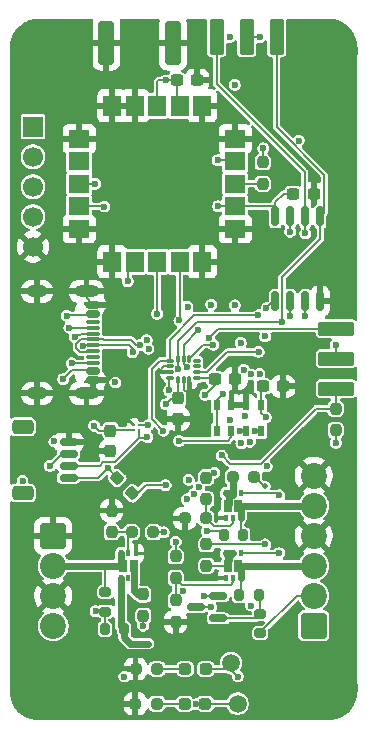
<source format=gbr>
%TF.GenerationSoftware,KiCad,Pcbnew,9.0.2*%
%TF.CreationDate,2025-06-24T10:24:34-05:00*%
%TF.ProjectId,Flight Computer,466c6967-6874-4204-936f-6d7075746572,rev?*%
%TF.SameCoordinates,Original*%
%TF.FileFunction,Copper,L1,Top*%
%TF.FilePolarity,Positive*%
%FSLAX46Y46*%
G04 Gerber Fmt 4.6, Leading zero omitted, Abs format (unit mm)*
G04 Created by KiCad (PCBNEW 9.0.2) date 2025-06-24 10:24:34*
%MOMM*%
%LPD*%
G01*
G04 APERTURE LIST*
G04 Aperture macros list*
%AMRoundRect*
0 Rectangle with rounded corners*
0 $1 Rounding radius*
0 $2 $3 $4 $5 $6 $7 $8 $9 X,Y pos of 4 corners*
0 Add a 4 corners polygon primitive as box body*
4,1,4,$2,$3,$4,$5,$6,$7,$8,$9,$2,$3,0*
0 Add four circle primitives for the rounded corners*
1,1,$1+$1,$2,$3*
1,1,$1+$1,$4,$5*
1,1,$1+$1,$6,$7*
1,1,$1+$1,$8,$9*
0 Add four rect primitives between the rounded corners*
20,1,$1+$1,$2,$3,$4,$5,0*
20,1,$1+$1,$4,$5,$6,$7,0*
20,1,$1+$1,$6,$7,$8,$9,0*
20,1,$1+$1,$8,$9,$2,$3,0*%
G04 Aperture macros list end*
%TA.AperFunction,SMDPad,CuDef*%
%ADD10RoundRect,0.237500X0.237500X-0.250000X0.237500X0.250000X-0.237500X0.250000X-0.237500X-0.250000X0*%
%TD*%
%TA.AperFunction,SMDPad,CuDef*%
%ADD11RoundRect,0.237500X-0.287500X-0.237500X0.287500X-0.237500X0.287500X0.237500X-0.287500X0.237500X0*%
%TD*%
%TA.AperFunction,SMDPad,CuDef*%
%ADD12RoundRect,0.237500X-0.237500X0.250000X-0.237500X-0.250000X0.237500X-0.250000X0.237500X0.250000X0*%
%TD*%
%TA.AperFunction,SMDPad,CuDef*%
%ADD13RoundRect,0.237500X-0.237500X0.300000X-0.237500X-0.300000X0.237500X-0.300000X0.237500X0.300000X0*%
%TD*%
%TA.AperFunction,SMDPad,CuDef*%
%ADD14RoundRect,0.200000X0.275000X-0.200000X0.275000X0.200000X-0.275000X0.200000X-0.275000X-0.200000X0*%
%TD*%
%TA.AperFunction,SMDPad,CuDef*%
%ADD15R,0.299200X0.629800*%
%TD*%
%TA.AperFunction,SMDPad,CuDef*%
%ADD16R,0.711200X0.990600*%
%TD*%
%TA.AperFunction,SMDPad,CuDef*%
%ADD17RoundRect,0.200000X-0.200000X-0.275000X0.200000X-0.275000X0.200000X0.275000X-0.200000X0.275000X0*%
%TD*%
%TA.AperFunction,ComponentPad*%
%ADD18C,3.100000*%
%TD*%
%TA.AperFunction,ConnectorPad*%
%ADD19C,5.400000*%
%TD*%
%TA.AperFunction,SMDPad,CuDef*%
%ADD20RoundRect,0.237500X-0.300000X-0.237500X0.300000X-0.237500X0.300000X0.237500X-0.300000X0.237500X0*%
%TD*%
%TA.AperFunction,BGAPad,CuDef*%
%ADD21C,0.250000*%
%TD*%
%TA.AperFunction,SMDPad,CuDef*%
%ADD22RoundRect,0.237500X-0.250000X-0.237500X0.250000X-0.237500X0.250000X0.237500X-0.250000X0.237500X0*%
%TD*%
%TA.AperFunction,SMDPad,CuDef*%
%ADD23RoundRect,0.237500X0.250000X0.237500X-0.250000X0.237500X-0.250000X-0.237500X0.250000X-0.237500X0*%
%TD*%
%TA.AperFunction,SMDPad,CuDef*%
%ADD24R,1.500000X1.800000*%
%TD*%
%TA.AperFunction,SMDPad,CuDef*%
%ADD25R,1.800000X1.500000*%
%TD*%
%TA.AperFunction,ComponentPad*%
%ADD26RoundRect,0.249999X-0.850001X0.850001X-0.850001X-0.850001X0.850001X-0.850001X0.850001X0.850001X0*%
%TD*%
%TA.AperFunction,ComponentPad*%
%ADD27C,2.200000*%
%TD*%
%TA.AperFunction,SMDPad,CuDef*%
%ADD28RoundRect,0.150000X-0.625000X0.150000X-0.625000X-0.150000X0.625000X-0.150000X0.625000X0.150000X0*%
%TD*%
%TA.AperFunction,SMDPad,CuDef*%
%ADD29RoundRect,0.250000X-0.650000X0.350000X-0.650000X-0.350000X0.650000X-0.350000X0.650000X0.350000X0*%
%TD*%
%TA.AperFunction,ComponentPad*%
%ADD30R,1.700000X1.700000*%
%TD*%
%TA.AperFunction,ComponentPad*%
%ADD31C,1.700000*%
%TD*%
%TA.AperFunction,SMDPad,CuDef*%
%ADD32RoundRect,0.150000X-0.425000X0.150000X-0.425000X-0.150000X0.425000X-0.150000X0.425000X0.150000X0*%
%TD*%
%TA.AperFunction,SMDPad,CuDef*%
%ADD33RoundRect,0.075000X-0.500000X0.075000X-0.500000X-0.075000X0.500000X-0.075000X0.500000X0.075000X0*%
%TD*%
%TA.AperFunction,HeatsinkPad*%
%ADD34O,2.100000X1.000000*%
%TD*%
%TA.AperFunction,HeatsinkPad*%
%ADD35O,1.800000X1.000000*%
%TD*%
%TA.AperFunction,ComponentPad*%
%ADD36RoundRect,0.249999X0.850001X-0.850001X0.850001X0.850001X-0.850001X0.850001X-0.850001X-0.850001X0*%
%TD*%
%TA.AperFunction,SMDPad,CuDef*%
%ADD37RoundRect,0.162500X0.162500X-0.650000X0.162500X0.650000X-0.162500X0.650000X-0.162500X-0.650000X0*%
%TD*%
%TA.AperFunction,SMDPad,CuDef*%
%ADD38RoundRect,0.200000X0.200000X0.275000X-0.200000X0.275000X-0.200000X-0.275000X0.200000X-0.275000X0*%
%TD*%
%TA.AperFunction,SMDPad,CuDef*%
%ADD39RoundRect,0.087500X-0.225000X-0.087500X0.225000X-0.087500X0.225000X0.087500X-0.225000X0.087500X0*%
%TD*%
%TA.AperFunction,SMDPad,CuDef*%
%ADD40RoundRect,0.087500X-0.087500X-0.225000X0.087500X-0.225000X0.087500X0.225000X-0.087500X0.225000X0*%
%TD*%
%TA.AperFunction,SMDPad,CuDef*%
%ADD41RoundRect,0.237500X0.344715X-0.008839X-0.008839X0.344715X-0.344715X0.008839X0.008839X-0.344715X0*%
%TD*%
%TA.AperFunction,SMDPad,CuDef*%
%ADD42RoundRect,0.187500X-0.437500X-1.312500X0.437500X-1.312500X0.437500X1.312500X-0.437500X1.312500X0*%
%TD*%
%TA.AperFunction,SMDPad,CuDef*%
%ADD43C,1.500000*%
%TD*%
%TA.AperFunction,SMDPad,CuDef*%
%ADD44RoundRect,0.150000X0.587500X0.150000X-0.587500X0.150000X-0.587500X-0.150000X0.587500X-0.150000X0*%
%TD*%
%TA.AperFunction,SMDPad,CuDef*%
%ADD45R,0.550000X0.950000*%
%TD*%
%TA.AperFunction,SMDPad,CuDef*%
%ADD46RoundRect,0.187500X1.312500X-0.437500X1.312500X0.437500X-1.312500X0.437500X-1.312500X-0.437500X0*%
%TD*%
%TA.AperFunction,SMDPad,CuDef*%
%ADD47RoundRect,0.250000X-0.425000X-1.600000X0.425000X-1.600000X0.425000X1.600000X-0.425000X1.600000X0*%
%TD*%
%TA.AperFunction,ViaPad*%
%ADD48C,0.600000*%
%TD*%
%TA.AperFunction,ViaPad*%
%ADD49C,0.503200*%
%TD*%
%TA.AperFunction,Conductor*%
%ADD50C,0.200000*%
%TD*%
%TA.AperFunction,Conductor*%
%ADD51C,0.600000*%
%TD*%
G04 APERTURE END LIST*
D10*
%TO.P,R301,1*%
%TO.N,+3.3V*%
X125550000Y-87635000D03*
%TO.P,R301,2*%
%TO.N,/NRST*%
X125550000Y-85810000D03*
%TD*%
D11*
%TO.P,D201,1,K*%
%TO.N,Net-(D201-K)*%
X112767500Y-110810000D03*
%TO.P,D201,2,A*%
%TO.N,VCC*%
X114517500Y-110810000D03*
%TD*%
D12*
%TO.P,R707,1*%
%TO.N,Net-(U701A-G)*%
X112000000Y-102047500D03*
%TO.P,R707,2*%
%TO.N,GND*%
X112000000Y-103872500D03*
%TD*%
D13*
%TO.P,C402,1*%
%TO.N,+3.3V*%
X112220000Y-84957499D03*
%TO.P,C402,2*%
%TO.N,GND*%
X112220000Y-86682501D03*
%TD*%
D14*
%TO.P,R716,1*%
%TO.N,Net-(Q703-B)*%
X106060000Y-103005000D03*
%TO.P,R716,2*%
%TO.N,/Pryo3*%
X106060000Y-101355000D03*
%TD*%
D15*
%TO.P,U702,1,S*%
%TO.N,GND*%
X116226002Y-95079899D03*
%TO.P,U702,2,G*%
%TO.N,Net-(U702A-G)*%
X116876001Y-95079900D03*
%TO.P,U702,3,D*%
%TO.N,/Pryo2*%
X117526000Y-95079899D03*
%TO.P,U702,4,S*%
%TO.N,Pyro_Power*%
X117526000Y-93000101D03*
%TO.P,U702,5,G*%
%TO.N,Net-(U702B-G)*%
X116876001Y-93000100D03*
%TO.P,U702,6,D*%
X116226002Y-93000101D03*
D16*
%TO.P,U702,7,D*%
X116432002Y-94040000D03*
%TO.P,U702,8,D*%
%TO.N,/Pryo2*%
X117320000Y-94040000D03*
%TD*%
D17*
%TO.P,R711,1*%
%TO.N,Net-(Q702-B)*%
X116085000Y-96550000D03*
%TO.P,R711,2*%
%TO.N,/Pryo2*%
X117735000Y-96550000D03*
%TD*%
D18*
%TO.P,H504,1,1*%
%TO.N,GND*%
X124700000Y-109500000D03*
D19*
X124700000Y-109500000D03*
%TD*%
D20*
%TO.P,C301,1*%
%TO.N,+3.3V*%
X121957500Y-67640000D03*
%TO.P,C301,2*%
%TO.N,GND*%
X123682500Y-67640000D03*
%TD*%
D12*
%TO.P,R710,1*%
%TO.N,/Pryo2_Trigger*%
X114590000Y-91657500D03*
%TO.P,R710,2*%
%TO.N,Net-(U702A-G)*%
X114590000Y-93482500D03*
%TD*%
D21*
%TO.P,U401,A1,VSA*%
%TO.N,GND*%
X108490000Y-87240000D03*
%TO.P,U401,A2,SCL*%
%TO.N,/I2C_SCL*%
X108890000Y-87240000D03*
%TO.P,U401,B1,VDD*%
%TO.N,+3.3V*%
X108490000Y-87640000D03*
%TO.P,U401,B2,SDA*%
%TO.N,/I2C_SDA*%
X108890000Y-87640000D03*
%TD*%
D18*
%TO.P,H501,1,1*%
%TO.N,GND*%
X100700000Y-55500000D03*
D19*
X100700000Y-55500000D03*
%TD*%
D22*
%TO.P,R202,1*%
%TO.N,GND*%
X108602500Y-107860000D03*
%TO.P,R202,2*%
%TO.N,Net-(D202-K)*%
X110427500Y-107860000D03*
%TD*%
D10*
%TO.P,R713,1*%
%TO.N,VCC*%
X109270000Y-103375000D03*
%TO.P,R713,2*%
%TO.N,Net-(U703B-G)*%
X109270000Y-101550000D03*
%TD*%
D23*
%TO.P,R708,1*%
%TO.N,VCC*%
X118662500Y-91620000D03*
%TO.P,R708,2*%
%TO.N,Net-(U702B-G)*%
X116837500Y-91620000D03*
%TD*%
D24*
%TO.P,U404,1,GND*%
%TO.N,GND*%
X114230000Y-60180000D03*
%TO.P,U404,2,VCC_IO*%
%TO.N,+3.3V*%
X112330000Y-60180000D03*
%TO.P,U404,3,V_BCKP*%
X110430000Y-60180000D03*
%TO.P,U404,4,GND*%
%TO.N,GND*%
X108530000Y-60180000D03*
%TO.P,U404,5,GND*%
X106630000Y-60180000D03*
D25*
%TO.P,U404,6,GND*%
X103830000Y-62980000D03*
%TO.P,U404,7,TIMEPULSE*%
%TO.N,/GPS_PPS*%
X103830000Y-64880000D03*
%TO.P,U404,8,~{SAFEBOOT}*%
%TO.N,/{slash}GPS_SAFEBOOT*%
X103830000Y-66780000D03*
%TO.P,U404,9,SDA*%
%TO.N,/I2C_SDA*%
X103830000Y-68680000D03*
%TO.P,U404,10,GND*%
%TO.N,GND*%
X103830000Y-70580000D03*
D24*
%TO.P,U404,11,GND*%
X106630000Y-73380000D03*
%TO.P,U404,12,SCL*%
%TO.N,/I2C_SCL*%
X108530000Y-73380000D03*
%TO.P,U404,13,TXD*%
%TO.N,/GPS_TX*%
X110430000Y-73380000D03*
%TO.P,U404,14,RXD*%
%TO.N,/GPS_RX*%
X112330000Y-73380000D03*
%TO.P,U404,15,GND*%
%TO.N,GND*%
X114230000Y-73380000D03*
D25*
%TO.P,U404,16,GND*%
X117030000Y-70580000D03*
%TO.P,U404,17,VCC*%
%TO.N,+3.3V*%
X117030000Y-68680000D03*
%TO.P,U404,18,~{RESET}*%
%TO.N,/{slash}GPS_RESET*%
X117030000Y-66780000D03*
%TO.P,U404,19,EXTINT*%
%TO.N,/GPS_INT*%
X117030000Y-64880000D03*
%TO.P,U404,20,GND*%
%TO.N,GND*%
X117030000Y-62980000D03*
%TD*%
D26*
%TO.P,J504,1,Pin_1*%
%TO.N,GND*%
X101640000Y-96580000D03*
D27*
%TO.P,J504,2,Pin_2*%
%TO.N,/Pryo3*%
X101640000Y-99120000D03*
%TO.P,J504,3,Pin_3*%
%TO.N,GND*%
X101640000Y-101659999D03*
%TO.P,J504,4,Pin_4*%
%TO.N,VCC*%
X101640000Y-104200000D03*
%TD*%
D14*
%TO.P,R703,1*%
%TO.N,Pyro_Power*%
X119180000Y-104825000D03*
%TO.P,R703,2*%
%TO.N,Net-(Q701-B)*%
X119180000Y-103175000D03*
%TD*%
D28*
%TO.P,J505,1,Pin_1*%
%TO.N,GND*%
X102940000Y-88660000D03*
%TO.P,J505,2,Pin_2*%
%TO.N,+3.3V*%
X102940000Y-89660000D03*
%TO.P,J505,3,Pin_3*%
%TO.N,/I2C_SDA*%
X102940000Y-90660000D03*
%TO.P,J505,4,Pin_4*%
%TO.N,/I2C_SCL*%
X102940000Y-91660000D03*
D29*
%TO.P,J505,MP*%
%TO.N,N/C*%
X99065000Y-87360000D03*
X99065000Y-92960000D03*
%TD*%
D30*
%TO.P,J507,1,Pin_1*%
%TO.N,/Servo1*%
X99920000Y-61950000D03*
D31*
%TO.P,J507,2,Pin_2*%
%TO.N,/Servo2*%
X99920000Y-64490000D03*
%TO.P,J507,3,Pin_3*%
%TO.N,/Servo3*%
X99920000Y-67030000D03*
%TO.P,J507,4,Pin_4*%
%TO.N,/Servo4*%
X99920000Y-69570000D03*
%TO.P,J507,5,Pin_5*%
%TO.N,GND*%
X99920000Y-72110000D03*
%TD*%
D32*
%TO.P,J502,A1,GND*%
%TO.N,GND*%
X105030000Y-77010000D03*
%TO.P,J502,A4,VBUS*%
%TO.N,VBUS*%
X105030000Y-77810000D03*
D33*
%TO.P,J502,A5,CC1*%
%TO.N,Net-(J502-CC1)*%
X105029999Y-78960000D03*
%TO.P,J502,A6,D+*%
%TO.N,/USB_DP_P*%
X105030000Y-79960000D03*
%TO.P,J502,A7,D-*%
%TO.N,/USB_DP_N*%
X105030000Y-80460000D03*
%TO.P,J502,A8,SBU1*%
%TO.N,unconnected-(J502-SBU1-PadA8)*%
X105029999Y-81460000D03*
D32*
%TO.P,J502,A9,VBUS*%
%TO.N,VBUS*%
X105030000Y-82610000D03*
%TO.P,J502,A12,GND*%
%TO.N,GND*%
X105030000Y-83410000D03*
%TO.P,J502,B1,GND*%
X105030000Y-83410000D03*
%TO.P,J502,B4,VBUS*%
%TO.N,VBUS*%
X105030000Y-82610000D03*
D33*
%TO.P,J502,B5,CC2*%
%TO.N,Net-(J502-CC2)*%
X105030000Y-81960000D03*
%TO.P,J502,B6,D+*%
%TO.N,/USB_DP_P*%
X105030000Y-80960000D03*
%TO.P,J502,B7,D-*%
%TO.N,/USB_DP_N*%
X105030000Y-79460000D03*
%TO.P,J502,B8,SBU2*%
%TO.N,unconnected-(J502-SBU2-PadB8)*%
X105030000Y-78460000D03*
D32*
%TO.P,J502,B9,VBUS*%
%TO.N,VBUS*%
X105030000Y-77810000D03*
%TO.P,J502,B12,GND*%
%TO.N,GND*%
X105030000Y-77010000D03*
D34*
%TO.P,J502,S1,SHIELD*%
X104455000Y-75890000D03*
D35*
X100275000Y-75890000D03*
D34*
X104455000Y-84530000D03*
D35*
X100275000Y-84530000D03*
%TD*%
D36*
%TO.P,J503,1,Pin_1*%
%TO.N,VCC*%
X123700000Y-104200000D03*
D27*
%TO.P,J503,2,Pin_2*%
%TO.N,Pyro_Power*%
X123700000Y-101660000D03*
%TO.P,J503,3,Pin_3*%
%TO.N,/Pryo1*%
X123700000Y-99120001D03*
%TO.P,J503,4,Pin_4*%
%TO.N,GND*%
X123700000Y-96580000D03*
%TO.P,J503,5,Pin_5*%
%TO.N,/Pryo2*%
X123700000Y-94040000D03*
%TO.P,J503,6,Pin_6*%
%TO.N,GND*%
X123700000Y-91500000D03*
%TD*%
D20*
%TO.P,C404,1*%
%TO.N,+3.3V*%
X119367499Y-83940000D03*
%TO.P,C404,2*%
%TO.N,GND*%
X121092501Y-83940000D03*
%TD*%
D37*
%TO.P,U301,1,~{CS}*%
%TO.N,/MCU/FLASH_CS*%
X120435000Y-76717500D03*
%TO.P,U301,2,DO/IO_{1}*%
%TO.N,/SPI_MOSI*%
X121705000Y-76717500D03*
%TO.P,U301,3,~{WP}/IO_{2}*%
%TO.N,/MCU/{slash}FLASH_WP*%
X122975000Y-76717500D03*
%TO.P,U301,4,GND*%
%TO.N,GND*%
X124245000Y-76717500D03*
%TO.P,U301,5,DI/IO_{0}*%
%TO.N,/SPI_MISO*%
X124245000Y-69542500D03*
%TO.P,U301,6,CLK*%
%TO.N,/SPI_SCK*%
X122975000Y-69542500D03*
%TO.P,U301,7,~{HOLD}/~{RESET}/IO_{3}*%
%TO.N,/MCU/{slash}FLASH_RESET*%
X121705000Y-69542500D03*
%TO.P,U301,8,VCC*%
%TO.N,+3.3V*%
X120435000Y-69542500D03*
%TD*%
D38*
%TO.P,R706,1*%
%TO.N,Net-(Q701-B)*%
X119035000Y-101600000D03*
%TO.P,R706,2*%
%TO.N,/Pryo1*%
X117385000Y-101600000D03*
%TD*%
D15*
%TO.P,U703,1,S*%
%TO.N,GND*%
X108643998Y-98070101D03*
%TO.P,U703,2,G*%
%TO.N,Net-(U703A-G)*%
X107993999Y-98070100D03*
%TO.P,U703,3,D*%
%TO.N,/Pryo3*%
X107344000Y-98070101D03*
%TO.P,U703,4,S*%
%TO.N,Pyro_Power*%
X107344000Y-100149899D03*
%TO.P,U703,5,G*%
%TO.N,Net-(U703B-G)*%
X107993999Y-100149900D03*
%TO.P,U703,6,D*%
X108643998Y-100149899D03*
D16*
%TO.P,U703,7,D*%
X108437998Y-99110000D03*
%TO.P,U703,8,D*%
%TO.N,/Pryo3*%
X107550000Y-99110000D03*
%TD*%
D12*
%TO.P,R704,1*%
%TO.N,/Pryo1_Trigger*%
X112000000Y-98315000D03*
%TO.P,R704,2*%
%TO.N,Net-(U701A-G)*%
X112000000Y-100140000D03*
%TD*%
D39*
%TO.P,U402,1,SDO/SA0*%
%TO.N,/SPI_MOSI*%
X111507500Y-81750000D03*
%TO.P,U402,2,SDX*%
%TO.N,GND*%
X111507500Y-82250000D03*
%TO.P,U402,3,SCX*%
X111507500Y-82750000D03*
%TO.P,U402,4,INT1*%
%TO.N,/IMU_INT1*%
X111507500Y-83250000D03*
D40*
%TO.P,U402,5,VDDIO*%
%TO.N,+3.3V*%
X112170000Y-83412500D03*
%TO.P,U402,6,GND*%
%TO.N,GND*%
X112670000Y-83412500D03*
%TO.P,U402,7,GND*%
X113170000Y-83412500D03*
D39*
%TO.P,U402,8,VDD*%
%TO.N,+3.3V*%
X113832500Y-83250000D03*
%TO.P,U402,9,INT2*%
%TO.N,/IMU_INT2*%
X113832500Y-82750000D03*
%TO.P,U402,10,NC*%
%TO.N,unconnected-(U402-NC-Pad10)*%
X113832500Y-82250000D03*
%TO.P,U402,11,NC*%
%TO.N,unconnected-(U402-NC-Pad11)*%
X113832500Y-81750000D03*
D40*
%TO.P,U402,12,CS*%
%TO.N,/IMU_CS*%
X113170000Y-81587500D03*
%TO.P,U402,13,SCL*%
%TO.N,/SPI_SCK*%
X112670000Y-81587500D03*
%TO.P,U402,14,SDA*%
%TO.N,/SPI_MISO*%
X112170000Y-81587500D03*
%TD*%
D20*
%TO.P,C401,1*%
%TO.N,+3.3V*%
X115327500Y-83270000D03*
%TO.P,C401,2*%
%TO.N,GND*%
X117052500Y-83270000D03*
%TD*%
D23*
%TO.P,R715,1*%
%TO.N,/Pryo3_Trigger*%
X110115000Y-96270000D03*
%TO.P,R715,2*%
%TO.N,Net-(U703A-G)*%
X108290000Y-96270000D03*
%TD*%
D12*
%TO.P,R701,1*%
%TO.N,VCC*%
X114610000Y-97295000D03*
%TO.P,R701,2*%
%TO.N,Net-(U701B-G)*%
X114610000Y-99120000D03*
%TD*%
D18*
%TO.P,H503,1,1*%
%TO.N,GND*%
X100700000Y-109500000D03*
D19*
X100700000Y-109500000D03*
%TD*%
D10*
%TO.P,R717,1*%
%TO.N,Net-(U703A-G)*%
X106580000Y-96270000D03*
%TO.P,R717,2*%
%TO.N,GND*%
X106580000Y-94445000D03*
%TD*%
D41*
%TO.P,R304,1*%
%TO.N,+3.3V*%
X108345235Y-92985235D03*
%TO.P,R304,2*%
%TO.N,/I2C_SCL*%
X107054765Y-91694765D03*
%TD*%
D15*
%TO.P,U701,1,S*%
%TO.N,GND*%
X116226002Y-100159899D03*
%TO.P,U701,2,G*%
%TO.N,Net-(U701A-G)*%
X116876001Y-100159900D03*
%TO.P,U701,3,D*%
%TO.N,/Pryo1*%
X117526000Y-100159899D03*
%TO.P,U701,4,S*%
%TO.N,Pyro_Power*%
X117526000Y-98080101D03*
%TO.P,U701,5,G*%
%TO.N,Net-(U701B-G)*%
X116876001Y-98080100D03*
%TO.P,U701,6,D*%
X116226002Y-98080101D03*
D16*
%TO.P,U701,7,D*%
X116432002Y-99120000D03*
%TO.P,U701,8,D*%
%TO.N,/Pryo1*%
X117320000Y-99120000D03*
%TD*%
D23*
%TO.P,R712,1*%
%TO.N,Net-(U702A-G)*%
X114592500Y-95120000D03*
%TO.P,R712,2*%
%TO.N,GND*%
X112767500Y-95120000D03*
%TD*%
D42*
%TO.P,J506,1,Pin_1*%
%TO.N,/SPI_SCK*%
X115470000Y-54350000D03*
%TO.P,J506,2,Pin_2*%
%TO.N,/SPI_CS1*%
X118010000Y-54350000D03*
%TO.P,J506,3,Pin_3*%
%TO.N,/SPI_MISO*%
X120550000Y-54350000D03*
%TD*%
D18*
%TO.P,H502,1,1*%
%TO.N,GND*%
X124700000Y-55500000D03*
D19*
X124700000Y-55500000D03*
%TD*%
D43*
%TO.P,TP201,1,1*%
%TO.N,VCC*%
X117250000Y-110800000D03*
%TD*%
D44*
%TO.P,Q701,1,B*%
%TO.N,Net-(Q701-B)*%
X115600000Y-103580000D03*
%TO.P,Q701,2,E*%
%TO.N,/Pryo1_Cont*%
X115600000Y-101680000D03*
%TO.P,Q701,3,C*%
%TO.N,+3.3V*%
X113724999Y-102630000D03*
%TD*%
D22*
%TO.P,R201,1*%
%TO.N,GND*%
X108585000Y-110810000D03*
%TO.P,R201,2*%
%TO.N,Net-(D201-K)*%
X110410000Y-110810000D03*
%TD*%
D45*
%TO.P,U403,1,VDD*%
%TO.N,+3.3V*%
X119230000Y-85540001D03*
%TO.P,U403,2,PS*%
%TO.N,GND*%
X117980000Y-85540001D03*
%TO.P,U403,3,GND*%
X116730000Y-85540001D03*
%TO.P,U403,4,CSB*%
%TO.N,/BARO_CS*%
X115480000Y-85540001D03*
%TO.P,U403,5,CSB*%
X115480000Y-87690001D03*
%TO.P,U403,6,SDO*%
%TO.N,/SPI_MISO*%
X116730000Y-87690001D03*
%TO.P,U403,7,SDI/SDA*%
%TO.N,/SPI_MOSI*%
X117980000Y-87690001D03*
%TO.P,U403,8,SCLK*%
%TO.N,/SPI_SCK*%
X119230000Y-87690001D03*
%TD*%
D20*
%TO.P,C405,1*%
%TO.N,+3.3V*%
X112095000Y-58000000D03*
%TO.P,C405,2*%
%TO.N,GND*%
X113820000Y-58000000D03*
%TD*%
D43*
%TO.P,TP202,1,1*%
%TO.N,+3.3V*%
X116700000Y-107370000D03*
%TD*%
D11*
%TO.P,D202,1,K*%
%TO.N,Net-(D202-K)*%
X112800000Y-107860000D03*
%TO.P,D202,2,A*%
%TO.N,+3.3V*%
X114550000Y-107860000D03*
%TD*%
D12*
%TO.P,R402,1*%
%TO.N,+3.3V*%
X119390000Y-64955000D03*
%TO.P,R402,2*%
%TO.N,/{slash}GPS_RESET*%
X119390000Y-66780000D03*
%TD*%
D13*
%TO.P,C403,1*%
%TO.N,+3.3V*%
X106480000Y-87680000D03*
%TO.P,C403,2*%
%TO.N,GND*%
X106480000Y-89405002D03*
%TD*%
D38*
%TO.P,R714,1*%
%TO.N,Pyro_Power*%
X107645000Y-104490000D03*
%TO.P,R714,2*%
%TO.N,Net-(Q703-B)*%
X105995000Y-104490000D03*
%TD*%
D46*
%TO.P,J501,4,Pin_4*%
%TO.N,/SWDIO*%
X125560000Y-79040001D03*
%TO.P,J501,5,Pin_5*%
%TO.N,/SWCLK*%
X125560000Y-81580000D03*
%TO.P,J501,6,Pin_6*%
%TO.N,/NRST*%
X125560000Y-84120000D03*
%TD*%
D47*
%TO.P,J601,2,Ext*%
%TO.N,GND*%
X106140000Y-54850000D03*
X111790000Y-54850000D03*
%TD*%
D48*
%TO.N,GND*%
X107520000Y-76830000D03*
X120760000Y-106340000D03*
X119910000Y-81100000D03*
X123170000Y-83020000D03*
X110050000Y-55660000D03*
X109890000Y-90450000D03*
X109580000Y-57670000D03*
X108180000Y-56750000D03*
X107870000Y-53660000D03*
X125580000Y-75030000D03*
X110000000Y-97480000D03*
X107860000Y-55670000D03*
X114640000Y-86830000D03*
X113840000Y-54580000D03*
X112070000Y-91740000D03*
X107840000Y-54650000D03*
X110110000Y-53610000D03*
X108290000Y-57660000D03*
X116010000Y-102640000D03*
X110080000Y-54670000D03*
X111370000Y-79160000D03*
X104390000Y-73460000D03*
X109080000Y-86350000D03*
X109700000Y-56740000D03*
X118450000Y-106470000D03*
X111620000Y-89330000D03*
X110950000Y-62770000D03*
X99990000Y-80520000D03*
%TO.N,+3.3V*%
X111162252Y-92302252D03*
X119641714Y-86558286D03*
X119420000Y-63770000D03*
X116590000Y-54350000D03*
X117270000Y-108500000D03*
X101360000Y-90670000D03*
X113982981Y-92465411D03*
X109551789Y-80016472D03*
X119712646Y-90702646D03*
X125560000Y-88710000D03*
X115010000Y-102650000D03*
X105100000Y-87260000D03*
X117010000Y-58400000D03*
X111180000Y-85440000D03*
X112625654Y-101247000D03*
X107660000Y-108500000D03*
X119570000Y-79710000D03*
X114497354Y-84652646D03*
X111170000Y-58030000D03*
X115590000Y-68670000D03*
%TO.N,VCC*%
X109250000Y-104200000D03*
X119583000Y-97300000D03*
X113719500Y-110850938D03*
X99040000Y-91920000D03*
D49*
X119590000Y-92410000D03*
D48*
%TO.N,/SWDIO*%
X114804853Y-79799201D03*
%TO.N,/NRST*%
X115900000Y-89780000D03*
%TO.N,/SWCLK*%
X109705958Y-80754042D03*
X125560000Y-80440000D03*
%TO.N,/USB_DP_N*%
X108359479Y-81040521D03*
X104152385Y-80532907D03*
X103457906Y-79736802D03*
%TO.N,/USB_DP_P*%
X108960521Y-80439479D03*
%TO.N,Pyro_Power*%
X109660000Y-105710000D03*
X120760000Y-98050000D03*
X120780944Y-93158892D03*
%TO.N,/I2C_SDA*%
X109617646Y-88227646D03*
X117520000Y-80260000D03*
X105970000Y-68710000D03*
%TO.N,/I2C_SCL*%
X109660000Y-87240000D03*
X106240000Y-90860000D03*
X107948000Y-75050000D03*
%TO.N,/SPI_SCK*%
X113900000Y-79170000D03*
X122980000Y-70980000D03*
X112950000Y-82320000D03*
X117010000Y-77066000D03*
X118682002Y-87720000D03*
%TO.N,/SPI_MOSI*%
X117432002Y-87690000D03*
X110967000Y-87690000D03*
X121699306Y-77940000D03*
X119010000Y-77923000D03*
%TO.N,/SPI_CS1*%
X119126000Y-54356000D03*
X118277840Y-88623880D03*
%TO.N,/SPI_MISO*%
X112299749Y-88540000D03*
X121020000Y-78450000D03*
X112223343Y-82503769D03*
%TO.N,/Pryo1_Cont*%
X114440000Y-101670000D03*
X113520000Y-93060000D03*
%TO.N,Net-(Q702-B)*%
X114625689Y-96194311D03*
%TO.N,Net-(Q703-B)*%
X105230000Y-102960000D03*
%TO.N,/{slash}GPS_SAFEBOOT*%
X105200000Y-66780000D03*
%TO.N,/Armed*%
X112944972Y-93504833D03*
X118380000Y-102490000D03*
%TO.N,/Pryo1_Trigger*%
X113108904Y-91848904D03*
X112000000Y-97090000D03*
%TO.N,/Pryo2_Trigger*%
X115288241Y-91238418D03*
%TO.N,/Pryo3_Trigger*%
X111010000Y-96290000D03*
%TO.N,/MCU/FLASH_CS*%
X119690000Y-77310000D03*
X118376000Y-82928998D03*
%TO.N,/MCU/{slash}FLASH_WP*%
X116632710Y-86788001D03*
X122970000Y-77960000D03*
%TO.N,/MCU/{slash}FLASH_RESET*%
X121700000Y-70830000D03*
X119101670Y-82885031D03*
%TO.N,/BARO_CS*%
X116050000Y-84550000D03*
%TO.N,/IMU_INT2*%
X119030000Y-81020000D03*
%TO.N,/LORA_SEL*%
X117776781Y-82517334D03*
X115010646Y-77005354D03*
%TO.N,/LORA_RESET*%
X106890000Y-83600000D03*
X113010000Y-77190000D03*
%TO.N,/LORA_DIO0*%
X117563347Y-88758165D03*
X122427646Y-63132354D03*
%TO.N,/IMU_INT1*%
X111446050Y-84264284D03*
%TO.N,/IMU_CS*%
X115201479Y-80408479D03*
%TO.N,/GPS_TX*%
X110430000Y-77790000D03*
%TO.N,/GPS_INT*%
X117856000Y-86442003D03*
X115570000Y-64770000D03*
%TO.N,/GPS_RX*%
X112320000Y-78340000D03*
%TO.N,VBUS*%
X101730000Y-88590000D03*
X102475000Y-83315000D03*
X102780000Y-77960000D03*
%TO.N,Net-(J502-CC2)*%
X103200000Y-81980000D03*
%TO.N,Net-(J502-CC1)*%
X102999000Y-78960000D03*
%TD*%
D50*
%TO.N,GND*%
X104455000Y-75890000D02*
X104455000Y-76435000D01*
X111044000Y-82250000D02*
X110490000Y-82804000D01*
X104455000Y-76435000D02*
X105030000Y-77010000D01*
X111507500Y-82250000D02*
X111044000Y-82250000D01*
X112792899Y-84328000D02*
X113030000Y-84328000D01*
X113021551Y-84319551D02*
X112784450Y-84319551D01*
X112670000Y-84205101D02*
X112792899Y-84328000D01*
X113030000Y-84328000D02*
X113021551Y-84319551D01*
X112670000Y-83412500D02*
X112670000Y-84205101D01*
%TO.N,+3.3V*%
X110430000Y-60180000D02*
X110430000Y-58140000D01*
X113832500Y-83250000D02*
X115307500Y-83250000D01*
X102370000Y-89660000D02*
X101360000Y-90670000D01*
X112170000Y-84907499D02*
X112220000Y-84957499D01*
X120435000Y-68680000D02*
X117030000Y-68680000D01*
X119641714Y-86558286D02*
X119230000Y-86146572D01*
X115307500Y-83250000D02*
X115327500Y-83270000D01*
X111662501Y-84957499D02*
X111180000Y-85440000D01*
X108345235Y-92985235D02*
X108774765Y-92985235D01*
X120435000Y-69542500D02*
X120435000Y-68365000D01*
X102940000Y-89660000D02*
X102370000Y-89660000D01*
X119390000Y-63800000D02*
X119420000Y-63770000D01*
X106480000Y-87680000D02*
X105520000Y-87680000D01*
X115600000Y-68680000D02*
X115590000Y-68670000D01*
X106470000Y-87787499D02*
X106617499Y-87640000D01*
X114550000Y-107860000D02*
X116630000Y-107860000D01*
X106617499Y-87640000D02*
X108490000Y-87640000D01*
X115327500Y-83270000D02*
X115327500Y-83822500D01*
X112095000Y-58000000D02*
X111200000Y-58000000D01*
X119230000Y-86146572D02*
X119230000Y-85540001D01*
X109457748Y-92302252D02*
X111162252Y-92302252D01*
X119230000Y-84077499D02*
X119230000Y-85540001D01*
X111200000Y-58000000D02*
X111170000Y-58030000D01*
X108774765Y-92985235D02*
X109457748Y-92302252D01*
X116630000Y-107860000D02*
X117270000Y-108500000D01*
X121160000Y-67640000D02*
X121957500Y-67640000D01*
X119367499Y-83940000D02*
X119230000Y-84077499D01*
X110430000Y-58140000D02*
X110540000Y-58030000D01*
X112220000Y-84957499D02*
X111662501Y-84957499D01*
X120435000Y-68365000D02*
X121160000Y-67640000D01*
X112095000Y-59945000D02*
X112330000Y-60180000D01*
X112170000Y-83412500D02*
X112170000Y-84907499D01*
X115327500Y-83822500D02*
X114497354Y-84652646D01*
X110540000Y-58030000D02*
X111170000Y-58030000D01*
X117030000Y-68680000D02*
X115600000Y-68680000D01*
X125550000Y-87635000D02*
X125550000Y-88700000D01*
X119390000Y-64955000D02*
X119390000Y-63800000D01*
X112095000Y-58000000D02*
X112095000Y-59945000D01*
X120435000Y-69542500D02*
X120435000Y-68680000D01*
X105520000Y-87680000D02*
X105100000Y-87260000D01*
X125550000Y-88700000D02*
X125560000Y-88710000D01*
X114990000Y-102630000D02*
X115010000Y-102650000D01*
X113724999Y-102630000D02*
X114990000Y-102630000D01*
%TO.N,Net-(D201-K)*%
X112767500Y-110810000D02*
X110410000Y-110810000D01*
%TO.N,VCC*%
X109270000Y-104180000D02*
X109250000Y-104200000D01*
X109270000Y-103375000D02*
X109270000Y-104180000D01*
X114610000Y-97295000D02*
X119578000Y-97295000D01*
X113770438Y-110800000D02*
X113719500Y-110850938D01*
X113719500Y-110850938D02*
X114476562Y-110850938D01*
X117250000Y-110800000D02*
X113770438Y-110800000D01*
X118609899Y-91500000D02*
X118252500Y-91500000D01*
X119578000Y-97295000D02*
X119583000Y-97300000D01*
X119590000Y-92410000D02*
X119519899Y-92410000D01*
X114476562Y-110850938D02*
X114517500Y-110810000D01*
X119519899Y-92410000D02*
X118609899Y-91500000D01*
X114497500Y-110790000D02*
X114517500Y-110810000D01*
%TO.N,Net-(D202-K)*%
X112800000Y-107860000D02*
X110427500Y-107860000D01*
%TO.N,/SWDIO*%
X125560000Y-79040001D02*
X115564053Y-79040001D01*
X115564053Y-79040001D02*
X114804853Y-79799201D01*
%TO.N,/NRST*%
X119200000Y-90470000D02*
X123860000Y-85810000D01*
X115900000Y-89780000D02*
X116590000Y-90470000D01*
X123860000Y-85810000D02*
X125550000Y-85810000D01*
X125560000Y-84120000D02*
X125560000Y-85800000D01*
X125550000Y-84130000D02*
X125560000Y-84120000D01*
X125560000Y-85800000D02*
X125550000Y-85810000D01*
X116590000Y-90470000D02*
X119200000Y-90470000D01*
%TO.N,/SWCLK*%
X125560000Y-81580000D02*
X125560000Y-80440000D01*
D51*
%TO.N,/Pryo3*%
X107550000Y-99110000D02*
X107344000Y-98904000D01*
X106040000Y-99110000D02*
X101650000Y-99110000D01*
D50*
X106060000Y-99130000D02*
X106040000Y-99110000D01*
D51*
X107550000Y-99110000D02*
X106040000Y-99110000D01*
X107344000Y-98904000D02*
X107344000Y-98070101D01*
D50*
X101650000Y-99110000D02*
X101640000Y-99120000D01*
X106060000Y-101355000D02*
X106060000Y-99130000D01*
%TO.N,/USB_DP_N*%
X104176111Y-80532907D02*
X104249018Y-80460000D01*
X104152385Y-80532907D02*
X104176111Y-80532907D01*
X105892501Y-80460000D02*
X105917501Y-80435000D01*
X103910706Y-79559294D02*
X104010000Y-79460000D01*
X105030000Y-80460000D02*
X105892501Y-80460000D01*
X104249018Y-80460000D02*
X105030000Y-80460000D01*
X108036801Y-80435000D02*
X108359479Y-80757678D01*
X103635414Y-79559294D02*
X103910706Y-79559294D01*
X105917501Y-80435000D02*
X108036801Y-80435000D01*
X103457906Y-79736802D02*
X103635414Y-79559294D01*
X108359479Y-80757678D02*
X108359479Y-81040521D01*
X104010000Y-79460000D02*
X105030000Y-79460000D01*
%TO.N,/USB_DP_P*%
X108677678Y-80439479D02*
X108960521Y-80439479D01*
X105030000Y-79960000D02*
X105892501Y-79960000D01*
X104508453Y-80960000D02*
X104408453Y-81060000D01*
X103578478Y-80361522D02*
X103980000Y-79960000D01*
X103930000Y-81060000D02*
X103578478Y-80708478D01*
X108223199Y-79985000D02*
X108677678Y-80439479D01*
X104408453Y-81060000D02*
X103930000Y-81060000D01*
X105030000Y-80960000D02*
X104508453Y-80960000D01*
X105917501Y-79985000D02*
X108223199Y-79985000D01*
X103578478Y-80708478D02*
X103578478Y-80361522D01*
X105892501Y-79960000D02*
X105917501Y-79985000D01*
X103980000Y-79960000D02*
X105030000Y-79960000D01*
%TO.N,Pyro_Power*%
X120622153Y-93000101D02*
X120780944Y-93158892D01*
X117526000Y-93000101D02*
X120622153Y-93000101D01*
X119180000Y-104760000D02*
X122280000Y-101660000D01*
D51*
X109660000Y-105710000D02*
X108160000Y-105710000D01*
D50*
X117526000Y-98080101D02*
X120729899Y-98080101D01*
X122280000Y-101660000D02*
X123700000Y-101660000D01*
X120729899Y-98080101D02*
X120760000Y-98050000D01*
X119180000Y-104825000D02*
X119180000Y-104760000D01*
D51*
X107645000Y-105195000D02*
X107645000Y-104490000D01*
X107344000Y-104189000D02*
X107344000Y-100149899D01*
D50*
X107645000Y-104490000D02*
X107344000Y-104189000D01*
D51*
X108160000Y-105710000D02*
X107645000Y-105195000D01*
%TO.N,/Pryo1*%
X117526000Y-100159899D02*
X117526000Y-99326000D01*
X117320000Y-99120000D02*
X123700000Y-99120001D01*
D50*
X117530000Y-100163899D02*
X117526000Y-100159899D01*
X123700000Y-99120001D02*
X123699999Y-99120000D01*
X117530000Y-101600000D02*
X117530000Y-100163899D01*
D51*
X117526000Y-99326000D02*
X117320000Y-99120000D01*
D50*
%TO.N,/Pryo2*%
X117735000Y-96550000D02*
X117526000Y-96341000D01*
D51*
X117526000Y-94246000D02*
X117320000Y-94040000D01*
X117526000Y-95079899D02*
X117526000Y-94246000D01*
X123700000Y-94040000D02*
X117320000Y-94040000D01*
D50*
X117526000Y-96341000D02*
X117526000Y-95079899D01*
%TO.N,/I2C_SDA*%
X105888000Y-90332000D02*
X105560000Y-90660000D01*
X109570292Y-88275000D02*
X109617646Y-88227646D01*
X106833000Y-90332000D02*
X105888000Y-90332000D01*
X105970000Y-68710000D02*
X105940000Y-68680000D01*
X108890000Y-88275000D02*
X106833000Y-90332000D01*
X108890000Y-87640000D02*
X108890000Y-88275000D01*
X105560000Y-90660000D02*
X102940000Y-90660000D01*
X105940000Y-68680000D02*
X103830000Y-68680000D01*
X108890000Y-88275000D02*
X109570292Y-88275000D01*
%TO.N,/I2C_SCL*%
X105440000Y-91660000D02*
X102940000Y-91660000D01*
X106240000Y-90880000D02*
X107054765Y-91694765D01*
X107948000Y-75050000D02*
X107948000Y-73962000D01*
X106240000Y-90860000D02*
X105440000Y-91660000D01*
X107948000Y-73962000D02*
X108530000Y-73380000D01*
X109660000Y-87240000D02*
X108890000Y-87240000D01*
X106240000Y-90860000D02*
X106240000Y-90880000D01*
%TO.N,/SPI_SCK*%
X122975000Y-69542500D02*
X122917000Y-69484500D01*
X112670000Y-81587500D02*
X112670000Y-82040000D01*
X122917000Y-65777000D02*
X115470000Y-58330000D01*
X112670000Y-82040000D02*
X112950000Y-82320000D01*
X119200001Y-87720000D02*
X119230000Y-87690001D01*
X118682002Y-87720000D02*
X119200001Y-87720000D01*
X122917000Y-69484500D02*
X122917000Y-65777000D01*
X112670000Y-80400000D02*
X113900000Y-79170000D01*
X122980000Y-70980000D02*
X122975000Y-70975000D01*
X115470000Y-58330000D02*
X115470000Y-54350000D01*
X112670000Y-81587500D02*
X112670000Y-80400000D01*
X122975000Y-70975000D02*
X122975000Y-69542500D01*
%TO.N,/SPI_MOSI*%
X117980000Y-87690001D02*
X117432002Y-87690000D01*
X121699306Y-76723194D02*
X121705000Y-76717500D01*
X111507500Y-79982500D02*
X113567000Y-77923000D01*
X109982000Y-86705000D02*
X109982000Y-82478000D01*
X109982000Y-82478000D02*
X110710000Y-81750000D01*
X113567000Y-77923000D02*
X119010000Y-77923000D01*
X121698306Y-76724194D02*
X121705000Y-76717500D01*
X110710000Y-81750000D02*
X111507500Y-81750000D01*
X110967000Y-87690000D02*
X109982000Y-86705000D01*
X111507500Y-81750000D02*
X111507500Y-79982500D01*
X121699306Y-77940000D02*
X121699306Y-76723194D01*
%TO.N,/SPI_CS1*%
X119126000Y-54356000D02*
X118016000Y-54356000D01*
X118016000Y-54356000D02*
X118010000Y-54350000D01*
%TO.N,/SPI_MISO*%
X121010000Y-74660000D02*
X124245000Y-71425000D01*
X121010000Y-78250000D02*
X121010000Y-74660000D01*
X121020000Y-78450000D02*
X121020000Y-78260000D01*
X121020000Y-78260000D02*
X121010000Y-78250000D01*
X116410000Y-88540000D02*
X112299749Y-88540000D01*
X124245000Y-69542500D02*
X124569999Y-69217501D01*
X124245000Y-71425000D02*
X124245000Y-69542500D01*
X112223343Y-82503769D02*
X112170000Y-82450426D01*
X112170000Y-80110000D02*
X112170000Y-81587500D01*
X121020000Y-78450000D02*
X113830000Y-78450000D01*
X112170000Y-82450426D02*
X112170000Y-81587500D01*
X113830000Y-78450000D02*
X112170000Y-80110000D01*
X116730000Y-88220000D02*
X116410000Y-88540000D01*
X124569999Y-69217501D02*
X124569999Y-66019999D01*
X120550000Y-62000000D02*
X120550000Y-54350000D01*
X116730000Y-87690001D02*
X116730000Y-88220000D01*
X124569999Y-66019999D02*
X120550000Y-62000000D01*
%TO.N,Net-(Q701-B)*%
X115727500Y-103562500D02*
X118792500Y-103562500D01*
X119175000Y-103170000D02*
X119180000Y-103175000D01*
X119180000Y-103175000D02*
X119180000Y-101600000D01*
X118792500Y-103562500D02*
X119180000Y-103175000D01*
%TO.N,/Pryo1_Cont*%
X114450000Y-101680000D02*
X114440000Y-101670000D01*
X115600000Y-101680000D02*
X114450000Y-101680000D01*
%TO.N,Net-(Q702-B)*%
X115729311Y-96194311D02*
X114625689Y-96194311D01*
X116085000Y-96550000D02*
X115729311Y-96194311D01*
%TO.N,Net-(Q703-B)*%
X106060000Y-103005000D02*
X105275000Y-103005000D01*
X105230000Y-102960000D02*
X105995000Y-102960000D01*
X105995000Y-102960000D02*
X105995000Y-104490000D01*
X105275000Y-103005000D02*
X105230000Y-102960000D01*
%TO.N,/{slash}GPS_RESET*%
X117030000Y-66780000D02*
X119390000Y-66780000D01*
%TO.N,/{slash}GPS_SAFEBOOT*%
X103830000Y-66780000D02*
X105200000Y-66780000D01*
%TO.N,Net-(U701B-G)*%
X116432002Y-99017998D02*
X116736400Y-98713600D01*
D51*
X116226002Y-98080101D02*
X116432002Y-98286101D01*
D50*
X116876001Y-98080100D02*
X116876000Y-98080101D01*
X116432002Y-99120000D02*
X114610000Y-99120000D01*
X116432002Y-99120000D02*
X116432002Y-99017998D01*
X116876001Y-98396700D02*
X116876001Y-98080100D01*
X116736400Y-98396700D02*
X116876001Y-98396700D01*
D51*
X116432002Y-98286101D02*
X116432002Y-98708000D01*
D50*
X116736400Y-98713600D02*
X116736400Y-98396700D01*
D51*
X116876000Y-98080101D02*
X116226002Y-98080101D01*
D50*
X116226002Y-98914000D02*
X116432002Y-99120000D01*
X116875901Y-98080000D02*
X116876001Y-98080100D01*
%TO.N,Net-(U701A-G)*%
X112000000Y-100140000D02*
X112580000Y-100720000D01*
X112580000Y-100720000D02*
X116660000Y-100720000D01*
X116660000Y-100720000D02*
X116876001Y-100503999D01*
X116876001Y-100503999D02*
X116876001Y-100159900D01*
X112000000Y-102047500D02*
X112000000Y-100140000D01*
%TO.N,/Pryo1_Trigger*%
X112000000Y-97090000D02*
X112000000Y-98315000D01*
D51*
%TO.N,Net-(U702B-G)*%
X116837500Y-92792600D02*
X116837500Y-91620000D01*
X116536400Y-93116700D02*
X116536400Y-93093700D01*
X116536400Y-93116700D02*
X116837500Y-93116700D01*
D50*
X116432002Y-94040000D02*
X116427500Y-94035498D01*
D51*
X116536400Y-93926598D02*
X116536400Y-93116700D01*
X116536400Y-93093700D02*
X116837500Y-92792600D01*
X116876001Y-93000100D02*
X116226002Y-93000101D01*
X116427500Y-94035498D02*
X116536400Y-93926598D01*
D50*
%TO.N,/Pryo2_Trigger*%
X115288241Y-91238418D02*
X115149941Y-91376718D01*
X114870782Y-91376718D02*
X114590000Y-91657500D01*
X115149941Y-91376718D02*
X114870782Y-91376718D01*
%TO.N,Net-(U702A-G)*%
X114590000Y-95117500D02*
X114592500Y-95120000D01*
X114590000Y-93482500D02*
X114590000Y-95117500D01*
X115242500Y-95770000D02*
X116580000Y-95770000D01*
X116580000Y-95770000D02*
X116876001Y-95473999D01*
X114592500Y-95120000D02*
X115242500Y-95770000D01*
X116876001Y-95473999D02*
X116876001Y-95079900D01*
D51*
%TO.N,Net-(U703B-G)*%
X109270000Y-101550000D02*
X108770000Y-101550000D01*
X108437998Y-101217998D02*
X108437998Y-99110000D01*
X108770000Y-101550000D02*
X108437998Y-101217998D01*
D50*
%TO.N,Net-(U703A-G)*%
X106655000Y-96270000D02*
X106590000Y-96335000D01*
X107993999Y-96566001D02*
X108290000Y-96270000D01*
X107993999Y-98070100D02*
X107993999Y-96566001D01*
X108290000Y-96270000D02*
X106655000Y-96270000D01*
%TO.N,/Pryo3_Trigger*%
X110990000Y-96270000D02*
X110115000Y-96270000D01*
X111010000Y-96290000D02*
X110990000Y-96270000D01*
%TO.N,/MCU/FLASH_CS*%
X120282500Y-76717500D02*
X119690000Y-77310000D01*
X120435000Y-76717500D02*
X120282500Y-76717500D01*
%TO.N,/MCU/{slash}FLASH_WP*%
X122970000Y-76722500D02*
X122975000Y-76717500D01*
X122970000Y-77960000D02*
X122970000Y-76722500D01*
%TO.N,/MCU/{slash}FLASH_RESET*%
X121700000Y-69547500D02*
X121705000Y-69542500D01*
X121700000Y-70830000D02*
X121700000Y-69547500D01*
%TO.N,/BARO_CS*%
X115480000Y-85120000D02*
X116050000Y-84550000D01*
X115480000Y-85540001D02*
X115480000Y-85120000D01*
X115480000Y-85540001D02*
X115480000Y-87690001D01*
%TO.N,/IMU_INT2*%
X114645102Y-82750000D02*
X116375102Y-81020000D01*
X113832500Y-82750000D02*
X114645102Y-82750000D01*
X116375102Y-81020000D02*
X119030000Y-81020000D01*
%TO.N,/IMU_INT1*%
X111446050Y-83311450D02*
X111507500Y-83250000D01*
X111446050Y-84264284D02*
X111446050Y-83311450D01*
%TO.N,/IMU_CS*%
X114349021Y-80408479D02*
X115201479Y-80408479D01*
X113170000Y-81587500D02*
X114349021Y-80408479D01*
%TO.N,/GPS_TX*%
X110430000Y-77790000D02*
X110430000Y-73380000D01*
%TO.N,/GPS_INT*%
X116920000Y-64770000D02*
X117030000Y-64880000D01*
X115570000Y-64770000D02*
X116920000Y-64770000D01*
%TO.N,/GPS_RX*%
X112320000Y-78340000D02*
X112330000Y-78330000D01*
X112330000Y-78330000D02*
X112330000Y-73380000D01*
%TO.N,VBUS*%
X104940000Y-77900000D02*
X105030000Y-77810000D01*
X102475000Y-83315000D02*
X103243000Y-82547000D01*
X102840000Y-77900000D02*
X104940000Y-77900000D01*
X103243000Y-82547000D02*
X104967000Y-82547000D01*
X104967000Y-77873000D02*
X105030000Y-77810000D01*
X102780000Y-77960000D02*
X102840000Y-77900000D01*
X104967000Y-82547000D02*
X105030000Y-82610000D01*
%TO.N,Net-(J502-CC2)*%
X105010000Y-81980000D02*
X105030000Y-81960000D01*
X103200000Y-81980000D02*
X105010000Y-81980000D01*
%TO.N,Net-(J502-CC1)*%
X102999000Y-78960000D02*
X105029999Y-78960000D01*
%TD*%
%TA.AperFunction,Conductor*%
%TO.N,GND*%
G36*
X104969164Y-52820185D02*
G01*
X105014919Y-52872989D01*
X105024863Y-52942147D01*
X105019831Y-52963504D01*
X104975494Y-53097302D01*
X104975493Y-53097309D01*
X104965000Y-53200013D01*
X104965000Y-54600000D01*
X107314999Y-54600000D01*
X107314999Y-53200028D01*
X107314998Y-53200013D01*
X107304505Y-53097302D01*
X107260169Y-52963504D01*
X107257767Y-52893676D01*
X107293499Y-52833634D01*
X107356019Y-52802441D01*
X107377875Y-52800500D01*
X110552125Y-52800500D01*
X110619164Y-52820185D01*
X110664919Y-52872989D01*
X110674863Y-52942147D01*
X110669831Y-52963504D01*
X110625494Y-53097302D01*
X110625493Y-53097309D01*
X110615000Y-53200013D01*
X110615000Y-54600000D01*
X112964999Y-54600000D01*
X112964999Y-53200028D01*
X112964998Y-53200013D01*
X112954505Y-53097302D01*
X112910169Y-52963504D01*
X112907767Y-52893676D01*
X112943499Y-52833634D01*
X113006019Y-52802441D01*
X113027875Y-52800500D01*
X114532016Y-52800500D01*
X114599055Y-52820185D01*
X114644810Y-52872989D01*
X114654754Y-52942147D01*
X114654489Y-52943897D01*
X114644500Y-53006966D01*
X114644500Y-55693037D01*
X114658889Y-55783888D01*
X114658889Y-55783889D01*
X114714690Y-55893404D01*
X114714693Y-55893408D01*
X114801591Y-55980306D01*
X114801595Y-55980309D01*
X114801597Y-55980311D01*
X114911107Y-56036109D01*
X114911109Y-56036109D01*
X114911111Y-56036110D01*
X114991114Y-56048781D01*
X115001954Y-56050498D01*
X115001961Y-56050499D01*
X115001967Y-56050500D01*
X115045499Y-56050499D01*
X115112537Y-56070182D01*
X115158293Y-56122985D01*
X115169500Y-56174499D01*
X115169500Y-58369562D01*
X115189979Y-58445989D01*
X115201470Y-58465892D01*
X115229540Y-58514511D01*
X115347966Y-58632937D01*
X115351000Y-58636465D01*
X115363553Y-58664226D01*
X115378150Y-58690959D01*
X115377807Y-58695750D01*
X115379787Y-58700129D01*
X115375339Y-58730264D01*
X115373166Y-58760651D01*
X115370286Y-58764497D01*
X115369585Y-58769250D01*
X115349547Y-58792200D01*
X115331294Y-58816584D01*
X115326793Y-58818262D01*
X115323633Y-58821883D01*
X115294367Y-58830357D01*
X115265830Y-58841001D01*
X115260335Y-58840211D01*
X115256520Y-58841316D01*
X115245777Y-58838117D01*
X115213651Y-58833499D01*
X115087380Y-58786403D01*
X115087372Y-58786401D01*
X115027844Y-58780000D01*
X114874066Y-58780000D01*
X114807027Y-58760315D01*
X114761272Y-58707511D01*
X114751328Y-58638353D01*
X114768527Y-58590903D01*
X114792951Y-58551305D01*
X114792953Y-58551300D01*
X114847180Y-58387652D01*
X114857499Y-58286654D01*
X114857500Y-58286641D01*
X114857500Y-58250000D01*
X113944000Y-58250000D01*
X113876961Y-58230315D01*
X113831206Y-58177511D01*
X113820000Y-58126000D01*
X113820000Y-58000000D01*
X113694000Y-58000000D01*
X113626961Y-57980315D01*
X113581206Y-57927511D01*
X113570000Y-57876000D01*
X113570000Y-57750000D01*
X114070000Y-57750000D01*
X114857499Y-57750000D01*
X114857499Y-57713360D01*
X114857498Y-57713345D01*
X114847180Y-57612347D01*
X114792953Y-57448699D01*
X114792948Y-57448688D01*
X114702447Y-57301965D01*
X114702444Y-57301961D01*
X114580538Y-57180055D01*
X114580534Y-57180052D01*
X114433811Y-57089551D01*
X114433800Y-57089546D01*
X114270152Y-57035319D01*
X114169154Y-57025000D01*
X114070000Y-57025000D01*
X114070000Y-57750000D01*
X113570000Y-57750000D01*
X113570000Y-57024999D01*
X113470860Y-57025000D01*
X113470844Y-57025001D01*
X113369847Y-57035319D01*
X113206199Y-57089546D01*
X113206188Y-57089551D01*
X113059465Y-57180052D01*
X113059461Y-57180055D01*
X112937554Y-57301962D01*
X112874110Y-57404821D01*
X112867965Y-57410347D01*
X112864769Y-57417967D01*
X112842371Y-57433367D01*
X112822162Y-57451545D01*
X112814006Y-57452872D01*
X112807197Y-57457554D01*
X112780025Y-57458401D01*
X112753199Y-57462766D01*
X112743817Y-57459529D01*
X112737361Y-57459731D01*
X112718977Y-57450961D01*
X112704815Y-57446076D01*
X112699714Y-57443018D01*
X112601975Y-57370884D01*
X112547715Y-57351897D01*
X112536857Y-57345388D01*
X112521402Y-57328637D01*
X112502882Y-57315353D01*
X112498162Y-57303447D01*
X112489479Y-57294035D01*
X112485534Y-57271587D01*
X112477136Y-57250400D01*
X112479602Y-57237833D01*
X112477386Y-57225220D01*
X112486203Y-57204203D01*
X112490593Y-57181839D01*
X112499696Y-57172043D01*
X112504417Y-57160791D01*
X112520305Y-57149865D01*
X112535518Y-57133496D01*
X112683343Y-57042317D01*
X112807315Y-56918345D01*
X112899356Y-56769124D01*
X112899358Y-56769119D01*
X112954505Y-56602697D01*
X112954506Y-56602690D01*
X112964999Y-56499986D01*
X112965000Y-56499973D01*
X112965000Y-55100000D01*
X110615001Y-55100000D01*
X110615001Y-56499986D01*
X110625494Y-56602697D01*
X110680641Y-56769119D01*
X110680643Y-56769124D01*
X110772684Y-56918345D01*
X110896654Y-57042315D01*
X111045875Y-57134356D01*
X111045880Y-57134358D01*
X111212302Y-57189505D01*
X111212309Y-57189506D01*
X111315019Y-57199999D01*
X111442732Y-57199999D01*
X111509772Y-57219683D01*
X111555527Y-57272487D01*
X111565471Y-57341645D01*
X111536447Y-57405201D01*
X111532546Y-57409495D01*
X111525076Y-57417341D01*
X111481789Y-57449289D01*
X111437365Y-57509480D01*
X111432011Y-57515106D01*
X111408216Y-57528870D01*
X111386320Y-57545495D01*
X111378404Y-57546115D01*
X111371531Y-57550091D01*
X111344067Y-57548805D01*
X111316663Y-57550952D01*
X111310105Y-57549385D01*
X111286595Y-57543085D01*
X111235892Y-57529500D01*
X111104108Y-57529500D01*
X110976812Y-57563608D01*
X110862686Y-57629500D01*
X110862683Y-57629502D01*
X110799005Y-57693181D01*
X110737682Y-57726666D01*
X110711324Y-57729500D01*
X110500438Y-57729500D01*
X110462224Y-57739739D01*
X110424009Y-57749979D01*
X110424004Y-57749982D01*
X110355495Y-57789535D01*
X110355487Y-57789541D01*
X110189541Y-57955487D01*
X110189535Y-57955495D01*
X110149982Y-58024004D01*
X110149979Y-58024009D01*
X110129500Y-58100439D01*
X110129500Y-58955500D01*
X110126949Y-58964185D01*
X110128238Y-58973147D01*
X110117259Y-58997187D01*
X110109815Y-59022539D01*
X110102974Y-59028466D01*
X110099213Y-59036703D01*
X110076978Y-59050992D01*
X110057011Y-59068294D01*
X110046496Y-59070581D01*
X110040435Y-59074477D01*
X110005500Y-59079500D01*
X109816556Y-59079500D01*
X109749517Y-59059815D01*
X109717290Y-59029811D01*
X109637190Y-58922812D01*
X109637187Y-58922809D01*
X109522093Y-58836649D01*
X109522086Y-58836645D01*
X109387379Y-58786403D01*
X109387372Y-58786401D01*
X109327844Y-58780000D01*
X108780000Y-58780000D01*
X108780000Y-61580000D01*
X109327828Y-61580000D01*
X109327844Y-61579999D01*
X109387372Y-61573598D01*
X109387379Y-61573596D01*
X109522086Y-61523354D01*
X109522093Y-61523350D01*
X109637187Y-61437190D01*
X109637190Y-61437187D01*
X109717290Y-61330189D01*
X109773223Y-61288318D01*
X109816556Y-61280500D01*
X111199750Y-61280500D01*
X111199751Y-61280499D01*
X111214568Y-61277552D01*
X111258229Y-61268868D01*
X111258231Y-61268867D01*
X111311108Y-61233535D01*
X111377785Y-61212656D01*
X111445165Y-61231140D01*
X111448892Y-61233535D01*
X111501768Y-61268867D01*
X111501770Y-61268868D01*
X111560247Y-61280499D01*
X111560250Y-61280500D01*
X112943444Y-61280500D01*
X113010483Y-61300185D01*
X113042710Y-61330189D01*
X113122809Y-61437187D01*
X113122812Y-61437190D01*
X113237906Y-61523350D01*
X113237913Y-61523354D01*
X113372620Y-61573596D01*
X113372627Y-61573598D01*
X113432155Y-61579999D01*
X113432172Y-61580000D01*
X113980000Y-61580000D01*
X114480000Y-61580000D01*
X115027828Y-61580000D01*
X115027844Y-61579999D01*
X115087372Y-61573598D01*
X115087379Y-61573596D01*
X115222086Y-61523354D01*
X115222093Y-61523350D01*
X115337187Y-61437190D01*
X115337190Y-61437187D01*
X115423350Y-61322093D01*
X115423354Y-61322086D01*
X115473596Y-61187379D01*
X115473598Y-61187372D01*
X115479999Y-61127844D01*
X115480000Y-61127827D01*
X115480000Y-60430000D01*
X114480000Y-60430000D01*
X114480000Y-61580000D01*
X113980000Y-61580000D01*
X113980000Y-60304000D01*
X113999685Y-60236961D01*
X114052489Y-60191206D01*
X114104000Y-60180000D01*
X114230000Y-60180000D01*
X114230000Y-60054000D01*
X114249685Y-59986961D01*
X114302489Y-59941206D01*
X114354000Y-59930000D01*
X115480000Y-59930000D01*
X115480000Y-59232172D01*
X115479999Y-59232155D01*
X115473598Y-59172627D01*
X115473596Y-59172620D01*
X115426500Y-59046348D01*
X115421516Y-58976657D01*
X115455001Y-58915334D01*
X115516324Y-58881849D01*
X115586016Y-58886833D01*
X115630363Y-58915334D01*
X118294665Y-61579636D01*
X118328150Y-61640959D01*
X118323166Y-61710651D01*
X118281294Y-61766584D01*
X118215830Y-61791001D01*
X118163651Y-61783499D01*
X118037380Y-61736403D01*
X118037372Y-61736401D01*
X117977844Y-61730000D01*
X117280000Y-61730000D01*
X117280000Y-62730000D01*
X118430000Y-62730000D01*
X118430000Y-62182172D01*
X118429999Y-62182155D01*
X118423598Y-62122627D01*
X118423596Y-62122620D01*
X118376500Y-61996348D01*
X118371516Y-61926657D01*
X118405001Y-61865334D01*
X118466324Y-61831849D01*
X118536016Y-61836833D01*
X118580363Y-61865334D01*
X122580181Y-65865152D01*
X122613666Y-65926475D01*
X122616500Y-65952833D01*
X122616500Y-66889318D01*
X122596815Y-66956357D01*
X122544011Y-67002112D01*
X122474853Y-67012056D01*
X122451545Y-67006359D01*
X122339850Y-66967274D01*
X122310260Y-66964500D01*
X122310256Y-66964500D01*
X121604744Y-66964500D01*
X121604740Y-66964500D01*
X121575150Y-66967274D01*
X121450523Y-67010884D01*
X121344289Y-67089288D01*
X121344288Y-67089289D01*
X121265884Y-67195523D01*
X121265883Y-67195524D01*
X121244563Y-67256455D01*
X121203841Y-67313231D01*
X121138888Y-67338978D01*
X121127522Y-67339500D01*
X121120438Y-67339500D01*
X121082224Y-67349739D01*
X121044009Y-67359979D01*
X121044004Y-67359982D01*
X120975495Y-67399535D01*
X120975487Y-67399541D01*
X120194541Y-68180487D01*
X120194535Y-68180495D01*
X120154982Y-68249004D01*
X120154979Y-68249009D01*
X120153240Y-68255500D01*
X120144640Y-68287595D01*
X120108275Y-68347254D01*
X120045428Y-68377783D01*
X120024866Y-68379500D01*
X118254500Y-68379500D01*
X118187461Y-68359815D01*
X118141706Y-68307011D01*
X118130500Y-68255500D01*
X118130500Y-67910249D01*
X118130499Y-67910247D01*
X118118868Y-67851770D01*
X118118867Y-67851768D01*
X118083535Y-67798892D01*
X118062656Y-67732215D01*
X118081140Y-67664835D01*
X118083535Y-67661108D01*
X118118867Y-67608231D01*
X118118868Y-67608229D01*
X118130499Y-67549752D01*
X118130500Y-67549750D01*
X118130500Y-67204500D01*
X118150185Y-67137461D01*
X118202989Y-67091706D01*
X118254500Y-67080500D01*
X118618148Y-67080500D01*
X118685187Y-67100185D01*
X118730942Y-67152989D01*
X118735189Y-67163545D01*
X118760884Y-67236975D01*
X118760884Y-67236976D01*
X118839288Y-67343210D01*
X118839289Y-67343211D01*
X118945523Y-67421615D01*
X118945524Y-67421615D01*
X118945525Y-67421616D01*
X119070151Y-67465225D01*
X119070150Y-67465225D01*
X119099740Y-67468000D01*
X119099744Y-67468000D01*
X119680260Y-67468000D01*
X119709849Y-67465225D01*
X119834475Y-67421616D01*
X119940711Y-67343211D01*
X120019116Y-67236975D01*
X120062725Y-67112349D01*
X120064661Y-67091706D01*
X120065500Y-67082760D01*
X120065500Y-66477239D01*
X120062725Y-66447650D01*
X120031238Y-66357668D01*
X120019116Y-66323025D01*
X119996389Y-66292231D01*
X119940711Y-66216789D01*
X119940710Y-66216788D01*
X119834476Y-66138384D01*
X119709848Y-66094774D01*
X119709849Y-66094774D01*
X119680260Y-66092000D01*
X119680256Y-66092000D01*
X119099744Y-66092000D01*
X119099740Y-66092000D01*
X119070150Y-66094774D01*
X118945523Y-66138384D01*
X118839289Y-66216788D01*
X118839288Y-66216789D01*
X118760884Y-66323023D01*
X118760884Y-66323024D01*
X118735189Y-66396455D01*
X118694467Y-66453231D01*
X118629514Y-66478978D01*
X118618148Y-66479500D01*
X118254500Y-66479500D01*
X118187461Y-66459815D01*
X118141706Y-66407011D01*
X118130500Y-66355500D01*
X118130500Y-66010249D01*
X118130499Y-66010247D01*
X118118868Y-65951770D01*
X118118867Y-65951768D01*
X118083535Y-65898892D01*
X118062656Y-65832215D01*
X118081140Y-65764835D01*
X118083535Y-65761108D01*
X118099351Y-65737439D01*
X118118867Y-65708231D01*
X118118867Y-65708230D01*
X118118868Y-65708229D01*
X118130499Y-65649752D01*
X118130500Y-65649750D01*
X118130500Y-64652239D01*
X118714500Y-64652239D01*
X118714500Y-65257760D01*
X118717274Y-65287349D01*
X118760884Y-65411976D01*
X118839288Y-65518210D01*
X118839289Y-65518211D01*
X118945523Y-65596615D01*
X118945524Y-65596615D01*
X118945525Y-65596616D01*
X119070151Y-65640225D01*
X119070150Y-65640225D01*
X119099740Y-65643000D01*
X119099744Y-65643000D01*
X119680260Y-65643000D01*
X119709849Y-65640225D01*
X119834475Y-65596616D01*
X119940711Y-65518211D01*
X120019116Y-65411975D01*
X120062725Y-65287349D01*
X120064305Y-65270499D01*
X120065500Y-65257760D01*
X120065500Y-64652239D01*
X120062725Y-64622650D01*
X120019115Y-64498023D01*
X119940711Y-64391789D01*
X119940710Y-64391788D01*
X119834476Y-64313384D01*
X119826260Y-64309042D01*
X119826999Y-64307642D01*
X119778734Y-64273021D01*
X119752991Y-64208067D01*
X119766450Y-64139506D01*
X119788786Y-64109027D01*
X119820500Y-64077314D01*
X119886392Y-63963186D01*
X119920500Y-63835892D01*
X119920500Y-63704108D01*
X119886392Y-63576814D01*
X119820500Y-63462686D01*
X119727314Y-63369500D01*
X119651175Y-63325541D01*
X119613187Y-63303608D01*
X119549539Y-63286554D01*
X119485892Y-63269500D01*
X119354108Y-63269500D01*
X119226812Y-63303608D01*
X119112686Y-63369500D01*
X119112683Y-63369502D01*
X119019502Y-63462683D01*
X119019500Y-63462686D01*
X118953608Y-63576812D01*
X118928924Y-63668936D01*
X118919500Y-63704108D01*
X118919500Y-63835892D01*
X118936554Y-63899539D01*
X118953608Y-63963187D01*
X118958746Y-63972086D01*
X119019500Y-64077314D01*
X119019502Y-64077316D01*
X119035658Y-64093472D01*
X119069143Y-64154795D01*
X119064159Y-64224487D01*
X119022287Y-64280420D01*
X118988934Y-64298194D01*
X118945522Y-64313385D01*
X118839289Y-64391788D01*
X118839288Y-64391789D01*
X118760884Y-64498023D01*
X118717274Y-64622650D01*
X118714500Y-64652239D01*
X118130500Y-64652239D01*
X118130500Y-64266556D01*
X118150185Y-64199517D01*
X118180189Y-64167290D01*
X118287187Y-64087190D01*
X118287190Y-64087187D01*
X118373350Y-63972093D01*
X118373354Y-63972086D01*
X118423596Y-63837379D01*
X118423598Y-63837372D01*
X118429999Y-63777844D01*
X118430000Y-63777827D01*
X118430000Y-63230000D01*
X115630000Y-63230000D01*
X115630000Y-63777844D01*
X115636401Y-63837372D01*
X115636403Y-63837379D01*
X115686645Y-63972086D01*
X115686649Y-63972093D01*
X115763179Y-64074323D01*
X115787597Y-64139787D01*
X115772746Y-64208060D01*
X115723341Y-64257466D01*
X115655068Y-64272318D01*
X115643962Y-64270450D01*
X115643948Y-64270561D01*
X115635893Y-64269500D01*
X115635892Y-64269500D01*
X115504108Y-64269500D01*
X115376812Y-64303608D01*
X115262686Y-64369500D01*
X115262683Y-64369502D01*
X115169502Y-64462683D01*
X115169500Y-64462686D01*
X115103608Y-64576812D01*
X115069500Y-64704108D01*
X115069500Y-64835891D01*
X115103608Y-64963187D01*
X115117701Y-64987596D01*
X115169500Y-65077314D01*
X115262686Y-65170500D01*
X115376814Y-65236392D01*
X115504108Y-65270500D01*
X115504110Y-65270500D01*
X115635890Y-65270500D01*
X115635892Y-65270500D01*
X115763186Y-65236392D01*
X115763187Y-65236391D01*
X115771037Y-65234288D01*
X115771776Y-65237046D01*
X115827503Y-65231049D01*
X115889986Y-65262317D01*
X115925645Y-65322401D01*
X115929500Y-65353081D01*
X115929500Y-65649752D01*
X115941131Y-65708229D01*
X115941132Y-65708230D01*
X115976465Y-65761109D01*
X115997343Y-65827786D01*
X115978859Y-65895166D01*
X115976465Y-65898891D01*
X115941132Y-65951769D01*
X115941131Y-65951770D01*
X115929500Y-66010247D01*
X115929500Y-67549752D01*
X115941131Y-67608229D01*
X115941132Y-67608230D01*
X115976465Y-67661109D01*
X115997343Y-67727786D01*
X115978859Y-67795166D01*
X115976465Y-67798891D01*
X115941132Y-67851769D01*
X115941131Y-67851770D01*
X115929500Y-67910247D01*
X115929500Y-68081213D01*
X115909815Y-68148252D01*
X115857011Y-68194007D01*
X115787853Y-68203951D01*
X115773410Y-68200988D01*
X115655892Y-68169500D01*
X115524108Y-68169500D01*
X115396812Y-68203608D01*
X115282686Y-68269500D01*
X115282683Y-68269502D01*
X115189502Y-68362683D01*
X115189500Y-68362686D01*
X115123608Y-68476812D01*
X115102415Y-68555908D01*
X115089500Y-68604108D01*
X115089500Y-68735892D01*
X115100217Y-68775890D01*
X115123608Y-68863187D01*
X115156554Y-68920250D01*
X115189500Y-68977314D01*
X115282686Y-69070500D01*
X115396814Y-69136392D01*
X115524108Y-69170500D01*
X115524110Y-69170500D01*
X115655889Y-69170500D01*
X115655892Y-69170500D01*
X115773411Y-69139011D01*
X115798401Y-69139606D01*
X115823147Y-69136048D01*
X115832727Y-69140423D01*
X115843256Y-69140674D01*
X115863960Y-69154686D01*
X115886703Y-69165073D01*
X115892396Y-69173932D01*
X115901119Y-69179836D01*
X115910961Y-69202819D01*
X115924477Y-69223851D01*
X115926756Y-69239705D01*
X115928623Y-69244064D01*
X115929500Y-69258786D01*
X115929500Y-69293443D01*
X115909815Y-69360482D01*
X115879812Y-69392709D01*
X115772809Y-69472812D01*
X115686649Y-69587906D01*
X115686645Y-69587913D01*
X115636403Y-69722620D01*
X115636401Y-69722627D01*
X115630000Y-69782155D01*
X115630000Y-70330000D01*
X118430000Y-70330000D01*
X118430000Y-69782172D01*
X118429999Y-69782155D01*
X118423598Y-69722627D01*
X118423596Y-69722620D01*
X118373354Y-69587913D01*
X118373350Y-69587906D01*
X118287190Y-69472812D01*
X118180188Y-69392709D01*
X118177451Y-69389053D01*
X118173297Y-69387156D01*
X118156705Y-69361338D01*
X118138318Y-69336775D01*
X118137302Y-69331147D01*
X118135523Y-69328378D01*
X118130500Y-69293443D01*
X118130500Y-69104500D01*
X118150185Y-69037461D01*
X118202989Y-68991706D01*
X118254500Y-68980500D01*
X119785500Y-68980500D01*
X119852539Y-69000185D01*
X119898294Y-69052989D01*
X119909500Y-69104500D01*
X119909500Y-70226950D01*
X119919779Y-70297506D01*
X119972989Y-70406349D01*
X120058651Y-70492011D01*
X120167488Y-70545219D01*
X120167489Y-70545219D01*
X120167491Y-70545220D01*
X120238051Y-70555500D01*
X120631948Y-70555499D01*
X120631950Y-70555499D01*
X120660172Y-70551387D01*
X120702509Y-70545220D01*
X120811347Y-70492012D01*
X120897012Y-70406347D01*
X120950220Y-70297509D01*
X120950221Y-70297501D01*
X120951523Y-70293288D01*
X120954424Y-70288909D01*
X120954450Y-70288857D01*
X120954456Y-70288860D01*
X120990117Y-70235045D01*
X121054074Y-70206914D01*
X121123086Y-70217826D01*
X121175244Y-70264316D01*
X121178640Y-70270111D01*
X121188363Y-70287782D01*
X121189780Y-70297509D01*
X121242988Y-70406347D01*
X121266580Y-70429939D01*
X121275077Y-70445382D01*
X121278964Y-70462982D01*
X121287602Y-70478800D01*
X121286344Y-70496387D01*
X121290148Y-70513607D01*
X121283903Y-70530513D01*
X121282618Y-70548492D01*
X121273823Y-70567158D01*
X121233609Y-70636810D01*
X121233609Y-70636811D01*
X121233608Y-70636813D01*
X121233608Y-70636814D01*
X121199500Y-70764108D01*
X121199500Y-70895892D01*
X121215438Y-70955375D01*
X121233608Y-71023187D01*
X121246717Y-71045892D01*
X121299500Y-71137314D01*
X121392686Y-71230500D01*
X121506814Y-71296392D01*
X121634108Y-71330500D01*
X121634110Y-71330500D01*
X121765890Y-71330500D01*
X121765892Y-71330500D01*
X121893186Y-71296392D01*
X122007314Y-71230500D01*
X122100500Y-71137314D01*
X122166392Y-71023186D01*
X122200500Y-70895892D01*
X122200500Y-70764108D01*
X122166392Y-70636814D01*
X122154436Y-70616106D01*
X122129837Y-70573499D01*
X122113363Y-70505599D01*
X122129305Y-70450426D01*
X122137612Y-70435746D01*
X122167012Y-70406347D01*
X122220220Y-70297509D01*
X122221737Y-70287092D01*
X122232081Y-70268815D01*
X122247923Y-70253446D01*
X122260117Y-70235045D01*
X122272512Y-70229593D01*
X122282231Y-70220165D01*
X122303870Y-70215800D01*
X122324074Y-70206914D01*
X122337446Y-70209028D01*
X122350721Y-70206351D01*
X122371286Y-70214379D01*
X122393086Y-70217826D01*
X122403192Y-70226834D01*
X122415808Y-70231759D01*
X122428766Y-70249629D01*
X122445244Y-70264316D01*
X122455160Y-70286026D01*
X122456825Y-70288322D01*
X122456911Y-70289860D01*
X122458469Y-70293270D01*
X122459776Y-70297500D01*
X122512989Y-70406349D01*
X122591731Y-70485091D01*
X122625216Y-70546414D01*
X122620232Y-70616106D01*
X122591736Y-70660448D01*
X122579504Y-70672680D01*
X122579500Y-70672686D01*
X122513608Y-70786812D01*
X122479500Y-70914108D01*
X122479500Y-71045891D01*
X122513608Y-71173187D01*
X122546554Y-71230250D01*
X122579500Y-71287314D01*
X122672686Y-71380500D01*
X122786814Y-71446392D01*
X122914108Y-71480500D01*
X122914110Y-71480500D01*
X123045890Y-71480500D01*
X123045892Y-71480500D01*
X123173186Y-71446392D01*
X123287314Y-71380500D01*
X123380500Y-71287314D01*
X123446392Y-71173186D01*
X123480500Y-71045892D01*
X123480500Y-70914108D01*
X123446392Y-70786814D01*
X123380500Y-70672686D01*
X123380494Y-70672680D01*
X123363266Y-70655451D01*
X123329782Y-70594127D01*
X123334768Y-70524436D01*
X123363266Y-70480092D01*
X123437012Y-70406347D01*
X123490220Y-70297509D01*
X123490221Y-70297501D01*
X123491523Y-70293288D01*
X123494424Y-70288909D01*
X123494450Y-70288857D01*
X123494456Y-70288860D01*
X123530117Y-70235045D01*
X123594074Y-70206914D01*
X123663086Y-70217826D01*
X123715244Y-70264316D01*
X123728469Y-70293270D01*
X123729776Y-70297500D01*
X123782989Y-70406349D01*
X123868650Y-70492010D01*
X123868651Y-70492010D01*
X123868653Y-70492012D01*
X123874960Y-70495095D01*
X123926542Y-70542223D01*
X123944500Y-70606496D01*
X123944500Y-71249167D01*
X123924815Y-71316206D01*
X123908181Y-71336848D01*
X120769541Y-74475487D01*
X120769535Y-74475495D01*
X120729982Y-74544004D01*
X120729979Y-74544009D01*
X120709500Y-74620439D01*
X120709500Y-75580500D01*
X120689815Y-75647539D01*
X120637011Y-75693294D01*
X120585500Y-75704500D01*
X120238049Y-75704500D01*
X120167493Y-75714779D01*
X120058650Y-75767989D01*
X119972988Y-75853651D01*
X119919780Y-75962488D01*
X119919163Y-75966724D01*
X119909500Y-76033051D01*
X119909500Y-76033056D01*
X119909500Y-76614166D01*
X119900855Y-76643606D01*
X119894332Y-76673593D01*
X119890577Y-76678608D01*
X119889815Y-76681205D01*
X119873181Y-76701847D01*
X119801847Y-76773181D01*
X119740524Y-76806666D01*
X119714166Y-76809500D01*
X119624108Y-76809500D01*
X119496812Y-76843608D01*
X119382686Y-76909500D01*
X119382683Y-76909502D01*
X119289502Y-77002683D01*
X119289500Y-77002686D01*
X119223608Y-77116812D01*
X119189500Y-77244108D01*
X119189500Y-77298500D01*
X119169815Y-77365539D01*
X119117011Y-77411294D01*
X119065500Y-77422500D01*
X118944108Y-77422500D01*
X118816812Y-77456608D01*
X118702686Y-77522500D01*
X118702683Y-77522502D01*
X118639005Y-77586181D01*
X118577682Y-77619666D01*
X118551324Y-77622500D01*
X117460676Y-77622500D01*
X117393637Y-77602815D01*
X117347882Y-77550011D01*
X117337938Y-77480853D01*
X117366963Y-77417297D01*
X117372995Y-77410819D01*
X117390988Y-77392826D01*
X117410500Y-77373314D01*
X117476392Y-77259186D01*
X117510500Y-77131892D01*
X117510500Y-77000108D01*
X117476392Y-76872814D01*
X117410500Y-76758686D01*
X117317314Y-76665500D01*
X117260250Y-76632554D01*
X117203187Y-76599608D01*
X117139539Y-76582554D01*
X117075892Y-76565500D01*
X116944108Y-76565500D01*
X116816812Y-76599608D01*
X116702686Y-76665500D01*
X116702683Y-76665502D01*
X116609502Y-76758683D01*
X116609500Y-76758686D01*
X116543608Y-76872812D01*
X116509500Y-77000108D01*
X116509500Y-77131891D01*
X116543608Y-77259187D01*
X116566306Y-77298500D01*
X116609500Y-77373314D01*
X116609502Y-77373316D01*
X116647005Y-77410819D01*
X116680490Y-77472142D01*
X116675506Y-77541834D01*
X116633634Y-77597767D01*
X116568170Y-77622184D01*
X116559324Y-77622500D01*
X115400676Y-77622500D01*
X115333637Y-77602815D01*
X115287882Y-77550011D01*
X115277938Y-77480853D01*
X115306963Y-77417297D01*
X115312995Y-77410819D01*
X115358275Y-77365539D01*
X115411146Y-77312668D01*
X115477038Y-77198540D01*
X115511146Y-77071246D01*
X115511146Y-76939462D01*
X115477038Y-76812168D01*
X115473861Y-76806666D01*
X115447101Y-76760316D01*
X115411146Y-76698040D01*
X115317960Y-76604854D01*
X115249797Y-76565500D01*
X115203833Y-76538962D01*
X115140185Y-76521908D01*
X115076538Y-76504854D01*
X114944754Y-76504854D01*
X114817458Y-76538962D01*
X114703332Y-76604854D01*
X114703329Y-76604856D01*
X114610148Y-76698037D01*
X114610146Y-76698040D01*
X114544254Y-76812166D01*
X114510146Y-76939462D01*
X114510146Y-77071245D01*
X114544254Y-77198541D01*
X114568373Y-77240315D01*
X114610146Y-77312668D01*
X114610148Y-77312670D01*
X114708297Y-77410819D01*
X114741782Y-77472142D01*
X114736798Y-77541834D01*
X114694926Y-77597767D01*
X114629462Y-77622184D01*
X114620616Y-77622500D01*
X113552998Y-77622500D01*
X113485959Y-77602815D01*
X113440204Y-77550011D01*
X113430260Y-77480853D01*
X113445610Y-77436501D01*
X113476392Y-77383186D01*
X113510500Y-77255892D01*
X113510500Y-77124108D01*
X113476392Y-76996814D01*
X113410500Y-76882686D01*
X113317314Y-76789500D01*
X113260250Y-76756554D01*
X113203187Y-76723608D01*
X113107764Y-76698040D01*
X113075892Y-76689500D01*
X112944108Y-76689500D01*
X112816814Y-76723608D01*
X112816813Y-76723608D01*
X112816811Y-76723609D01*
X112816806Y-76723611D01*
X112816493Y-76723792D01*
X112816195Y-76723864D01*
X112809300Y-76726720D01*
X112808854Y-76725644D01*
X112748591Y-76740260D01*
X112682566Y-76717403D01*
X112639379Y-76662479D01*
X112630500Y-76616401D01*
X112630500Y-74604500D01*
X112633050Y-74595814D01*
X112631762Y-74586853D01*
X112642740Y-74562812D01*
X112650185Y-74537461D01*
X112657025Y-74531533D01*
X112660787Y-74523297D01*
X112683021Y-74509007D01*
X112702989Y-74491706D01*
X112713503Y-74489418D01*
X112719565Y-74485523D01*
X112754500Y-74480500D01*
X112943444Y-74480500D01*
X113010483Y-74500185D01*
X113042710Y-74530189D01*
X113122809Y-74637187D01*
X113122812Y-74637190D01*
X113237906Y-74723350D01*
X113237913Y-74723354D01*
X113372620Y-74773596D01*
X113372627Y-74773598D01*
X113432155Y-74779999D01*
X113432172Y-74780000D01*
X113980000Y-74780000D01*
X114480000Y-74780000D01*
X115027828Y-74780000D01*
X115027844Y-74779999D01*
X115087372Y-74773598D01*
X115087379Y-74773596D01*
X115222086Y-74723354D01*
X115222093Y-74723350D01*
X115337187Y-74637190D01*
X115337190Y-74637187D01*
X115423350Y-74522093D01*
X115423354Y-74522086D01*
X115473596Y-74387379D01*
X115473598Y-74387372D01*
X115479999Y-74327844D01*
X115480000Y-74327827D01*
X115480000Y-73630000D01*
X114480000Y-73630000D01*
X114480000Y-74780000D01*
X113980000Y-74780000D01*
X113980000Y-73130000D01*
X114480000Y-73130000D01*
X115480000Y-73130000D01*
X115480000Y-72432172D01*
X115479999Y-72432155D01*
X115473598Y-72372627D01*
X115473596Y-72372620D01*
X115423354Y-72237913D01*
X115423350Y-72237906D01*
X115337190Y-72122812D01*
X115337187Y-72122809D01*
X115222093Y-72036649D01*
X115222086Y-72036645D01*
X115087379Y-71986403D01*
X115087372Y-71986401D01*
X115027844Y-71980000D01*
X114480000Y-71980000D01*
X114480000Y-73130000D01*
X113980000Y-73130000D01*
X113980000Y-71980000D01*
X113432155Y-71980000D01*
X113372627Y-71986401D01*
X113372620Y-71986403D01*
X113237913Y-72036645D01*
X113237906Y-72036649D01*
X113122812Y-72122809D01*
X113122809Y-72122812D01*
X113042710Y-72229811D01*
X112986777Y-72271682D01*
X112943444Y-72279500D01*
X111560247Y-72279500D01*
X111501770Y-72291131D01*
X111501769Y-72291132D01*
X111448891Y-72326465D01*
X111382214Y-72347343D01*
X111314834Y-72328859D01*
X111311109Y-72326465D01*
X111258230Y-72291132D01*
X111258229Y-72291131D01*
X111199752Y-72279500D01*
X111199748Y-72279500D01*
X109660252Y-72279500D01*
X109660247Y-72279500D01*
X109601770Y-72291131D01*
X109601769Y-72291132D01*
X109548891Y-72326465D01*
X109482214Y-72347343D01*
X109414834Y-72328859D01*
X109411109Y-72326465D01*
X109358230Y-72291132D01*
X109358229Y-72291131D01*
X109299752Y-72279500D01*
X109299748Y-72279500D01*
X107916556Y-72279500D01*
X107849517Y-72259815D01*
X107817290Y-72229811D01*
X107737190Y-72122812D01*
X107737187Y-72122809D01*
X107622093Y-72036649D01*
X107622086Y-72036645D01*
X107487379Y-71986403D01*
X107487372Y-71986401D01*
X107427844Y-71980000D01*
X106880000Y-71980000D01*
X106880000Y-74780000D01*
X107340591Y-74780000D01*
X107407630Y-74799685D01*
X107453385Y-74852489D01*
X107463329Y-74921647D01*
X107460368Y-74936081D01*
X107447500Y-74984108D01*
X107447500Y-74984110D01*
X107447500Y-75115891D01*
X107481608Y-75243187D01*
X107514554Y-75300250D01*
X107547500Y-75357314D01*
X107640686Y-75450500D01*
X107754814Y-75516392D01*
X107882108Y-75550500D01*
X107882110Y-75550500D01*
X108013890Y-75550500D01*
X108013892Y-75550500D01*
X108141186Y-75516392D01*
X108255314Y-75450500D01*
X108348500Y-75357314D01*
X108414392Y-75243186D01*
X108448500Y-75115892D01*
X108448500Y-74984108D01*
X108414392Y-74856814D01*
X108348500Y-74742686D01*
X108329164Y-74723350D01*
X108297995Y-74692180D01*
X108264511Y-74630857D01*
X108269496Y-74561165D01*
X108311367Y-74505232D01*
X108376832Y-74480816D01*
X108385677Y-74480500D01*
X109299750Y-74480500D01*
X109299751Y-74480499D01*
X109314568Y-74477552D01*
X109358229Y-74468868D01*
X109358231Y-74468867D01*
X109411108Y-74433535D01*
X109477785Y-74412656D01*
X109545165Y-74431140D01*
X109548892Y-74433535D01*
X109601768Y-74468867D01*
X109601770Y-74468868D01*
X109660247Y-74480499D01*
X109660250Y-74480500D01*
X109660252Y-74480500D01*
X110005500Y-74480500D01*
X110072539Y-74500185D01*
X110118294Y-74552989D01*
X110129500Y-74604500D01*
X110129500Y-77331323D01*
X110109815Y-77398362D01*
X110093182Y-77419004D01*
X110029500Y-77482686D01*
X109963608Y-77596812D01*
X109941940Y-77677679D01*
X109929500Y-77724108D01*
X109929500Y-77855892D01*
X109935342Y-77877695D01*
X109963608Y-77983187D01*
X109987134Y-78023934D01*
X110029500Y-78097314D01*
X110122686Y-78190500D01*
X110211104Y-78241548D01*
X110232537Y-78253923D01*
X110236814Y-78256392D01*
X110364108Y-78290500D01*
X110364110Y-78290500D01*
X110495890Y-78290500D01*
X110495892Y-78290500D01*
X110623186Y-78256392D01*
X110737314Y-78190500D01*
X110830500Y-78097314D01*
X110896392Y-77983186D01*
X110930500Y-77855892D01*
X110930500Y-77724108D01*
X110896392Y-77596814D01*
X110830500Y-77482686D01*
X110766818Y-77419004D01*
X110733334Y-77357680D01*
X110730500Y-77331323D01*
X110730500Y-74604500D01*
X110750185Y-74537461D01*
X110802989Y-74491706D01*
X110854500Y-74480500D01*
X111199750Y-74480500D01*
X111199751Y-74480499D01*
X111214568Y-74477552D01*
X111258229Y-74468868D01*
X111258231Y-74468867D01*
X111311108Y-74433535D01*
X111377785Y-74412656D01*
X111445165Y-74431140D01*
X111448892Y-74433535D01*
X111501768Y-74468867D01*
X111501770Y-74468868D01*
X111560247Y-74480499D01*
X111560250Y-74480500D01*
X111560252Y-74480500D01*
X111905500Y-74480500D01*
X111972539Y-74500185D01*
X112018294Y-74552989D01*
X112029500Y-74604500D01*
X112029500Y-77871323D01*
X112009815Y-77938362D01*
X111993182Y-77959004D01*
X111919500Y-78032686D01*
X111853608Y-78146812D01*
X111821321Y-78267313D01*
X111819500Y-78274108D01*
X111819500Y-78405892D01*
X111824993Y-78426391D01*
X111853608Y-78533187D01*
X111875998Y-78571967D01*
X111919500Y-78647314D01*
X112012686Y-78740500D01*
X112064102Y-78770185D01*
X112070436Y-78773842D01*
X112118652Y-78824409D01*
X112131875Y-78893016D01*
X112105907Y-78957881D01*
X112096117Y-78968910D01*
X111322989Y-79742040D01*
X111267041Y-79797987D01*
X111267035Y-79797995D01*
X111227482Y-79866504D01*
X111227479Y-79866509D01*
X111217652Y-79903186D01*
X111207229Y-79942086D01*
X111207000Y-79942939D01*
X111207000Y-81300212D01*
X111203229Y-81313052D01*
X111204203Y-81326400D01*
X111193576Y-81345926D01*
X111187315Y-81367251D01*
X111176467Y-81377364D01*
X111170805Y-81387770D01*
X111149993Y-81402048D01*
X111142580Y-81408960D01*
X111137923Y-81411511D01*
X111116921Y-81420785D01*
X111111982Y-81425723D01*
X111096423Y-81434248D01*
X111078924Y-81438080D01*
X111063201Y-81446666D01*
X111036843Y-81449500D01*
X110670438Y-81449500D01*
X110632224Y-81459739D01*
X110594009Y-81469979D01*
X110577520Y-81479500D01*
X110565583Y-81486392D01*
X110553670Y-81493269D01*
X110525489Y-81509539D01*
X109741541Y-82293487D01*
X109741535Y-82293495D01*
X109701982Y-82362004D01*
X109701979Y-82362009D01*
X109694636Y-82389413D01*
X109681651Y-82437877D01*
X109681500Y-82438439D01*
X109681500Y-86620935D01*
X109661815Y-86687974D01*
X109609011Y-86733729D01*
X109589595Y-86740709D01*
X109557485Y-86749313D01*
X109466812Y-86773608D01*
X109352686Y-86839500D01*
X109352683Y-86839502D01*
X109289005Y-86903181D01*
X109262077Y-86917884D01*
X109236259Y-86934477D01*
X109230058Y-86935368D01*
X109227682Y-86936666D01*
X109201324Y-86939500D01*
X109107172Y-86939500D01*
X109040133Y-86919815D01*
X109015675Y-86895790D01*
X108999608Y-86894208D01*
X108975849Y-86909477D01*
X108969648Y-86910368D01*
X108967272Y-86911666D01*
X108940914Y-86914500D01*
X108938084Y-86914500D01*
X108871045Y-86894815D01*
X108825290Y-86842011D01*
X108815346Y-86772853D01*
X108835604Y-86728493D01*
X108834629Y-86718592D01*
X108786053Y-86686135D01*
X108786041Y-86686128D01*
X108672310Y-86639020D01*
X108672300Y-86639017D01*
X108551559Y-86615000D01*
X108428441Y-86615000D01*
X108307699Y-86639017D01*
X108307689Y-86639020D01*
X108193959Y-86686128D01*
X108193948Y-86686134D01*
X108145370Y-86718593D01*
X108145369Y-86718593D01*
X108490707Y-87063930D01*
X108495056Y-87071895D01*
X108502319Y-87077336D01*
X108511537Y-87102077D01*
X108524192Y-87125253D01*
X108523544Y-87134305D01*
X108526713Y-87142809D01*
X108521091Y-87168606D01*
X108519208Y-87194944D01*
X108513375Y-87204016D01*
X108511837Y-87211076D01*
X108490676Y-87239323D01*
X108489261Y-87240737D01*
X108427926Y-87274201D01*
X108358236Y-87269191D01*
X108313930Y-87240706D01*
X107968593Y-86895369D01*
X107968593Y-86895370D01*
X107936134Y-86943948D01*
X107936128Y-86943959D01*
X107889020Y-87057689D01*
X107889017Y-87057699D01*
X107865000Y-87178440D01*
X107865000Y-87215500D01*
X107845315Y-87282539D01*
X107792511Y-87328294D01*
X107741000Y-87339500D01*
X107255351Y-87339500D01*
X107188312Y-87319815D01*
X107142557Y-87267011D01*
X107138310Y-87256455D01*
X107123979Y-87215500D01*
X107109116Y-87173025D01*
X107106086Y-87168920D01*
X107030711Y-87066789D01*
X107030710Y-87066788D01*
X106924476Y-86988384D01*
X106799848Y-86944774D01*
X106799849Y-86944774D01*
X106770260Y-86942000D01*
X106770256Y-86942000D01*
X106189744Y-86942000D01*
X106189740Y-86942000D01*
X106160150Y-86944774D01*
X106035523Y-86988384D01*
X105929289Y-87066788D01*
X105929288Y-87066789D01*
X105850885Y-87173022D01*
X105838655Y-87207972D01*
X105797932Y-87264747D01*
X105732978Y-87290493D01*
X105664417Y-87277035D01*
X105614015Y-87228647D01*
X105601839Y-87199108D01*
X105600500Y-87194110D01*
X105600500Y-87194108D01*
X105566392Y-87066814D01*
X105561129Y-87057699D01*
X105557563Y-87051521D01*
X105500500Y-86952686D01*
X105407314Y-86859500D01*
X105350250Y-86826554D01*
X105293187Y-86793608D01*
X105218544Y-86773608D01*
X105165892Y-86759500D01*
X105034108Y-86759500D01*
X104906812Y-86793608D01*
X104792686Y-86859500D01*
X104792683Y-86859502D01*
X104699502Y-86952683D01*
X104699500Y-86952686D01*
X104633608Y-87066812D01*
X104608397Y-87160903D01*
X104599500Y-87194108D01*
X104599500Y-87325892D01*
X104602391Y-87336682D01*
X104633608Y-87453187D01*
X104658797Y-87496814D01*
X104699500Y-87567314D01*
X104792686Y-87660500D01*
X104906814Y-87726392D01*
X105034108Y-87760500D01*
X105034110Y-87760500D01*
X105124167Y-87760500D01*
X105191206Y-87780185D01*
X105211848Y-87796819D01*
X105335489Y-87920460D01*
X105404012Y-87960022D01*
X105480438Y-87980500D01*
X105559562Y-87980500D01*
X105690652Y-87980500D01*
X105757691Y-88000185D01*
X105803446Y-88052989D01*
X105807693Y-88063545D01*
X105850106Y-88184753D01*
X105850884Y-88186975D01*
X105919494Y-88279939D01*
X105919495Y-88279940D01*
X105943465Y-88345569D01*
X105928149Y-88413739D01*
X105884822Y-88459111D01*
X105781962Y-88522556D01*
X105660055Y-88644463D01*
X105660052Y-88644467D01*
X105569551Y-88791190D01*
X105569546Y-88791201D01*
X105515319Y-88954849D01*
X105505000Y-89055847D01*
X105505000Y-89155002D01*
X106356000Y-89155002D01*
X106423039Y-89174687D01*
X106468794Y-89227491D01*
X106480000Y-89279002D01*
X106480000Y-89531002D01*
X106460315Y-89598041D01*
X106407511Y-89643796D01*
X106356000Y-89655002D01*
X105505001Y-89655002D01*
X105505001Y-89754156D01*
X105515319Y-89855154D01*
X105569548Y-90018808D01*
X105596921Y-90063185D01*
X105604728Y-90091718D01*
X105615067Y-90119436D01*
X105613847Y-90125042D01*
X105615362Y-90130577D01*
X105606502Y-90158806D01*
X105600215Y-90187709D01*
X105595421Y-90194112D01*
X105594440Y-90197241D01*
X105579065Y-90215964D01*
X105471846Y-90323182D01*
X105410526Y-90356666D01*
X105384167Y-90359500D01*
X103957997Y-90359500D01*
X103890958Y-90339815D01*
X103857077Y-90307550D01*
X103854194Y-90303512D01*
X103798363Y-90247681D01*
X103764878Y-90186358D01*
X103769862Y-90116666D01*
X103798363Y-90072319D01*
X103854196Y-90016485D01*
X103854198Y-90016483D01*
X103905573Y-89911393D01*
X103915500Y-89843260D01*
X103915500Y-89476740D01*
X103911544Y-89449589D01*
X103921357Y-89380413D01*
X103961509Y-89333896D01*
X103960396Y-89332460D01*
X103966563Y-89327676D01*
X104082678Y-89211561D01*
X104082685Y-89211552D01*
X104166281Y-89070198D01*
X104212100Y-88912486D01*
X104212295Y-88910001D01*
X104212295Y-88910000D01*
X103064000Y-88910000D01*
X102996961Y-88890315D01*
X102951206Y-88837511D01*
X102940000Y-88786000D01*
X102940000Y-88660000D01*
X102814000Y-88660000D01*
X102746961Y-88640315D01*
X102701206Y-88587511D01*
X102690000Y-88536000D01*
X102690000Y-88410000D01*
X103190000Y-88410000D01*
X104212295Y-88410000D01*
X104212295Y-88409998D01*
X104212100Y-88407513D01*
X104166281Y-88249801D01*
X104082685Y-88108447D01*
X104082678Y-88108438D01*
X103966561Y-87992321D01*
X103966552Y-87992314D01*
X103825196Y-87908717D01*
X103825193Y-87908716D01*
X103667495Y-87862900D01*
X103667489Y-87862899D01*
X103630649Y-87860000D01*
X103190000Y-87860000D01*
X103190000Y-88410000D01*
X102690000Y-88410000D01*
X102690000Y-87860000D01*
X102249350Y-87860000D01*
X102212510Y-87862899D01*
X102212504Y-87862900D01*
X102054806Y-87908716D01*
X102054803Y-87908717D01*
X101913449Y-87992313D01*
X101913444Y-87992317D01*
X101852579Y-88053182D01*
X101791255Y-88086666D01*
X101764898Y-88089500D01*
X101664108Y-88089500D01*
X101536812Y-88123608D01*
X101422686Y-88189500D01*
X101422683Y-88189502D01*
X101329502Y-88282683D01*
X101329500Y-88282686D01*
X101263608Y-88396812D01*
X101243540Y-88471709D01*
X101229500Y-88524108D01*
X101229500Y-88655892D01*
X101238578Y-88689771D01*
X101263608Y-88783187D01*
X101283169Y-88817067D01*
X101329500Y-88897314D01*
X101422686Y-88990500D01*
X101536814Y-89056392D01*
X101664108Y-89090500D01*
X101664110Y-89090500D01*
X101671097Y-89091420D01*
X101734994Y-89119686D01*
X101761645Y-89151238D01*
X101797314Y-89211552D01*
X101797321Y-89211561D01*
X101913438Y-89327678D01*
X101919607Y-89332463D01*
X101917905Y-89334657D01*
X101918019Y-89334779D01*
X101930032Y-89340757D01*
X101941399Y-89359812D01*
X101956549Y-89376034D01*
X101959737Y-89390554D01*
X101965826Y-89400761D01*
X101967076Y-89423978D01*
X101969682Y-89435844D01*
X101969451Y-89442755D01*
X101964500Y-89476740D01*
X101964500Y-89591229D01*
X101964431Y-89593299D01*
X101954096Y-89624594D01*
X101944815Y-89656205D01*
X101942856Y-89658635D01*
X101942523Y-89659645D01*
X101941141Y-89660763D01*
X101928181Y-89676847D01*
X101471847Y-90133181D01*
X101410524Y-90166666D01*
X101384166Y-90169500D01*
X101294108Y-90169500D01*
X101166812Y-90203608D01*
X101052686Y-90269500D01*
X101052683Y-90269502D01*
X100959502Y-90362683D01*
X100959500Y-90362686D01*
X100893608Y-90476812D01*
X100867980Y-90572460D01*
X100859500Y-90604108D01*
X100859500Y-90735892D01*
X100874048Y-90790185D01*
X100893608Y-90863187D01*
X100919511Y-90908052D01*
X100959500Y-90977314D01*
X101052686Y-91070500D01*
X101166814Y-91136392D01*
X101294108Y-91170500D01*
X101294110Y-91170500D01*
X101425890Y-91170500D01*
X101425892Y-91170500D01*
X101553186Y-91136392D01*
X101667314Y-91070500D01*
X101760500Y-90977314D01*
X101777314Y-90948190D01*
X101827879Y-90899975D01*
X101896486Y-90886751D01*
X101961351Y-90912718D01*
X101984888Y-90937125D01*
X101991314Y-90945936D01*
X102025802Y-91016483D01*
X102088455Y-91079136D01*
X102094143Y-91086935D01*
X102102815Y-91111105D01*
X102115122Y-91133642D01*
X102114420Y-91143446D01*
X102117741Y-91152699D01*
X102111969Y-91177721D01*
X102110138Y-91203334D01*
X102103780Y-91213226D01*
X102102038Y-91220781D01*
X102093696Y-91228917D01*
X102081637Y-91247681D01*
X102025803Y-91303514D01*
X101974426Y-91408608D01*
X101964500Y-91476739D01*
X101964500Y-91843260D01*
X101974426Y-91911391D01*
X102025803Y-92016485D01*
X102108514Y-92099196D01*
X102108515Y-92099196D01*
X102108517Y-92099198D01*
X102213607Y-92150573D01*
X102247673Y-92155536D01*
X102281739Y-92160500D01*
X102281740Y-92160500D01*
X103598261Y-92160500D01*
X103627656Y-92156217D01*
X103666393Y-92150573D01*
X103771483Y-92099198D01*
X103854198Y-92016483D01*
X103854200Y-92016477D01*
X103857077Y-92012450D01*
X103912051Y-91969326D01*
X103957997Y-91960500D01*
X105479560Y-91960500D01*
X105479562Y-91960500D01*
X105555989Y-91940021D01*
X105624511Y-91900460D01*
X105680460Y-91844511D01*
X106076616Y-91448353D01*
X106137937Y-91414870D01*
X106207628Y-91419854D01*
X106263562Y-91461725D01*
X106287979Y-91527190D01*
X106286910Y-91554518D01*
X106267103Y-91685925D01*
X106286782Y-91816486D01*
X106286784Y-91816489D01*
X106344070Y-91935447D01*
X106344069Y-91935447D01*
X106350106Y-91942732D01*
X106363034Y-91958335D01*
X106363037Y-91958338D01*
X106363043Y-91958345D01*
X106791184Y-92386486D01*
X106791191Y-92386492D01*
X106791195Y-92386496D01*
X106796614Y-92390986D01*
X106814082Y-92405460D01*
X106858170Y-92426691D01*
X106933043Y-92462747D01*
X107063604Y-92482427D01*
X107194165Y-92462747D01*
X107313125Y-92405460D01*
X107336012Y-92386496D01*
X107746496Y-91976012D01*
X107765460Y-91953125D01*
X107822747Y-91834165D01*
X107842427Y-91703604D01*
X107822747Y-91573043D01*
X107765460Y-91454083D01*
X107765459Y-91454082D01*
X107765460Y-91454082D01*
X107755081Y-91441557D01*
X107746496Y-91431195D01*
X107746492Y-91431191D01*
X107746486Y-91431184D01*
X107318345Y-91003043D01*
X107318338Y-91003037D01*
X107318335Y-91003034D01*
X107307758Y-90994270D01*
X107295447Y-90984069D01*
X107176489Y-90926784D01*
X107176486Y-90926782D01*
X107045926Y-90907103D01*
X106915365Y-90926782D01*
X106906486Y-90929522D01*
X106905838Y-90927423D01*
X106888471Y-90930280D01*
X106859128Y-90937532D01*
X106854337Y-90935896D01*
X106849345Y-90936718D01*
X106821609Y-90924725D01*
X106793004Y-90914961D01*
X106789858Y-90910996D01*
X106785214Y-90908988D01*
X106768365Y-90883903D01*
X106749580Y-90860225D01*
X106748402Y-90854183D01*
X106746256Y-90850988D01*
X106741113Y-90825961D01*
X106740500Y-90819818D01*
X106740500Y-90794108D01*
X106736411Y-90778849D01*
X106735410Y-90768813D01*
X106740083Y-90743993D01*
X106740685Y-90718743D01*
X106746439Y-90710240D01*
X106748340Y-90700150D01*
X106765690Y-90681797D01*
X106779848Y-90660880D01*
X106789287Y-90656838D01*
X106796340Y-90649378D01*
X106820859Y-90643318D01*
X106844077Y-90633377D01*
X106858797Y-90632500D01*
X106872560Y-90632500D01*
X106872562Y-90632500D01*
X106948989Y-90612021D01*
X107017511Y-90572460D01*
X107073460Y-90516511D01*
X108978152Y-88611819D01*
X109005079Y-88597115D01*
X109030898Y-88580523D01*
X109037098Y-88579631D01*
X109039475Y-88578334D01*
X109065833Y-88575500D01*
X109206324Y-88575500D01*
X109273363Y-88595185D01*
X109294005Y-88611819D01*
X109310332Y-88628146D01*
X109365505Y-88660000D01*
X109417067Y-88689770D01*
X109424460Y-88694038D01*
X109551754Y-88728146D01*
X109551756Y-88728146D01*
X109683536Y-88728146D01*
X109683538Y-88728146D01*
X109810832Y-88694038D01*
X109924960Y-88628146D01*
X110018146Y-88534960D01*
X110084038Y-88420832D01*
X110118146Y-88293538D01*
X110118146Y-88161754D01*
X110084038Y-88034460D01*
X110018146Y-87920332D01*
X109936402Y-87838588D01*
X109902917Y-87777265D01*
X109907901Y-87707573D01*
X109949773Y-87651640D01*
X109962084Y-87643520D01*
X109963660Y-87642609D01*
X109967314Y-87640500D01*
X110060500Y-87547314D01*
X110103725Y-87472445D01*
X110121817Y-87455194D01*
X110136802Y-87435178D01*
X110146669Y-87431497D01*
X110154291Y-87424230D01*
X110178841Y-87419497D01*
X110202266Y-87410761D01*
X110212555Y-87412999D01*
X110222898Y-87411006D01*
X110246110Y-87420298D01*
X110270539Y-87425613D01*
X110283361Y-87435211D01*
X110287763Y-87436974D01*
X110298793Y-87446764D01*
X110430181Y-87578152D01*
X110463666Y-87639475D01*
X110466500Y-87665833D01*
X110466500Y-87755892D01*
X110470419Y-87770518D01*
X110500608Y-87883187D01*
X110532114Y-87937756D01*
X110566500Y-87997314D01*
X110659686Y-88090500D01*
X110773814Y-88156392D01*
X110901108Y-88190500D01*
X110901110Y-88190500D01*
X111032890Y-88190500D01*
X111032892Y-88190500D01*
X111160186Y-88156392D01*
X111274314Y-88090500D01*
X111367500Y-87997314D01*
X111433392Y-87883186D01*
X111467500Y-87755892D01*
X111467500Y-87753529D01*
X111468063Y-87751609D01*
X111468561Y-87747832D01*
X111469150Y-87747909D01*
X111487185Y-87686490D01*
X111539989Y-87640735D01*
X111609147Y-87630791D01*
X111656597Y-87647991D01*
X111668688Y-87655449D01*
X111668699Y-87655454D01*
X111832347Y-87709681D01*
X111933352Y-87720000D01*
X111970000Y-87720000D01*
X112470000Y-87720000D01*
X112506640Y-87720000D01*
X112506654Y-87719999D01*
X112607652Y-87709681D01*
X112771300Y-87655454D01*
X112771311Y-87655449D01*
X112918034Y-87564948D01*
X112918038Y-87564945D01*
X113039944Y-87443039D01*
X113039947Y-87443035D01*
X113130448Y-87296312D01*
X113130453Y-87296301D01*
X113184680Y-87132653D01*
X113194999Y-87031655D01*
X113195000Y-87031642D01*
X113195000Y-86932501D01*
X112470000Y-86932501D01*
X112470000Y-87720000D01*
X111970000Y-87720000D01*
X111970000Y-86932501D01*
X111245001Y-86932501D01*
X111245001Y-87031655D01*
X111249271Y-87073448D01*
X111236501Y-87142141D01*
X111188621Y-87193026D01*
X111120831Y-87209946D01*
X111112081Y-87209276D01*
X111102816Y-87208236D01*
X111032892Y-87189500D01*
X110935897Y-87189500D01*
X110929001Y-87188726D01*
X110902925Y-87177781D01*
X110875794Y-87169815D01*
X110866934Y-87162676D01*
X110864576Y-87161686D01*
X110863172Y-87159644D01*
X110855152Y-87153181D01*
X110318819Y-86616848D01*
X110285334Y-86555525D01*
X110282500Y-86529167D01*
X110282500Y-82653832D01*
X110302185Y-82586793D01*
X110318814Y-82566156D01*
X110495560Y-82389410D01*
X110508017Y-82382608D01*
X110517443Y-82371989D01*
X110538072Y-82366197D01*
X110556879Y-82355928D01*
X110571041Y-82356940D01*
X110584711Y-82353103D01*
X110605196Y-82359383D01*
X110626570Y-82360912D01*
X110637937Y-82369421D01*
X110651512Y-82373583D01*
X110665350Y-82389942D01*
X110682504Y-82402783D01*
X110688345Y-82417126D01*
X110696636Y-82426927D01*
X110706176Y-82460908D01*
X110709192Y-82483815D01*
X110709192Y-82516187D01*
X110701448Y-82574999D01*
X110701449Y-82575000D01*
X111383500Y-82575000D01*
X111392185Y-82577550D01*
X111401147Y-82576262D01*
X111425187Y-82587240D01*
X111450539Y-82594685D01*
X111456466Y-82601525D01*
X111464703Y-82605287D01*
X111478992Y-82627521D01*
X111496294Y-82647489D01*
X111498581Y-82658003D01*
X111502477Y-82664065D01*
X111507500Y-82699000D01*
X111507500Y-82750500D01*
X111487815Y-82817539D01*
X111435011Y-82863294D01*
X111383501Y-82874500D01*
X111239504Y-82874500D01*
X111239494Y-82874501D01*
X111215419Y-82877293D01*
X111215415Y-82877294D01*
X111131303Y-82914434D01*
X111081217Y-82925000D01*
X110701451Y-82925000D01*
X110701449Y-82925001D01*
X110710118Y-82990859D01*
X110710122Y-82990871D01*
X110769316Y-83133780D01*
X110769319Y-83133786D01*
X110863489Y-83256509D01*
X110863490Y-83256510D01*
X110949872Y-83322794D01*
X110991074Y-83379222D01*
X110995316Y-83397315D01*
X110997294Y-83404584D01*
X111040781Y-83503073D01*
X111040787Y-83503081D01*
X111109231Y-83571525D01*
X111123934Y-83598452D01*
X111140527Y-83624271D01*
X111141418Y-83630471D01*
X111142716Y-83632848D01*
X111145550Y-83659206D01*
X111145550Y-83805607D01*
X111125865Y-83872646D01*
X111109232Y-83893288D01*
X111045550Y-83956970D01*
X110979658Y-84071096D01*
X110958701Y-84149312D01*
X110945550Y-84198392D01*
X110945550Y-84330176D01*
X110952687Y-84356811D01*
X110979658Y-84457471D01*
X110995037Y-84484108D01*
X111045550Y-84571598D01*
X111138736Y-84664784D01*
X111213259Y-84707810D01*
X111213784Y-84708113D01*
X111261999Y-84758681D01*
X111275221Y-84827288D01*
X111249253Y-84892152D01*
X111192339Y-84932680D01*
X111151783Y-84939500D01*
X111114108Y-84939500D01*
X110986812Y-84973608D01*
X110872686Y-85039500D01*
X110872683Y-85039502D01*
X110779502Y-85132683D01*
X110779500Y-85132686D01*
X110713608Y-85246812D01*
X110702036Y-85290001D01*
X110679500Y-85374108D01*
X110679500Y-85505892D01*
X110692923Y-85555988D01*
X110713608Y-85633187D01*
X110732554Y-85666001D01*
X110779500Y-85747314D01*
X110872686Y-85840500D01*
X110986814Y-85906392D01*
X111114108Y-85940500D01*
X111114110Y-85940500D01*
X111180308Y-85940500D01*
X111247347Y-85960185D01*
X111293102Y-86012989D01*
X111303046Y-86082147D01*
X111298014Y-86103504D01*
X111255319Y-86232349D01*
X111245000Y-86333346D01*
X111245000Y-86432501D01*
X113194999Y-86432501D01*
X113194999Y-86333361D01*
X113194998Y-86333346D01*
X113184680Y-86232348D01*
X113130453Y-86068700D01*
X113130448Y-86068689D01*
X113039947Y-85921966D01*
X113039944Y-85921962D01*
X112918038Y-85800056D01*
X112918034Y-85800053D01*
X112815178Y-85736610D01*
X112768453Y-85684662D01*
X112757232Y-85615699D01*
X112780503Y-85557441D01*
X112849116Y-85464474D01*
X112892725Y-85339848D01*
X112895500Y-85310255D01*
X112895500Y-84604743D01*
X112895478Y-84604509D01*
X112892725Y-84575149D01*
X112849116Y-84450524D01*
X112817535Y-84407733D01*
X112815853Y-84403128D01*
X112812187Y-84399873D01*
X112803982Y-84370627D01*
X112793565Y-84342104D01*
X112794639Y-84337321D01*
X112793315Y-84332600D01*
X112802224Y-84303562D01*
X112808881Y-84273933D01*
X112812371Y-84270490D01*
X112813809Y-84265804D01*
X112836999Y-84246195D01*
X112858622Y-84224866D01*
X112864445Y-84222988D01*
X112867163Y-84220691D01*
X112901145Y-84211158D01*
X112903838Y-84210804D01*
X112936183Y-84210807D01*
X112994999Y-84218549D01*
X112995000Y-84218549D01*
X112995000Y-83536500D01*
X112997550Y-83527814D01*
X112996262Y-83518853D01*
X113007240Y-83494812D01*
X113014685Y-83469461D01*
X113021525Y-83463533D01*
X113025287Y-83455297D01*
X113047521Y-83441007D01*
X113067489Y-83423706D01*
X113078003Y-83421418D01*
X113084065Y-83417523D01*
X113119000Y-83412500D01*
X113221000Y-83412500D01*
X113288039Y-83432185D01*
X113333794Y-83484989D01*
X113345000Y-83536500D01*
X113345000Y-84218548D01*
X113410869Y-84209878D01*
X113553782Y-84150682D01*
X113553786Y-84150680D01*
X113676509Y-84056510D01*
X113676510Y-84056509D01*
X113770680Y-83933786D01*
X113770683Y-83933780D01*
X113829877Y-83790871D01*
X113829879Y-83790866D01*
X113837456Y-83733314D01*
X113865722Y-83669417D01*
X113924047Y-83630946D01*
X113960393Y-83625499D01*
X114100504Y-83625499D01*
X114124580Y-83622707D01*
X114181240Y-83597689D01*
X114223073Y-83579218D01*
X114223074Y-83579217D01*
X114223079Y-83579215D01*
X114223082Y-83579211D01*
X114232556Y-83572722D01*
X114234934Y-83576193D01*
X114242402Y-83572115D01*
X114268221Y-83555523D01*
X114274421Y-83554631D01*
X114276798Y-83553334D01*
X114303156Y-83550500D01*
X114490523Y-83550500D01*
X114557562Y-83570185D01*
X114603317Y-83622989D01*
X114607564Y-83633544D01*
X114635884Y-83714476D01*
X114714288Y-83820710D01*
X114720860Y-83827282D01*
X114718315Y-83829826D01*
X114718735Y-83830379D01*
X114733322Y-83841299D01*
X114739416Y-83857638D01*
X114749955Y-83871529D01*
X114751371Y-83889692D01*
X114757739Y-83906763D01*
X114754032Y-83923800D01*
X114755389Y-83941187D01*
X114746759Y-83957235D01*
X114742887Y-83975036D01*
X114722649Y-84002071D01*
X114722299Y-84002724D01*
X114721737Y-84003291D01*
X114609199Y-84115828D01*
X114547879Y-84149312D01*
X114521520Y-84152146D01*
X114431462Y-84152146D01*
X114304166Y-84186254D01*
X114190040Y-84252146D01*
X114190037Y-84252148D01*
X114096856Y-84345329D01*
X114096854Y-84345332D01*
X114030962Y-84459458D01*
X113999963Y-84575150D01*
X113996854Y-84586754D01*
X113996854Y-84718538D01*
X114010659Y-84770060D01*
X114030962Y-84845833D01*
X114057705Y-84892152D01*
X114096854Y-84959960D01*
X114190040Y-85053146D01*
X114304168Y-85119038D01*
X114431462Y-85153146D01*
X114431464Y-85153146D01*
X114563244Y-85153146D01*
X114563246Y-85153146D01*
X114690540Y-85119038D01*
X114804668Y-85053146D01*
X114804673Y-85053140D01*
X114805009Y-85052884D01*
X114805347Y-85052753D01*
X114811706Y-85049082D01*
X114812278Y-85050073D01*
X114870176Y-85027686D01*
X114938622Y-85041721D01*
X114988614Y-85090533D01*
X115004500Y-85151256D01*
X115004500Y-86034753D01*
X115016131Y-86093230D01*
X115016132Y-86093231D01*
X115059269Y-86157788D01*
X115060448Y-86159553D01*
X115124392Y-86202280D01*
X115169196Y-86255889D01*
X115179500Y-86305380D01*
X115179500Y-86924620D01*
X115159815Y-86991659D01*
X115124392Y-87027721D01*
X115060448Y-87070447D01*
X115016132Y-87136770D01*
X115016131Y-87136771D01*
X115004500Y-87195248D01*
X115004500Y-88115500D01*
X114984815Y-88182539D01*
X114932011Y-88228294D01*
X114880500Y-88239500D01*
X112758425Y-88239500D01*
X112691386Y-88219815D01*
X112670744Y-88203181D01*
X112607065Y-88139502D01*
X112607063Y-88139500D01*
X112537203Y-88099166D01*
X112492936Y-88073608D01*
X112399241Y-88048503D01*
X112365641Y-88039500D01*
X112233857Y-88039500D01*
X112106561Y-88073608D01*
X111992435Y-88139500D01*
X111992432Y-88139502D01*
X111899251Y-88232683D01*
X111899249Y-88232686D01*
X111833357Y-88346812D01*
X111799249Y-88474108D01*
X111799249Y-88605891D01*
X111833357Y-88733187D01*
X111860651Y-88780460D01*
X111899249Y-88847314D01*
X111992435Y-88940500D01*
X112091270Y-88997563D01*
X112102745Y-89004188D01*
X112106563Y-89006392D01*
X112233857Y-89040500D01*
X112233859Y-89040500D01*
X112365639Y-89040500D01*
X112365641Y-89040500D01*
X112492935Y-89006392D01*
X112607063Y-88940500D01*
X112670744Y-88876819D01*
X112732067Y-88843334D01*
X112758425Y-88840500D01*
X116449560Y-88840500D01*
X116449562Y-88840500D01*
X116525989Y-88820021D01*
X116594511Y-88780460D01*
X116650460Y-88724511D01*
X116874762Y-88500208D01*
X116936083Y-88466725D01*
X117005774Y-88471709D01*
X117061708Y-88513580D01*
X117086125Y-88579045D01*
X117082216Y-88619983D01*
X117062847Y-88692271D01*
X117062847Y-88692273D01*
X117062847Y-88824057D01*
X117069079Y-88847314D01*
X117096955Y-88951352D01*
X117128732Y-89006391D01*
X117162847Y-89065479D01*
X117256033Y-89158665D01*
X117370161Y-89224557D01*
X117497455Y-89258665D01*
X117497457Y-89258665D01*
X117629237Y-89258665D01*
X117629239Y-89258665D01*
X117756533Y-89224557D01*
X117870661Y-89158665D01*
X117925069Y-89104256D01*
X117986388Y-89070774D01*
X118056080Y-89075758D01*
X118074746Y-89084552D01*
X118084651Y-89090271D01*
X118084653Y-89090271D01*
X118084654Y-89090272D01*
X118211948Y-89124380D01*
X118211950Y-89124380D01*
X118343730Y-89124380D01*
X118343732Y-89124380D01*
X118471026Y-89090272D01*
X118585154Y-89024380D01*
X118678340Y-88931194D01*
X118744232Y-88817066D01*
X118778340Y-88689772D01*
X118778340Y-88557988D01*
X118766636Y-88514307D01*
X118768298Y-88444460D01*
X118807459Y-88386597D01*
X118871688Y-88359092D01*
X118910602Y-88360598D01*
X118935250Y-88365501D01*
X118935252Y-88365501D01*
X119524750Y-88365501D01*
X119524751Y-88365500D01*
X119539568Y-88362553D01*
X119583229Y-88353869D01*
X119583229Y-88353868D01*
X119583231Y-88353868D01*
X119649552Y-88309553D01*
X119693867Y-88243232D01*
X119693867Y-88243230D01*
X119693868Y-88243230D01*
X119704356Y-88190499D01*
X119705500Y-88184749D01*
X119705500Y-87195253D01*
X119705500Y-87195250D01*
X119702493Y-87180134D01*
X119708720Y-87110542D01*
X119751583Y-87055365D01*
X119792015Y-87036168D01*
X119834900Y-87024678D01*
X119949028Y-86958786D01*
X120042214Y-86865600D01*
X120108106Y-86751472D01*
X120142214Y-86624178D01*
X120142214Y-86492394D01*
X120108106Y-86365100D01*
X120042214Y-86250972D01*
X119949028Y-86157786D01*
X119834900Y-86091894D01*
X119797404Y-86081847D01*
X119737746Y-86045483D01*
X119707217Y-85982636D01*
X119705500Y-85962073D01*
X119705500Y-85045250D01*
X119705499Y-85045248D01*
X119693868Y-84986771D01*
X119693867Y-84986770D01*
X119649551Y-84920447D01*
X119585608Y-84877721D01*
X119580518Y-84871630D01*
X119573297Y-84868333D01*
X119558432Y-84845202D01*
X119540804Y-84824109D01*
X119538852Y-84814735D01*
X119535523Y-84809555D01*
X119530500Y-84774620D01*
X119530500Y-84739500D01*
X119550185Y-84672461D01*
X119602989Y-84626706D01*
X119654500Y-84615500D01*
X119720259Y-84615500D01*
X119749848Y-84612725D01*
X119874474Y-84569116D01*
X119967440Y-84500503D01*
X120033067Y-84476534D01*
X120101237Y-84491849D01*
X120146610Y-84535178D01*
X120210053Y-84638034D01*
X120210056Y-84638038D01*
X120331962Y-84759944D01*
X120331966Y-84759947D01*
X120478689Y-84850448D01*
X120478700Y-84850453D01*
X120642348Y-84904680D01*
X120743352Y-84914999D01*
X121342501Y-84914999D01*
X121441641Y-84914999D01*
X121441655Y-84914998D01*
X121542653Y-84904680D01*
X121706301Y-84850453D01*
X121706312Y-84850448D01*
X121853035Y-84759947D01*
X121853039Y-84759944D01*
X121974945Y-84638038D01*
X121974948Y-84638034D01*
X122065449Y-84491311D01*
X122065454Y-84491300D01*
X122119681Y-84327652D01*
X122130000Y-84226654D01*
X122130001Y-84226641D01*
X122130001Y-84190000D01*
X121342501Y-84190000D01*
X121342501Y-84914999D01*
X120743352Y-84914999D01*
X120842501Y-84914998D01*
X120842501Y-83690000D01*
X121342501Y-83690000D01*
X122130000Y-83690000D01*
X122130000Y-83653360D01*
X122129999Y-83653345D01*
X122119681Y-83552347D01*
X122065454Y-83388699D01*
X122065449Y-83388688D01*
X121974948Y-83241965D01*
X121974945Y-83241961D01*
X121853039Y-83120055D01*
X121853035Y-83120052D01*
X121706312Y-83029551D01*
X121706301Y-83029546D01*
X121542653Y-82975319D01*
X121441655Y-82965000D01*
X121342501Y-82965000D01*
X121342501Y-83690000D01*
X120842501Y-83690000D01*
X120842501Y-82964999D01*
X120743361Y-82965000D01*
X120743345Y-82965001D01*
X120642348Y-82975319D01*
X120478700Y-83029546D01*
X120478689Y-83029551D01*
X120331966Y-83120052D01*
X120331962Y-83120055D01*
X120210055Y-83241962D01*
X120146610Y-83344822D01*
X120094662Y-83391546D01*
X120025699Y-83402767D01*
X119967439Y-83379495D01*
X119967069Y-83379222D01*
X119874474Y-83310884D01*
X119874473Y-83310883D01*
X119749847Y-83267274D01*
X119749848Y-83267274D01*
X119720259Y-83264500D01*
X119720255Y-83264500D01*
X119675286Y-83264500D01*
X119608247Y-83244815D01*
X119562492Y-83192011D01*
X119552548Y-83122853D01*
X119565340Y-83085892D01*
X119564950Y-83085731D01*
X119567667Y-83079169D01*
X119567900Y-83078498D01*
X119568061Y-83078218D01*
X119568062Y-83078217D01*
X119602170Y-82950923D01*
X119602170Y-82819139D01*
X119568062Y-82691845D01*
X119502170Y-82577717D01*
X119408984Y-82484531D01*
X119343000Y-82446435D01*
X119294857Y-82418639D01*
X119192115Y-82391110D01*
X119167562Y-82384531D01*
X119035778Y-82384531D01*
X118908483Y-82418639D01*
X118794351Y-82484534D01*
X118793111Y-82485775D01*
X118791804Y-82486488D01*
X118787901Y-82489483D01*
X118787433Y-82488874D01*
X118731785Y-82519255D01*
X118662094Y-82514266D01*
X118643436Y-82505474D01*
X118569189Y-82462607D01*
X118569186Y-82462606D01*
X118441892Y-82428498D01*
X118366282Y-82428498D01*
X118299243Y-82408813D01*
X118253488Y-82356009D01*
X118246508Y-82336593D01*
X118243173Y-82324149D01*
X118243173Y-82324148D01*
X118225471Y-82293487D01*
X118177281Y-82210020D01*
X118084095Y-82116834D01*
X117989356Y-82062136D01*
X117969968Y-82050942D01*
X117906320Y-82033888D01*
X117842673Y-82016834D01*
X117710889Y-82016834D01*
X117583593Y-82050942D01*
X117469467Y-82116834D01*
X117469464Y-82116836D01*
X117376283Y-82210017D01*
X117376276Y-82210026D01*
X117365786Y-82228196D01*
X117365781Y-82228205D01*
X117310389Y-82324148D01*
X117295500Y-82379714D01*
X117295499Y-82379717D01*
X117288591Y-82405499D01*
X117276281Y-82451442D01*
X117276281Y-82583226D01*
X117296400Y-82658313D01*
X117298275Y-82665308D01*
X117302500Y-82697401D01*
X117302500Y-84244999D01*
X117401640Y-84244999D01*
X117401654Y-84244998D01*
X117502652Y-84234680D01*
X117666300Y-84180453D01*
X117666311Y-84180448D01*
X117813034Y-84089947D01*
X117813038Y-84089944D01*
X117934944Y-83968038D01*
X117934947Y-83968034D01*
X118025448Y-83821311D01*
X118025453Y-83821300D01*
X118079680Y-83657652D01*
X118089999Y-83556653D01*
X118089999Y-83532123D01*
X118109681Y-83465083D01*
X118162483Y-83419326D01*
X118231642Y-83409381D01*
X118246070Y-83412339D01*
X118310108Y-83429498D01*
X118310111Y-83429498D01*
X118441889Y-83429498D01*
X118441892Y-83429498D01*
X118498962Y-83414206D01*
X118568809Y-83415869D01*
X118626672Y-83455031D01*
X118654176Y-83519259D01*
X118648095Y-83574935D01*
X118632273Y-83620151D01*
X118629499Y-83649739D01*
X118629499Y-84230260D01*
X118632273Y-84259849D01*
X118675883Y-84384476D01*
X118754287Y-84490710D01*
X118754288Y-84490711D01*
X118860518Y-84569112D01*
X118860520Y-84569113D01*
X118860524Y-84569116D01*
X118860528Y-84569117D01*
X118863434Y-84570653D01*
X118866034Y-84573183D01*
X118868000Y-84574634D01*
X118867801Y-84574902D01*
X118873687Y-84580630D01*
X118886703Y-84586574D01*
X118898229Y-84604509D01*
X118913510Y-84619378D01*
X118917463Y-84634439D01*
X118924477Y-84645352D01*
X118929500Y-84680287D01*
X118929500Y-84760398D01*
X118909815Y-84827437D01*
X118857011Y-84873192D01*
X118787853Y-84883136D01*
X118724297Y-84854111D01*
X118704421Y-84829448D01*
X118703669Y-84830012D01*
X118612190Y-84707813D01*
X118612187Y-84707810D01*
X118497093Y-84621650D01*
X118497086Y-84621646D01*
X118362379Y-84571404D01*
X118362372Y-84571402D01*
X118302844Y-84565001D01*
X118230000Y-84565001D01*
X118230000Y-85416001D01*
X118210315Y-85483040D01*
X118157511Y-85528795D01*
X118106000Y-85540001D01*
X117980000Y-85540001D01*
X117980000Y-85666001D01*
X117960315Y-85733040D01*
X117907511Y-85778795D01*
X117856000Y-85790001D01*
X116854000Y-85790001D01*
X116786961Y-85770316D01*
X116741206Y-85717512D01*
X116730000Y-85666001D01*
X116730000Y-85540001D01*
X116604000Y-85540001D01*
X116536961Y-85520316D01*
X116491206Y-85467512D01*
X116480000Y-85416001D01*
X116480000Y-85290001D01*
X116980000Y-85290001D01*
X117730000Y-85290001D01*
X117730000Y-84565001D01*
X117657155Y-84565001D01*
X117597627Y-84571402D01*
X117597620Y-84571404D01*
X117462913Y-84621646D01*
X117462907Y-84621649D01*
X117429309Y-84646801D01*
X117363845Y-84671217D01*
X117295572Y-84656365D01*
X117280691Y-84646801D01*
X117247092Y-84621649D01*
X117247086Y-84621646D01*
X117112379Y-84571404D01*
X117112372Y-84571402D01*
X117052844Y-84565001D01*
X116980000Y-84565001D01*
X116980000Y-85290001D01*
X116480000Y-85290001D01*
X116480000Y-84839444D01*
X116496614Y-84777443D01*
X116516389Y-84743191D01*
X116516388Y-84743191D01*
X116516392Y-84743186D01*
X116550500Y-84615892D01*
X116550500Y-84484108D01*
X116525621Y-84391259D01*
X116524740Y-84386518D01*
X116527817Y-84356380D01*
X116528539Y-84326096D01*
X116531332Y-84321968D01*
X116531839Y-84317010D01*
X116550718Y-84293324D01*
X116567701Y-84268233D01*
X116572284Y-84266270D01*
X116575390Y-84262374D01*
X116604078Y-84252655D01*
X116631929Y-84240729D01*
X116639474Y-84240664D01*
X116641565Y-84239956D01*
X116644238Y-84240623D01*
X116659256Y-84240494D01*
X116703354Y-84244999D01*
X116802500Y-84244998D01*
X116802500Y-82294999D01*
X116703360Y-82295000D01*
X116703344Y-82295001D01*
X116602347Y-82305319D01*
X116438699Y-82359546D01*
X116438688Y-82359551D01*
X116291965Y-82450052D01*
X116291961Y-82450055D01*
X116170054Y-82571962D01*
X116106610Y-82674821D01*
X116054662Y-82721545D01*
X115985699Y-82732766D01*
X115927439Y-82709494D01*
X115911053Y-82697401D01*
X115891947Y-82683300D01*
X115834474Y-82640883D01*
X115709848Y-82597274D01*
X115709849Y-82597274D01*
X115680260Y-82594500D01*
X115680256Y-82594500D01*
X115524935Y-82594500D01*
X115457896Y-82574815D01*
X115412141Y-82522011D01*
X115402197Y-82452853D01*
X115431222Y-82389297D01*
X115437254Y-82382819D01*
X116463254Y-81356819D01*
X116524577Y-81323334D01*
X116550935Y-81320500D01*
X118571324Y-81320500D01*
X118638363Y-81340185D01*
X118659005Y-81356819D01*
X118722686Y-81420500D01*
X118836814Y-81486392D01*
X118964108Y-81520500D01*
X118964110Y-81520500D01*
X119095890Y-81520500D01*
X119095892Y-81520500D01*
X119223186Y-81486392D01*
X119337314Y-81420500D01*
X119430500Y-81327314D01*
X119496392Y-81213186D01*
X119530500Y-81085892D01*
X119530500Y-80954108D01*
X119496392Y-80826814D01*
X119495167Y-80824693D01*
X119469098Y-80779540D01*
X119430500Y-80712686D01*
X119337314Y-80619500D01*
X119280250Y-80586554D01*
X119223187Y-80553608D01*
X119148141Y-80533500D01*
X119095892Y-80519500D01*
X118964108Y-80519500D01*
X118836812Y-80553608D01*
X118722686Y-80619500D01*
X118722683Y-80619502D01*
X118659005Y-80683181D01*
X118597682Y-80716666D01*
X118571324Y-80719500D01*
X118047410Y-80719500D01*
X117980371Y-80699815D01*
X117934616Y-80647011D01*
X117924672Y-80577853D01*
X117940023Y-80533500D01*
X117986390Y-80453189D01*
X117986392Y-80453186D01*
X118020500Y-80325892D01*
X118020500Y-80194108D01*
X117986392Y-80066814D01*
X117920500Y-79952686D01*
X117827314Y-79859500D01*
X117764586Y-79823284D01*
X117713187Y-79793608D01*
X117643862Y-79775033D01*
X117585892Y-79759500D01*
X117454108Y-79759500D01*
X117326812Y-79793608D01*
X117212686Y-79859500D01*
X117212683Y-79859502D01*
X117119502Y-79952683D01*
X117119500Y-79952686D01*
X117053608Y-80066812D01*
X117026491Y-80168018D01*
X117019500Y-80194108D01*
X117019500Y-80325892D01*
X117032419Y-80374108D01*
X117053609Y-80453188D01*
X117053609Y-80453189D01*
X117099977Y-80533500D01*
X117116450Y-80601400D01*
X117093598Y-80667427D01*
X117038676Y-80710618D01*
X116992590Y-80719500D01*
X116335540Y-80719500D01*
X116301340Y-80728664D01*
X116259111Y-80739979D01*
X116259110Y-80739980D01*
X116232775Y-80755185D01*
X116213882Y-80766093D01*
X116209039Y-80768889D01*
X116190591Y-80779539D01*
X114557180Y-82412950D01*
X114495857Y-82446435D01*
X114426165Y-82441451D01*
X114370232Y-82399579D01*
X114345815Y-82334115D01*
X114345499Y-82325291D01*
X114345499Y-82119496D01*
X114342707Y-82095420D01*
X114322689Y-82050086D01*
X114313618Y-81980809D01*
X114322691Y-81949912D01*
X114342706Y-81904584D01*
X114342706Y-81904583D01*
X114342706Y-81904582D01*
X114342707Y-81904580D01*
X114345500Y-81880505D01*
X114345499Y-81619496D01*
X114342707Y-81595420D01*
X114342705Y-81595415D01*
X114299218Y-81496926D01*
X114299216Y-81496923D01*
X114299215Y-81496921D01*
X114223079Y-81420785D01*
X114155141Y-81390787D01*
X114124581Y-81377293D01*
X114100494Y-81374498D01*
X114099998Y-81374470D01*
X114099878Y-81374427D01*
X114096946Y-81374087D01*
X114097024Y-81373407D01*
X114034206Y-81350949D01*
X113991576Y-81295592D01*
X113985640Y-81225975D01*
X114018285Y-81164201D01*
X114019474Y-81162996D01*
X114144290Y-81038181D01*
X114437173Y-80745298D01*
X114464100Y-80730594D01*
X114489919Y-80714002D01*
X114496119Y-80713110D01*
X114498496Y-80711813D01*
X114524854Y-80708979D01*
X114742803Y-80708979D01*
X114809842Y-80728664D01*
X114830484Y-80745298D01*
X114894165Y-80808979D01*
X115008293Y-80874871D01*
X115135587Y-80908979D01*
X115135589Y-80908979D01*
X115267369Y-80908979D01*
X115267371Y-80908979D01*
X115394665Y-80874871D01*
X115508793Y-80808979D01*
X115601979Y-80715793D01*
X115667871Y-80601665D01*
X115701979Y-80474371D01*
X115701979Y-80342587D01*
X115667871Y-80215293D01*
X115601979Y-80101165D01*
X115508793Y-80007979D01*
X115409379Y-79950582D01*
X115394664Y-79942086D01*
X115387161Y-79938979D01*
X115387937Y-79937103D01*
X115373474Y-79928285D01*
X115348150Y-79916720D01*
X115344055Y-79910348D01*
X115337589Y-79906406D01*
X115325426Y-79881360D01*
X115310376Y-79857942D01*
X115308829Y-79847184D01*
X115307067Y-79843556D01*
X115305353Y-79823007D01*
X115305353Y-79775033D01*
X115325038Y-79707994D01*
X115341672Y-79687352D01*
X115652205Y-79376820D01*
X115713528Y-79343335D01*
X115739886Y-79340501D01*
X118991060Y-79340501D01*
X119058099Y-79360186D01*
X119103854Y-79412990D01*
X119113798Y-79482148D01*
X119105622Y-79511951D01*
X119103609Y-79516810D01*
X119089223Y-79570500D01*
X119069500Y-79644108D01*
X119069500Y-79775892D01*
X119076681Y-79802693D01*
X119103608Y-79903187D01*
X119130971Y-79950580D01*
X119169500Y-80017314D01*
X119262686Y-80110500D01*
X119376814Y-80176392D01*
X119504108Y-80210500D01*
X119504110Y-80210500D01*
X119635890Y-80210500D01*
X119635892Y-80210500D01*
X119763186Y-80176392D01*
X119877314Y-80110500D01*
X119970500Y-80017314D01*
X120036392Y-79903186D01*
X120070500Y-79775892D01*
X120070500Y-79644108D01*
X120036392Y-79516814D01*
X120036390Y-79516810D01*
X120034378Y-79511951D01*
X120026911Y-79442481D01*
X120058187Y-79380003D01*
X120118277Y-79344352D01*
X120148940Y-79340501D01*
X123735501Y-79340501D01*
X123802540Y-79360186D01*
X123848295Y-79412990D01*
X123859501Y-79464501D01*
X123859501Y-79508038D01*
X123873889Y-79598889D01*
X123873889Y-79598890D01*
X123873890Y-79598893D01*
X123873891Y-79598894D01*
X123929480Y-79707994D01*
X123929690Y-79708405D01*
X123929693Y-79708409D01*
X124016591Y-79795307D01*
X124016595Y-79795310D01*
X124016597Y-79795312D01*
X124126107Y-79851110D01*
X124126109Y-79851110D01*
X124126111Y-79851111D01*
X124153670Y-79855475D01*
X124216967Y-79865501D01*
X125127325Y-79865500D01*
X125194362Y-79885184D01*
X125240117Y-79937988D01*
X125250061Y-80007147D01*
X125221036Y-80070703D01*
X125215005Y-80077181D01*
X125159500Y-80132686D01*
X125093608Y-80246812D01*
X125072419Y-80325892D01*
X125059500Y-80374108D01*
X125059500Y-80505892D01*
X125072285Y-80553608D01*
X125084289Y-80598407D01*
X125082626Y-80668257D01*
X125043463Y-80726119D01*
X124979234Y-80753623D01*
X124964514Y-80754500D01*
X124216962Y-80754500D01*
X124216962Y-80754501D01*
X124126111Y-80768889D01*
X124126110Y-80768889D01*
X124016595Y-80824690D01*
X124016591Y-80824693D01*
X123929693Y-80911591D01*
X123929690Y-80911595D01*
X123873889Y-81021111D01*
X123859500Y-81111966D01*
X123859500Y-82048037D01*
X123873889Y-82138888D01*
X123873889Y-82138889D01*
X123873890Y-82138892D01*
X123873891Y-82138893D01*
X123910130Y-82210017D01*
X123929690Y-82248404D01*
X123929693Y-82248408D01*
X124016591Y-82335306D01*
X124016595Y-82335309D01*
X124016597Y-82335311D01*
X124126107Y-82391109D01*
X124126109Y-82391109D01*
X124126111Y-82391110D01*
X124153670Y-82395474D01*
X124216967Y-82405500D01*
X126903032Y-82405499D01*
X126903037Y-82405499D01*
X126903037Y-82405498D01*
X126948462Y-82398304D01*
X126993888Y-82391110D01*
X126993889Y-82391110D01*
X126993890Y-82391109D01*
X126993893Y-82391109D01*
X127103403Y-82335311D01*
X127128131Y-82310583D01*
X127157819Y-82280896D01*
X127219142Y-82247411D01*
X127288834Y-82252395D01*
X127344767Y-82294267D01*
X127369184Y-82359731D01*
X127369500Y-82368577D01*
X127369500Y-83331423D01*
X127349815Y-83398462D01*
X127297011Y-83444217D01*
X127227853Y-83454161D01*
X127164297Y-83425136D01*
X127157819Y-83419104D01*
X127103408Y-83364693D01*
X127103404Y-83364690D01*
X127103403Y-83364689D01*
X126993893Y-83308891D01*
X126993891Y-83308890D01*
X126993888Y-83308889D01*
X126903033Y-83294500D01*
X124216962Y-83294500D01*
X124216962Y-83294501D01*
X124126111Y-83308889D01*
X124126110Y-83308889D01*
X124016595Y-83364690D01*
X124016591Y-83364693D01*
X123929693Y-83451591D01*
X123929690Y-83451595D01*
X123929689Y-83451597D01*
X123878277Y-83552500D01*
X123873889Y-83561111D01*
X123859500Y-83651966D01*
X123859500Y-84588037D01*
X123873889Y-84678888D01*
X123873889Y-84678889D01*
X123873890Y-84678892D01*
X123873891Y-84678893D01*
X123925407Y-84780000D01*
X123929690Y-84788404D01*
X123929693Y-84788408D01*
X124016591Y-84875306D01*
X124016595Y-84875309D01*
X124016597Y-84875311D01*
X124126107Y-84931109D01*
X124126109Y-84931109D01*
X124126111Y-84931110D01*
X124153670Y-84935474D01*
X124216967Y-84945500D01*
X125030691Y-84945499D01*
X125097730Y-84965183D01*
X125143485Y-85017987D01*
X125153429Y-85087146D01*
X125124404Y-85150702D01*
X125104325Y-85169269D01*
X124999287Y-85246790D01*
X124920884Y-85353023D01*
X124920884Y-85353024D01*
X124895189Y-85426455D01*
X124854467Y-85483231D01*
X124789514Y-85508978D01*
X124778148Y-85509500D01*
X123820438Y-85509500D01*
X123782224Y-85519739D01*
X123744009Y-85529979D01*
X123726652Y-85540001D01*
X123698962Y-85555988D01*
X123691987Y-85560014D01*
X123675489Y-85569539D01*
X123675487Y-85569541D01*
X119111848Y-90133181D01*
X119050525Y-90166666D01*
X119024167Y-90169500D01*
X116765833Y-90169500D01*
X116698794Y-90149815D01*
X116678152Y-90133181D01*
X116436819Y-89891848D01*
X116403334Y-89830525D01*
X116400500Y-89804167D01*
X116400500Y-89714110D01*
X116400500Y-89714108D01*
X116366392Y-89586814D01*
X116300500Y-89472686D01*
X116207314Y-89379500D01*
X116150250Y-89346554D01*
X116093187Y-89313608D01*
X116029539Y-89296554D01*
X115965892Y-89279500D01*
X115834108Y-89279500D01*
X115706812Y-89313608D01*
X115592686Y-89379500D01*
X115592683Y-89379502D01*
X115499502Y-89472683D01*
X115499500Y-89472686D01*
X115433608Y-89586812D01*
X115409484Y-89676847D01*
X115399500Y-89714108D01*
X115399500Y-89845892D01*
X115401982Y-89855154D01*
X115433608Y-89973187D01*
X115459948Y-90018808D01*
X115499500Y-90087314D01*
X115592686Y-90180500D01*
X115706814Y-90246392D01*
X115834108Y-90280500D01*
X115834110Y-90280500D01*
X115924167Y-90280500D01*
X115991206Y-90300185D01*
X116011848Y-90316819D01*
X116349540Y-90654511D01*
X116405489Y-90710460D01*
X116464397Y-90744470D01*
X116512612Y-90795036D01*
X116525836Y-90863643D01*
X116499868Y-90928508D01*
X116443354Y-90968898D01*
X116380522Y-90990885D01*
X116274289Y-91069288D01*
X116274288Y-91069289D01*
X116195884Y-91175523D01*
X116152274Y-91300150D01*
X116149500Y-91329739D01*
X116149500Y-91910260D01*
X116152274Y-91939849D01*
X116195884Y-92064476D01*
X116268121Y-92162354D01*
X116274289Y-92170711D01*
X116286632Y-92179820D01*
X116289654Y-92183800D01*
X116294203Y-92185878D01*
X116310572Y-92211349D01*
X116328884Y-92235466D01*
X116330011Y-92241598D01*
X116331977Y-92244656D01*
X116337000Y-92279591D01*
X116337000Y-92360701D01*
X116317315Y-92427740D01*
X116264511Y-92473495D01*
X116213000Y-92484701D01*
X116056649Y-92484701D01*
X115998172Y-92496332D01*
X115998171Y-92496333D01*
X115931849Y-92540648D01*
X115887534Y-92606970D01*
X115882862Y-92618251D01*
X115879936Y-92617039D01*
X115856565Y-92661695D01*
X115855035Y-92663253D01*
X115825502Y-92692788D01*
X115825499Y-92692792D01*
X115759611Y-92806912D01*
X115759611Y-92806913D01*
X115759610Y-92806915D01*
X115759610Y-92806916D01*
X115725502Y-92934210D01*
X115725502Y-93065994D01*
X115741215Y-93124635D01*
X115759610Y-93193289D01*
X115801865Y-93266476D01*
X115821567Y-93300601D01*
X115825504Y-93307419D01*
X115855030Y-93336944D01*
X115863576Y-93352594D01*
X115876187Y-93365207D01*
X115882353Y-93382200D01*
X115882876Y-93381984D01*
X115883061Y-93382431D01*
X115883322Y-93384871D01*
X115887523Y-93396449D01*
X115888516Y-93398266D01*
X115888518Y-93398277D01*
X115889654Y-93403501D01*
X115889633Y-93403784D01*
X115889914Y-93405192D01*
X115889527Y-93405268D01*
X115887918Y-93427741D01*
X115890509Y-93451902D01*
X115889758Y-93454459D01*
X115889917Y-93454491D01*
X115875902Y-93524947D01*
X115875902Y-94228442D01*
X115856217Y-94295481D01*
X115826214Y-94327708D01*
X115719211Y-94407811D01*
X115633051Y-94522905D01*
X115633047Y-94522912D01*
X115582805Y-94657619D01*
X115582803Y-94657626D01*
X115576402Y-94717154D01*
X115576402Y-94930299D01*
X116102002Y-94930299D01*
X116110687Y-94932849D01*
X116119649Y-94931561D01*
X116143689Y-94942539D01*
X116169041Y-94949984D01*
X116174968Y-94956824D01*
X116183205Y-94960586D01*
X116197494Y-94982820D01*
X116214796Y-95002788D01*
X116217083Y-95013302D01*
X116220979Y-95019364D01*
X116226002Y-95054299D01*
X116226002Y-95105499D01*
X116206317Y-95172538D01*
X116153513Y-95218293D01*
X116102002Y-95229499D01*
X115576402Y-95229499D01*
X115576402Y-95345500D01*
X115573851Y-95354185D01*
X115575140Y-95363147D01*
X115564161Y-95387187D01*
X115556717Y-95412539D01*
X115549876Y-95418466D01*
X115546115Y-95426703D01*
X115523880Y-95440992D01*
X115503913Y-95458294D01*
X115493398Y-95460581D01*
X115487337Y-95464477D01*
X115452402Y-95469500D01*
X115418333Y-95469500D01*
X115351294Y-95449815D01*
X115330652Y-95433181D01*
X115316819Y-95419348D01*
X115283334Y-95358025D01*
X115280500Y-95331667D01*
X115280500Y-94829739D01*
X115277725Y-94800150D01*
X115251137Y-94724167D01*
X115234116Y-94675525D01*
X115227901Y-94667104D01*
X115155711Y-94569289D01*
X115155710Y-94569288D01*
X115049476Y-94490884D01*
X115049477Y-94490884D01*
X114973544Y-94464314D01*
X114954555Y-94450694D01*
X114933297Y-94440986D01*
X114926693Y-94430710D01*
X114916769Y-94423592D01*
X114908157Y-94401868D01*
X114895523Y-94382208D01*
X114892767Y-94363041D01*
X114891022Y-94358639D01*
X114890500Y-94347273D01*
X114890500Y-94262477D01*
X114910185Y-94195438D01*
X114962989Y-94149683D01*
X114973522Y-94145444D01*
X115034475Y-94124116D01*
X115140711Y-94045711D01*
X115219116Y-93939475D01*
X115262725Y-93814849D01*
X115262978Y-93812147D01*
X115265500Y-93785260D01*
X115265500Y-93179739D01*
X115262725Y-93150150D01*
X115233277Y-93065994D01*
X115219116Y-93025525D01*
X115195929Y-92994108D01*
X115140711Y-92919289D01*
X115140710Y-92919288D01*
X115034476Y-92840884D01*
X114909848Y-92797274D01*
X114909849Y-92797274D01*
X114880260Y-92794500D01*
X114880256Y-92794500D01*
X114574557Y-92794500D01*
X114556313Y-92789143D01*
X114537302Y-92788771D01*
X114523482Y-92779502D01*
X114507518Y-92774815D01*
X114495066Y-92760445D01*
X114479274Y-92749854D01*
X114472658Y-92734585D01*
X114461763Y-92722011D01*
X114459057Y-92703192D01*
X114451497Y-92685743D01*
X114453141Y-92662049D01*
X114451819Y-92652853D01*
X114452188Y-92650456D01*
X114453184Y-92644371D01*
X114483481Y-92531303D01*
X114483481Y-92459413D01*
X114485112Y-92449456D01*
X114496051Y-92426691D01*
X114503166Y-92402461D01*
X114510925Y-92395737D01*
X114515374Y-92386480D01*
X114536886Y-92373241D01*
X114555970Y-92356706D01*
X114568017Y-92354085D01*
X114574880Y-92349862D01*
X114586394Y-92350087D01*
X114607481Y-92345500D01*
X114880260Y-92345500D01*
X114909849Y-92342725D01*
X114921709Y-92338575D01*
X115034475Y-92299116D01*
X115140711Y-92220711D01*
X115219116Y-92114475D01*
X115262725Y-91989849D01*
X115264460Y-91971344D01*
X115265500Y-91960260D01*
X115265500Y-91857815D01*
X115285185Y-91790776D01*
X115337989Y-91745021D01*
X115357398Y-91738042D01*
X115481427Y-91704810D01*
X115595555Y-91638918D01*
X115688741Y-91545732D01*
X115754633Y-91431604D01*
X115788741Y-91304310D01*
X115788741Y-91172526D01*
X115754633Y-91045232D01*
X115747564Y-91032989D01*
X115734270Y-91009962D01*
X115688741Y-90931104D01*
X115595555Y-90837918D01*
X115538491Y-90804972D01*
X115481428Y-90772026D01*
X115399302Y-90750021D01*
X115354133Y-90737918D01*
X115222349Y-90737918D01*
X115095053Y-90772026D01*
X114980927Y-90837918D01*
X114980924Y-90837920D01*
X114885664Y-90933181D01*
X114824341Y-90966666D01*
X114797983Y-90969500D01*
X114299740Y-90969500D01*
X114270150Y-90972274D01*
X114145523Y-91015884D01*
X114039289Y-91094288D01*
X114039288Y-91094289D01*
X113960884Y-91200523D01*
X113917274Y-91325150D01*
X113914500Y-91354739D01*
X113914500Y-91870455D01*
X113907371Y-91894730D01*
X113904243Y-91919836D01*
X113897694Y-91927686D01*
X113894815Y-91937494D01*
X113875697Y-91954059D01*
X113859490Y-91973491D01*
X113846438Y-91979412D01*
X113842011Y-91983249D01*
X113827666Y-91988754D01*
X113825126Y-91989551D01*
X113789795Y-91999019D01*
X113783589Y-92002601D01*
X113770570Y-92006692D01*
X113748728Y-92007102D01*
X113727502Y-92012252D01*
X113714485Y-92007746D01*
X113700713Y-92008006D01*
X113682117Y-91996543D01*
X113661475Y-91989399D01*
X113652960Y-91978571D01*
X113641235Y-91971344D01*
X113631788Y-91951647D01*
X113618286Y-91934477D01*
X113614747Y-91916116D01*
X113611020Y-91908345D01*
X113611895Y-91901320D01*
X113609404Y-91888393D01*
X113609404Y-91783014D01*
X113609404Y-91783012D01*
X113575296Y-91655718D01*
X113509404Y-91541590D01*
X113416218Y-91448404D01*
X113358136Y-91414870D01*
X113302091Y-91382512D01*
X113198457Y-91354744D01*
X113174796Y-91348404D01*
X113043012Y-91348404D01*
X112915716Y-91382512D01*
X112801590Y-91448404D01*
X112801587Y-91448406D01*
X112708406Y-91541587D01*
X112708404Y-91541590D01*
X112642512Y-91655716D01*
X112613426Y-91764268D01*
X112608404Y-91783012D01*
X112608404Y-91914796D01*
X112618924Y-91954059D01*
X112642512Y-92042091D01*
X112660507Y-92073259D01*
X112708404Y-92156218D01*
X112801590Y-92249404D01*
X112892789Y-92302058D01*
X112915714Y-92315294D01*
X112915718Y-92315296D01*
X113043012Y-92349404D01*
X113043014Y-92349404D01*
X113174794Y-92349404D01*
X113174796Y-92349404D01*
X113302090Y-92315296D01*
X113302097Y-92315291D01*
X113306642Y-92313410D01*
X113306970Y-92313127D01*
X113307517Y-92313048D01*
X113309604Y-92312184D01*
X113309824Y-92312716D01*
X113335902Y-92308966D01*
X113364318Y-92302058D01*
X113370087Y-92304051D01*
X113376128Y-92303183D01*
X113402721Y-92315328D01*
X113430357Y-92324877D01*
X113434132Y-92329672D01*
X113439684Y-92332208D01*
X113455490Y-92356803D01*
X113473575Y-92379776D01*
X113475000Y-92387162D01*
X113477458Y-92390986D01*
X113482481Y-92425921D01*
X113482481Y-92456749D01*
X113462796Y-92523788D01*
X113409992Y-92569543D01*
X113390577Y-92576522D01*
X113368796Y-92582358D01*
X113326812Y-92593608D01*
X113212686Y-92659500D01*
X113212683Y-92659502D01*
X113119502Y-92752683D01*
X113119500Y-92752686D01*
X113053608Y-92866812D01*
X113047751Y-92888672D01*
X113041385Y-92912427D01*
X113005022Y-92972086D01*
X112942176Y-93002616D01*
X112921612Y-93004333D01*
X112879080Y-93004333D01*
X112751784Y-93038441D01*
X112637658Y-93104333D01*
X112637655Y-93104335D01*
X112544474Y-93197516D01*
X112544472Y-93197519D01*
X112478580Y-93311645D01*
X112444472Y-93438941D01*
X112444472Y-93570724D01*
X112478580Y-93698020D01*
X112510449Y-93753217D01*
X112544472Y-93812147D01*
X112637658Y-93905333D01*
X112652000Y-93913613D01*
X112700215Y-93964179D01*
X112713439Y-94032786D01*
X112687471Y-94097651D01*
X112630558Y-94138180D01*
X112590001Y-94145000D01*
X112468361Y-94145000D01*
X112468344Y-94145001D01*
X112367347Y-94155319D01*
X112203699Y-94209546D01*
X112203688Y-94209551D01*
X112056965Y-94300052D01*
X112056961Y-94300055D01*
X111935055Y-94421961D01*
X111935052Y-94421965D01*
X111844551Y-94568688D01*
X111844546Y-94568699D01*
X111790319Y-94732347D01*
X111780000Y-94833345D01*
X111780000Y-94870000D01*
X112643500Y-94870000D01*
X112710539Y-94889685D01*
X112756294Y-94942489D01*
X112767500Y-94994000D01*
X112767500Y-95120000D01*
X112893500Y-95120000D01*
X112960539Y-95139685D01*
X113006294Y-95192489D01*
X113017500Y-95244000D01*
X113017500Y-96094999D01*
X113066640Y-96094999D01*
X113066654Y-96094998D01*
X113167652Y-96084680D01*
X113331300Y-96030453D01*
X113331311Y-96030448D01*
X113478034Y-95939947D01*
X113478038Y-95939944D01*
X113599944Y-95818038D01*
X113599947Y-95818034D01*
X113690448Y-95671311D01*
X113690454Y-95671298D01*
X113721106Y-95578794D01*
X113760877Y-95521349D01*
X113825393Y-95494525D01*
X113894169Y-95506839D01*
X113945369Y-95554382D01*
X113948441Y-95559852D01*
X113950882Y-95564470D01*
X113950884Y-95564475D01*
X113950887Y-95564479D01*
X114029288Y-95670710D01*
X114029289Y-95670711D01*
X114135523Y-95749115D01*
X114143740Y-95753458D01*
X114143083Y-95754700D01*
X114191857Y-95789681D01*
X114217605Y-95854634D01*
X114204149Y-95923195D01*
X114201514Y-95928002D01*
X114159298Y-96001121D01*
X114159298Y-96001122D01*
X114159297Y-96001124D01*
X114159297Y-96001125D01*
X114125189Y-96128419D01*
X114125189Y-96260203D01*
X114150828Y-96355891D01*
X114159298Y-96387499D01*
X114159298Y-96387500D01*
X114214009Y-96482261D01*
X114230482Y-96550161D01*
X114207630Y-96616188D01*
X114172392Y-96647041D01*
X114173001Y-96647866D01*
X114059289Y-96731788D01*
X114059288Y-96731789D01*
X113980884Y-96838023D01*
X113937274Y-96962650D01*
X113934500Y-96992239D01*
X113934500Y-97597760D01*
X113937274Y-97627349D01*
X113980884Y-97751976D01*
X114059288Y-97858210D01*
X114059289Y-97858211D01*
X114165523Y-97936615D01*
X114165524Y-97936615D01*
X114165525Y-97936616D01*
X114290151Y-97980225D01*
X114290150Y-97980225D01*
X114319740Y-97983000D01*
X114319744Y-97983000D01*
X114900260Y-97983000D01*
X114929849Y-97980225D01*
X115054475Y-97936616D01*
X115160711Y-97858211D01*
X115239116Y-97751975D01*
X115261414Y-97688251D01*
X115264811Y-97678545D01*
X115305533Y-97621769D01*
X115370486Y-97596022D01*
X115381852Y-97595500D01*
X115713084Y-97595500D01*
X115780123Y-97615185D01*
X115825878Y-97667989D01*
X115835822Y-97737147D01*
X115820471Y-97781500D01*
X115759611Y-97886911D01*
X115759611Y-97886912D01*
X115759610Y-97886914D01*
X115759610Y-97886915D01*
X115725502Y-98014209D01*
X115725502Y-98145993D01*
X115737137Y-98189414D01*
X115759610Y-98273288D01*
X115782029Y-98312118D01*
X115825502Y-98387415D01*
X115825504Y-98387417D01*
X115855031Y-98416944D01*
X115863578Y-98432597D01*
X115876189Y-98445211D01*
X115882353Y-98462200D01*
X115882876Y-98461984D01*
X115883061Y-98462431D01*
X115883322Y-98464871D01*
X115887523Y-98476450D01*
X115888516Y-98478267D01*
X115888519Y-98478281D01*
X115889655Y-98483506D01*
X115889634Y-98483788D01*
X115889915Y-98485197D01*
X115889528Y-98485273D01*
X115887918Y-98507742D01*
X115890509Y-98531902D01*
X115889758Y-98534459D01*
X115889917Y-98534491D01*
X115875902Y-98604947D01*
X115875902Y-98695500D01*
X115856217Y-98762539D01*
X115803413Y-98808294D01*
X115751902Y-98819500D01*
X115381852Y-98819500D01*
X115314813Y-98799815D01*
X115269058Y-98747011D01*
X115264811Y-98736455D01*
X115254286Y-98706379D01*
X115239116Y-98663025D01*
X115206993Y-98619500D01*
X115160711Y-98556789D01*
X115160710Y-98556788D01*
X115054476Y-98478384D01*
X114929848Y-98434774D01*
X114929849Y-98434774D01*
X114900260Y-98432000D01*
X114900256Y-98432000D01*
X114319744Y-98432000D01*
X114319740Y-98432000D01*
X114290150Y-98434774D01*
X114165523Y-98478384D01*
X114059289Y-98556788D01*
X114059288Y-98556789D01*
X113980884Y-98663023D01*
X113937274Y-98787650D01*
X113934500Y-98817239D01*
X113934500Y-99422760D01*
X113937274Y-99452349D01*
X113980884Y-99576976D01*
X114059288Y-99683210D01*
X114059289Y-99683211D01*
X114165523Y-99761615D01*
X114165524Y-99761615D01*
X114165525Y-99761616D01*
X114290151Y-99805225D01*
X114290150Y-99805225D01*
X114319740Y-99808000D01*
X114319744Y-99808000D01*
X114900260Y-99808000D01*
X114929849Y-99805225D01*
X114940166Y-99801615D01*
X115054475Y-99761616D01*
X115160711Y-99683211D01*
X115239116Y-99576975D01*
X115264811Y-99503545D01*
X115278429Y-99484557D01*
X115288139Y-99463297D01*
X115298415Y-99456693D01*
X115305533Y-99446769D01*
X115327256Y-99438157D01*
X115346917Y-99425523D01*
X115366083Y-99422767D01*
X115370486Y-99421022D01*
X115381852Y-99420500D01*
X115523661Y-99420500D01*
X115590700Y-99440185D01*
X115636455Y-99492989D01*
X115646399Y-99562147D01*
X115635658Y-99594417D01*
X115636148Y-99594600D01*
X115582805Y-99737619D01*
X115582803Y-99737626D01*
X115576402Y-99797154D01*
X115576402Y-100010299D01*
X116102002Y-100010299D01*
X116110687Y-100012849D01*
X116119649Y-100011561D01*
X116143689Y-100022539D01*
X116169041Y-100029984D01*
X116174968Y-100036824D01*
X116183205Y-100040586D01*
X116197494Y-100062820D01*
X116214796Y-100082788D01*
X116217083Y-100093302D01*
X116220979Y-100099364D01*
X116226002Y-100134299D01*
X116226002Y-100185499D01*
X116206317Y-100252538D01*
X116153513Y-100298293D01*
X116102002Y-100309499D01*
X115576402Y-100309499D01*
X115570582Y-100315318D01*
X115556717Y-100362539D01*
X115503913Y-100408294D01*
X115452402Y-100419500D01*
X112799500Y-100419500D01*
X112732461Y-100399815D01*
X112686706Y-100347011D01*
X112675500Y-100295500D01*
X112675500Y-99837239D01*
X112672725Y-99807650D01*
X112632792Y-99693531D01*
X112629116Y-99683025D01*
X112629089Y-99682989D01*
X112550711Y-99576789D01*
X112550710Y-99576788D01*
X112444476Y-99498384D01*
X112319848Y-99454774D01*
X112319849Y-99454774D01*
X112290260Y-99452000D01*
X112290256Y-99452000D01*
X111709744Y-99452000D01*
X111709740Y-99452000D01*
X111680150Y-99454774D01*
X111555523Y-99498384D01*
X111449289Y-99576788D01*
X111449288Y-99576789D01*
X111370884Y-99683023D01*
X111327274Y-99807650D01*
X111324500Y-99837239D01*
X111324500Y-100442760D01*
X111327274Y-100472349D01*
X111370884Y-100596976D01*
X111449288Y-100703210D01*
X111449289Y-100703211D01*
X111543762Y-100772935D01*
X111555525Y-100781616D01*
X111616457Y-100802937D01*
X111673230Y-100843657D01*
X111698978Y-100908609D01*
X111699500Y-100919977D01*
X111699500Y-101267522D01*
X111679815Y-101334561D01*
X111627011Y-101380316D01*
X111616455Y-101384563D01*
X111555524Y-101405883D01*
X111555523Y-101405884D01*
X111449289Y-101484288D01*
X111449288Y-101484289D01*
X111370884Y-101590523D01*
X111327274Y-101715150D01*
X111324500Y-101744739D01*
X111324500Y-102350260D01*
X111327274Y-102379849D01*
X111370884Y-102504476D01*
X111441898Y-102600697D01*
X111449289Y-102610711D01*
X111555525Y-102689116D01*
X111555529Y-102689117D01*
X111560144Y-102691557D01*
X111610216Y-102740286D01*
X111625995Y-102808350D01*
X111602470Y-102874141D01*
X111547111Y-102916769D01*
X111541206Y-102918893D01*
X111448699Y-102949546D01*
X111448688Y-102949551D01*
X111301965Y-103040052D01*
X111301961Y-103040055D01*
X111180055Y-103161961D01*
X111180052Y-103161965D01*
X111089551Y-103308688D01*
X111089546Y-103308699D01*
X111035319Y-103472347D01*
X111025000Y-103573345D01*
X111025000Y-103622500D01*
X112974999Y-103622500D01*
X112974999Y-103573360D01*
X112974998Y-103573345D01*
X112964680Y-103472347D01*
X112910453Y-103308699D01*
X112910452Y-103308698D01*
X112910017Y-103307992D01*
X112909865Y-103307439D01*
X112907399Y-103302149D01*
X112908302Y-103301727D01*
X112891572Y-103240601D01*
X112912489Y-103173936D01*
X112966128Y-103129162D01*
X113033429Y-103120183D01*
X113104238Y-103130500D01*
X113104239Y-103130500D01*
X114345760Y-103130500D01*
X114368470Y-103127191D01*
X114413892Y-103120573D01*
X114518982Y-103069198D01*
X114532500Y-103055680D01*
X114534083Y-103054815D01*
X114534994Y-103053254D01*
X114564635Y-103038131D01*
X114593822Y-103022193D01*
X114595623Y-103022321D01*
X114597232Y-103021501D01*
X114630326Y-103024803D01*
X114663514Y-103027176D01*
X114665533Y-103028315D01*
X114666757Y-103028438D01*
X114672538Y-103032269D01*
X114696189Y-103045616D01*
X114696239Y-103045552D01*
X114696697Y-103045904D01*
X114697247Y-103046214D01*
X114702346Y-103050259D01*
X114704682Y-103053569D01*
X114707864Y-103055678D01*
X114708433Y-103056247D01*
X114707341Y-103057338D01*
X114721924Y-103078001D01*
X114741971Y-103105456D01*
X114742032Y-103106494D01*
X114742633Y-103107345D01*
X114744106Y-103141303D01*
X114746126Y-103175202D01*
X114745625Y-103176313D01*
X114745662Y-103177149D01*
X114743850Y-103180255D01*
X114726204Y-103219451D01*
X114723304Y-103223512D01*
X114671926Y-103328608D01*
X114662000Y-103396739D01*
X114662000Y-103763260D01*
X114671926Y-103831391D01*
X114723303Y-103936485D01*
X114806014Y-104019196D01*
X114806015Y-104019196D01*
X114806017Y-104019198D01*
X114911107Y-104070573D01*
X114945173Y-104075536D01*
X114979239Y-104080500D01*
X114979240Y-104080500D01*
X116220761Y-104080500D01*
X116243471Y-104077191D01*
X116288893Y-104070573D01*
X116393983Y-104019198D01*
X116476698Y-103936483D01*
X116478625Y-103932540D01*
X116525751Y-103880959D01*
X116590026Y-103863000D01*
X118832060Y-103863000D01*
X118832062Y-103863000D01*
X118908489Y-103842521D01*
X118977011Y-103802960D01*
X118977012Y-103802959D01*
X118979404Y-103801124D01*
X118981786Y-103800203D01*
X118984050Y-103798896D01*
X118984253Y-103799249D01*
X119044573Y-103775929D01*
X119054891Y-103775499D01*
X119440167Y-103775499D01*
X119507206Y-103795184D01*
X119552961Y-103847988D01*
X119562905Y-103917146D01*
X119533880Y-103980702D01*
X119527848Y-103987180D01*
X119326846Y-104188181D01*
X119265523Y-104221666D01*
X119239165Y-104224500D01*
X118873482Y-104224500D01*
X118792519Y-104237323D01*
X118779696Y-104239354D01*
X118666658Y-104296950D01*
X118666657Y-104296951D01*
X118666652Y-104296954D01*
X118576954Y-104386652D01*
X118576951Y-104386657D01*
X118576950Y-104386658D01*
X118557751Y-104424337D01*
X118519352Y-104499698D01*
X118504500Y-104593475D01*
X118504500Y-105056517D01*
X118515292Y-105124657D01*
X118519354Y-105150304D01*
X118576950Y-105263342D01*
X118576952Y-105263344D01*
X118576954Y-105263347D01*
X118666652Y-105353045D01*
X118666654Y-105353046D01*
X118666658Y-105353050D01*
X118764068Y-105402683D01*
X118779698Y-105410647D01*
X118873475Y-105425499D01*
X118873481Y-105425500D01*
X119486518Y-105425499D01*
X119580304Y-105410646D01*
X119693342Y-105353050D01*
X119783050Y-105263342D01*
X119840646Y-105150304D01*
X119840646Y-105150302D01*
X119840647Y-105150301D01*
X119855499Y-105056524D01*
X119855500Y-105056519D01*
X119855499Y-104593482D01*
X119853896Y-104583361D01*
X119862849Y-104514070D01*
X119888685Y-104476284D01*
X122280819Y-102084151D01*
X122342140Y-102050668D01*
X122411832Y-102055652D01*
X122467765Y-102097524D01*
X122486427Y-102133513D01*
X122494780Y-102159219D01*
X122582756Y-102331882D01*
X122587715Y-102341613D01*
X122708028Y-102507213D01*
X122852782Y-102651967D01*
X122852784Y-102651968D01*
X122884734Y-102675181D01*
X122927400Y-102730510D01*
X122933381Y-102800123D01*
X122900776Y-102861919D01*
X122839938Y-102896277D01*
X122811857Y-102899500D01*
X122795741Y-102899500D01*
X122784937Y-102900513D01*
X122765300Y-102902354D01*
X122765297Y-102902354D01*
X122765296Y-102902355D01*
X122765294Y-102902355D01*
X122637117Y-102947206D01*
X122527849Y-103027849D01*
X122447206Y-103137118D01*
X122402353Y-103265297D01*
X122402353Y-103265299D01*
X122399500Y-103295729D01*
X122399500Y-105104260D01*
X122399501Y-105104266D01*
X122402354Y-105134700D01*
X122402354Y-105134702D01*
X122402355Y-105134703D01*
X122402355Y-105134705D01*
X122447206Y-105262882D01*
X122527849Y-105372150D01*
X122572655Y-105405218D01*
X122637117Y-105452793D01*
X122679844Y-105467744D01*
X122765298Y-105497646D01*
X122772323Y-105498304D01*
X122795733Y-105500500D01*
X124604266Y-105500499D01*
X124634700Y-105497646D01*
X124762883Y-105452793D01*
X124872150Y-105372150D01*
X124952793Y-105262883D01*
X124992066Y-105150647D01*
X124997646Y-105134702D01*
X124997646Y-105134700D01*
X124998170Y-105129108D01*
X125000500Y-105104267D01*
X125000499Y-103295734D01*
X124997646Y-103265300D01*
X124992569Y-103250792D01*
X124952793Y-103137117D01*
X124872150Y-103027849D01*
X124798123Y-102973215D01*
X124762883Y-102947207D01*
X124762881Y-102947206D01*
X124634701Y-102902353D01*
X124604271Y-102899500D01*
X124604267Y-102899500D01*
X124588151Y-102899500D01*
X124521112Y-102879815D01*
X124475357Y-102827011D01*
X124465413Y-102757853D01*
X124494438Y-102694297D01*
X124515266Y-102675182D01*
X124547213Y-102651971D01*
X124547215Y-102651968D01*
X124547219Y-102651966D01*
X124691966Y-102507219D01*
X124691968Y-102507215D01*
X124691971Y-102507213D01*
X124755803Y-102419354D01*
X124812287Y-102341610D01*
X124905220Y-102159219D01*
X124968477Y-101964534D01*
X125000500Y-101762352D01*
X125000500Y-101557648D01*
X124978626Y-101419541D01*
X124968477Y-101355465D01*
X124934822Y-101251887D01*
X124905220Y-101160781D01*
X124905218Y-101160778D01*
X124905218Y-101160776D01*
X124867449Y-101086652D01*
X124812287Y-100978390D01*
X124783926Y-100939354D01*
X124691971Y-100812786D01*
X124547213Y-100668028D01*
X124381613Y-100547715D01*
X124381612Y-100547714D01*
X124381610Y-100547713D01*
X124288920Y-100500485D01*
X124238124Y-100452510D01*
X124221329Y-100384689D01*
X124243866Y-100318554D01*
X124288919Y-100279516D01*
X124381610Y-100232288D01*
X124446010Y-100185499D01*
X124547213Y-100111972D01*
X124547215Y-100111969D01*
X124547219Y-100111967D01*
X124691966Y-99967220D01*
X124691968Y-99967216D01*
X124691971Y-99967214D01*
X124744732Y-99894591D01*
X124812287Y-99801611D01*
X124905220Y-99619220D01*
X124968477Y-99424535D01*
X125000500Y-99222353D01*
X125000500Y-99017649D01*
X124969116Y-98819500D01*
X124968477Y-98815466D01*
X124929497Y-98695500D01*
X124905220Y-98620782D01*
X124905218Y-98620779D01*
X124905218Y-98620777D01*
X124859933Y-98531902D01*
X124812287Y-98438391D01*
X124775251Y-98387415D01*
X124691971Y-98272787D01*
X124543774Y-98124590D01*
X124545034Y-98123329D01*
X124511036Y-98071231D01*
X124510548Y-98001363D01*
X124547911Y-97942322D01*
X124556881Y-97935148D01*
X124640697Y-97874251D01*
X124640698Y-97874250D01*
X123870234Y-97103787D01*
X123912292Y-97092518D01*
X124037708Y-97020110D01*
X124140110Y-96917708D01*
X124212518Y-96792292D01*
X124223787Y-96750234D01*
X124994250Y-97520698D01*
X124994250Y-97520697D01*
X125068442Y-97418581D01*
X125068446Y-97418575D01*
X125182780Y-97194184D01*
X125260602Y-96954669D01*
X125300000Y-96705928D01*
X125300000Y-96454071D01*
X125260602Y-96205330D01*
X125182780Y-95965815D01*
X125068442Y-95741416D01*
X124994250Y-95639301D01*
X124994250Y-95639300D01*
X124223787Y-96409764D01*
X124212518Y-96367708D01*
X124140110Y-96242292D01*
X124037708Y-96139890D01*
X123912292Y-96067482D01*
X123870232Y-96056212D01*
X124640698Y-95285748D01*
X124556881Y-95224851D01*
X124514216Y-95169521D01*
X124508237Y-95099907D01*
X124540843Y-95038112D01*
X124544515Y-95034669D01*
X124547215Y-95031968D01*
X124547219Y-95031966D01*
X124691966Y-94887219D01*
X124691968Y-94887215D01*
X124691971Y-94887213D01*
X124795110Y-94745252D01*
X124812287Y-94721610D01*
X124905220Y-94539219D01*
X124968477Y-94344534D01*
X125000500Y-94142352D01*
X125000500Y-93937648D01*
X124980622Y-93812146D01*
X124968477Y-93735465D01*
X124911627Y-93560500D01*
X124905220Y-93540781D01*
X124905218Y-93540778D01*
X124905218Y-93540776D01*
X124853330Y-93438941D01*
X124812287Y-93358390D01*
X124795111Y-93334749D01*
X124691971Y-93192786D01*
X124543774Y-93044589D01*
X124545034Y-93043328D01*
X124511036Y-92991230D01*
X124510548Y-92921362D01*
X124547911Y-92862321D01*
X124556881Y-92855147D01*
X124640697Y-92794250D01*
X124640698Y-92794250D01*
X123870234Y-92023787D01*
X123912292Y-92012518D01*
X124037708Y-91940110D01*
X124140110Y-91837708D01*
X124212518Y-91712292D01*
X124223787Y-91670234D01*
X124994250Y-92440698D01*
X124994250Y-92440697D01*
X125068442Y-92338581D01*
X125068446Y-92338575D01*
X125182780Y-92114184D01*
X125260602Y-91874669D01*
X125300000Y-91625928D01*
X125300000Y-91374071D01*
X125260602Y-91125330D01*
X125182780Y-90885815D01*
X125068442Y-90661416D01*
X124994250Y-90559301D01*
X124994250Y-90559300D01*
X124223787Y-91329764D01*
X124212518Y-91287708D01*
X124140110Y-91162292D01*
X124037708Y-91059890D01*
X123912292Y-90987482D01*
X123870232Y-90976212D01*
X124640698Y-90205748D01*
X124538583Y-90131557D01*
X124314184Y-90017219D01*
X124074669Y-89939397D01*
X123825928Y-89900000D01*
X123574072Y-89900000D01*
X123325330Y-89939397D01*
X123085815Y-90017219D01*
X122861413Y-90131559D01*
X122759301Y-90205747D01*
X122759300Y-90205748D01*
X123529765Y-90976212D01*
X123487708Y-90987482D01*
X123362292Y-91059890D01*
X123259890Y-91162292D01*
X123187482Y-91287708D01*
X123176212Y-91329765D01*
X122405748Y-90559300D01*
X122405747Y-90559301D01*
X122331559Y-90661413D01*
X122217219Y-90885815D01*
X122139397Y-91125330D01*
X122100000Y-91374071D01*
X122100000Y-91625928D01*
X122139397Y-91874669D01*
X122217219Y-92114184D01*
X122331557Y-92338583D01*
X122405748Y-92440697D01*
X122405748Y-92440698D01*
X123176212Y-91670234D01*
X123187482Y-91712292D01*
X123259890Y-91837708D01*
X123362292Y-91940110D01*
X123487708Y-92012518D01*
X123529765Y-92023787D01*
X122759300Y-92794250D01*
X122843118Y-92855148D01*
X122885783Y-92910478D01*
X122891762Y-92980092D01*
X122859156Y-93041887D01*
X122855478Y-93045336D01*
X122708028Y-93192786D01*
X122587715Y-93358386D01*
X122529930Y-93471795D01*
X122481955Y-93522591D01*
X122419445Y-93539500D01*
X121353903Y-93539500D01*
X121286864Y-93519815D01*
X121241109Y-93467011D01*
X121231165Y-93397853D01*
X121244384Y-93359658D01*
X121244224Y-93359592D01*
X121245337Y-93356904D01*
X121246514Y-93353504D01*
X121247333Y-93352085D01*
X121247333Y-93352082D01*
X121247336Y-93352078D01*
X121281444Y-93224784D01*
X121281444Y-93093000D01*
X121247336Y-92965706D01*
X121181444Y-92851578D01*
X121088258Y-92758392D01*
X121031194Y-92725446D01*
X120974131Y-92692500D01*
X120873188Y-92665453D01*
X120846836Y-92658392D01*
X120715052Y-92658392D01*
X120587758Y-92692500D01*
X120587756Y-92692500D01*
X120579907Y-92694604D01*
X120579460Y-92692936D01*
X120545950Y-92699601D01*
X120142050Y-92699601D01*
X120075011Y-92679916D01*
X120029256Y-92627112D01*
X120019312Y-92557954D01*
X120022275Y-92543508D01*
X120027559Y-92523788D01*
X120042100Y-92469520D01*
X120042100Y-92350480D01*
X120011290Y-92235496D01*
X119979146Y-92179820D01*
X119951772Y-92132407D01*
X119951768Y-92132402D01*
X119867597Y-92048231D01*
X119867592Y-92048227D01*
X119764506Y-91988711D01*
X119764505Y-91988710D01*
X119735758Y-91981007D01*
X119649520Y-91957900D01*
X119544132Y-91957900D01*
X119514691Y-91949255D01*
X119484705Y-91942732D01*
X119479689Y-91938977D01*
X119477093Y-91938215D01*
X119456451Y-91921581D01*
X119386819Y-91851949D01*
X119353334Y-91790626D01*
X119350500Y-91764268D01*
X119350500Y-91371957D01*
X119350500Y-91329744D01*
X119347725Y-91300151D01*
X119347241Y-91298769D01*
X119346787Y-91288558D01*
X119354431Y-91257466D01*
X119360544Y-91226038D01*
X119362718Y-91223765D01*
X119363470Y-91220709D01*
X119386719Y-91198678D01*
X119408845Y-91175552D01*
X119411902Y-91174815D01*
X119414187Y-91172651D01*
X119445653Y-91166688D01*
X119476773Y-91159194D01*
X119480628Y-91160060D01*
X119482835Y-91159642D01*
X119487929Y-91161699D01*
X119511587Y-91167013D01*
X119511609Y-91166934D01*
X119513565Y-91167458D01*
X119518110Y-91168479D01*
X119519456Y-91169036D01*
X119519457Y-91169036D01*
X119519460Y-91169038D01*
X119646754Y-91203146D01*
X119646756Y-91203146D01*
X119778536Y-91203146D01*
X119778538Y-91203146D01*
X119905832Y-91169038D01*
X120019960Y-91103146D01*
X120113146Y-91009960D01*
X120179038Y-90895832D01*
X120213146Y-90768538D01*
X120213146Y-90636754D01*
X120179038Y-90509460D01*
X120113146Y-90395332D01*
X120019960Y-90302146D01*
X120005014Y-90293517D01*
X119995606Y-90285168D01*
X119983473Y-90265790D01*
X119967695Y-90249243D01*
X119965284Y-90236739D01*
X119958528Y-90225947D01*
X119958798Y-90203086D01*
X119954471Y-90180636D01*
X119959203Y-90168814D01*
X119959354Y-90156083D01*
X119971940Y-90136997D01*
X119980438Y-90115771D01*
X119990220Y-90104749D01*
X122762731Y-87332239D01*
X124874500Y-87332239D01*
X124874500Y-87937760D01*
X124877274Y-87967349D01*
X124920884Y-88091976D01*
X124999288Y-88198210D01*
X124999289Y-88198211D01*
X125105251Y-88276414D01*
X125147502Y-88332061D01*
X125152961Y-88401717D01*
X125139005Y-88438185D01*
X125093608Y-88516812D01*
X125069740Y-88605891D01*
X125059500Y-88644108D01*
X125059500Y-88775892D01*
X125070533Y-88817067D01*
X125093608Y-88903187D01*
X125115151Y-88940499D01*
X125159500Y-89017314D01*
X125252686Y-89110500D01*
X125366814Y-89176392D01*
X125494108Y-89210500D01*
X125494110Y-89210500D01*
X125625890Y-89210500D01*
X125625892Y-89210500D01*
X125753186Y-89176392D01*
X125867314Y-89110500D01*
X125960500Y-89017314D01*
X126026392Y-88903186D01*
X126060500Y-88775892D01*
X126060500Y-88644108D01*
X126026392Y-88516814D01*
X126026390Y-88516810D01*
X125975019Y-88427833D01*
X125958546Y-88359933D01*
X125981398Y-88293906D01*
X126008766Y-88266068D01*
X126100711Y-88198211D01*
X126179116Y-88091975D01*
X126222725Y-87967349D01*
X126222898Y-87965500D01*
X126225500Y-87937760D01*
X126225500Y-87332239D01*
X126222725Y-87302650D01*
X126190286Y-87209946D01*
X126179116Y-87178025D01*
X126175425Y-87173024D01*
X126100711Y-87071789D01*
X126100710Y-87071788D01*
X125994476Y-86993384D01*
X125869848Y-86949774D01*
X125869849Y-86949774D01*
X125840260Y-86947000D01*
X125840256Y-86947000D01*
X125259744Y-86947000D01*
X125259740Y-86947000D01*
X125230150Y-86949774D01*
X125105523Y-86993384D01*
X124999289Y-87071788D01*
X124999288Y-87071789D01*
X124920884Y-87178023D01*
X124877274Y-87302650D01*
X124874500Y-87332239D01*
X122762731Y-87332239D01*
X123948152Y-86146819D01*
X124009475Y-86113334D01*
X124035833Y-86110500D01*
X124778148Y-86110500D01*
X124845187Y-86130185D01*
X124890942Y-86182989D01*
X124895189Y-86193545D01*
X124920884Y-86266975D01*
X124920884Y-86266976D01*
X124999288Y-86373210D01*
X124999289Y-86373211D01*
X125105523Y-86451615D01*
X125105524Y-86451615D01*
X125105525Y-86451616D01*
X125230151Y-86495225D01*
X125230150Y-86495225D01*
X125259740Y-86498000D01*
X125259744Y-86498000D01*
X125840260Y-86498000D01*
X125869849Y-86495225D01*
X125888290Y-86488772D01*
X125994475Y-86451616D01*
X126100711Y-86373211D01*
X126179116Y-86266975D01*
X126222725Y-86142349D01*
X126225500Y-86112756D01*
X126225500Y-85507244D01*
X126225373Y-85505892D01*
X126222725Y-85477650D01*
X126179115Y-85353023D01*
X126100711Y-85246789D01*
X126100710Y-85246788D01*
X125995675Y-85169269D01*
X125953424Y-85113622D01*
X125947965Y-85043966D01*
X125981032Y-84982416D01*
X126042126Y-84948515D01*
X126069308Y-84945499D01*
X126903037Y-84945499D01*
X126903037Y-84945498D01*
X126948462Y-84938304D01*
X126993888Y-84931110D01*
X126993889Y-84931110D01*
X126993890Y-84931109D01*
X126993893Y-84931109D01*
X127103403Y-84875311D01*
X127128266Y-84850448D01*
X127157819Y-84820896D01*
X127219142Y-84787411D01*
X127288834Y-84792395D01*
X127344767Y-84834267D01*
X127369184Y-84899731D01*
X127369500Y-84908577D01*
X127369500Y-109796249D01*
X127369274Y-109803736D01*
X127352457Y-110081741D01*
X127350652Y-110096605D01*
X127301126Y-110366862D01*
X127297542Y-110381402D01*
X127215803Y-110643709D01*
X127210494Y-110657709D01*
X127097729Y-110908264D01*
X127090770Y-110921523D01*
X126948630Y-111156652D01*
X126940124Y-111168975D01*
X126770675Y-111385261D01*
X126760745Y-111396469D01*
X126566469Y-111590745D01*
X126555261Y-111600675D01*
X126338975Y-111770124D01*
X126326652Y-111778630D01*
X126091523Y-111920770D01*
X126078264Y-111927729D01*
X125827709Y-112040494D01*
X125813709Y-112045803D01*
X125551402Y-112127542D01*
X125536862Y-112131126D01*
X125266605Y-112180652D01*
X125251741Y-112182457D01*
X124973736Y-112199274D01*
X124966249Y-112199500D01*
X100373752Y-112199500D01*
X100366265Y-112199274D01*
X100088259Y-112182457D01*
X100073394Y-112180652D01*
X99803134Y-112131125D01*
X99788600Y-112127543D01*
X99526282Y-112045802D01*
X99512292Y-112040496D01*
X99261736Y-111927730D01*
X99248477Y-111920771D01*
X99013347Y-111778630D01*
X99001024Y-111770124D01*
X98975974Y-111750499D01*
X98784738Y-111600675D01*
X98773530Y-111590745D01*
X98579254Y-111396469D01*
X98569324Y-111385261D01*
X98552304Y-111363537D01*
X98399871Y-111168969D01*
X98391373Y-111156658D01*
X98355099Y-111096654D01*
X107597501Y-111096654D01*
X107607819Y-111197652D01*
X107662046Y-111361300D01*
X107662051Y-111361311D01*
X107752552Y-111508034D01*
X107752555Y-111508038D01*
X107874461Y-111629944D01*
X107874465Y-111629947D01*
X108021188Y-111720448D01*
X108021199Y-111720453D01*
X108184847Y-111774680D01*
X108285851Y-111784999D01*
X108835000Y-111784999D01*
X108884140Y-111784999D01*
X108884154Y-111784998D01*
X108985152Y-111774680D01*
X109148800Y-111720453D01*
X109148811Y-111720448D01*
X109295534Y-111629947D01*
X109295538Y-111629944D01*
X109417444Y-111508038D01*
X109417447Y-111508034D01*
X109507948Y-111361311D01*
X109507954Y-111361298D01*
X109538606Y-111268794D01*
X109578377Y-111211349D01*
X109642893Y-111184525D01*
X109711669Y-111196839D01*
X109762869Y-111244382D01*
X109765941Y-111249852D01*
X109768382Y-111254470D01*
X109768384Y-111254475D01*
X109768385Y-111254476D01*
X109768387Y-111254479D01*
X109846788Y-111360710D01*
X109846789Y-111360711D01*
X109953023Y-111439115D01*
X109953024Y-111439115D01*
X109953025Y-111439116D01*
X110077651Y-111482725D01*
X110077650Y-111482725D01*
X110107240Y-111485500D01*
X110107244Y-111485500D01*
X110712760Y-111485500D01*
X110742349Y-111482725D01*
X110866975Y-111439116D01*
X110973211Y-111360711D01*
X111051616Y-111254475D01*
X111066707Y-111211349D01*
X111072937Y-111193545D01*
X111113659Y-111136769D01*
X111178612Y-111111022D01*
X111189978Y-111110500D01*
X111950022Y-111110500D01*
X112017061Y-111130185D01*
X112062816Y-111182989D01*
X112067063Y-111193545D01*
X112088383Y-111254475D01*
X112088384Y-111254476D01*
X112166788Y-111360710D01*
X112166789Y-111360711D01*
X112273023Y-111439115D01*
X112273024Y-111439115D01*
X112273025Y-111439116D01*
X112397651Y-111482725D01*
X112397650Y-111482725D01*
X112427240Y-111485500D01*
X112427244Y-111485500D01*
X113107760Y-111485500D01*
X113137349Y-111482725D01*
X113261975Y-111439116D01*
X113368211Y-111360711D01*
X113372142Y-111355383D01*
X113427787Y-111313132D01*
X113497442Y-111307670D01*
X113519365Y-111314452D01*
X113526310Y-111317328D01*
X113526311Y-111317328D01*
X113526314Y-111317330D01*
X113653608Y-111351438D01*
X113653610Y-111351438D01*
X113785390Y-111351438D01*
X113785392Y-111351438D01*
X113814893Y-111343533D01*
X113884740Y-111345194D01*
X113920613Y-111363533D01*
X114023025Y-111439116D01*
X114147651Y-111482725D01*
X114147650Y-111482725D01*
X114177240Y-111485500D01*
X114177244Y-111485500D01*
X114857760Y-111485500D01*
X114887349Y-111482725D01*
X115011975Y-111439116D01*
X115118211Y-111360711D01*
X115196616Y-111254475D01*
X115221436Y-111183545D01*
X115262158Y-111126769D01*
X115327110Y-111101022D01*
X115338477Y-111100500D01*
X116262803Y-111100500D01*
X116329842Y-111120185D01*
X116375597Y-111172989D01*
X116377364Y-111177047D01*
X116407676Y-111250228D01*
X116407681Y-111250237D01*
X116511697Y-111405907D01*
X116511700Y-111405911D01*
X116644088Y-111538299D01*
X116644092Y-111538302D01*
X116799762Y-111642318D01*
X116799768Y-111642321D01*
X116799769Y-111642322D01*
X116972749Y-111713973D01*
X117156379Y-111750499D01*
X117156383Y-111750500D01*
X117156384Y-111750500D01*
X117343617Y-111750500D01*
X117343618Y-111750499D01*
X117527251Y-111713973D01*
X117700231Y-111642322D01*
X117855908Y-111538302D01*
X117988302Y-111405908D01*
X118092322Y-111250231D01*
X118163973Y-111077251D01*
X118200500Y-110893616D01*
X118200500Y-110706384D01*
X118163973Y-110522749D01*
X118103059Y-110375691D01*
X118092323Y-110349771D01*
X118092318Y-110349762D01*
X117988302Y-110194092D01*
X117988299Y-110194088D01*
X117855911Y-110061700D01*
X117855907Y-110061697D01*
X117700237Y-109957681D01*
X117700228Y-109957676D01*
X117527251Y-109886027D01*
X117527243Y-109886025D01*
X117343620Y-109849500D01*
X117343616Y-109849500D01*
X117156384Y-109849500D01*
X117156379Y-109849500D01*
X116972756Y-109886025D01*
X116972748Y-109886027D01*
X116799771Y-109957676D01*
X116799762Y-109957681D01*
X116644092Y-110061697D01*
X116644088Y-110061700D01*
X116511700Y-110194088D01*
X116511697Y-110194092D01*
X116407681Y-110349762D01*
X116407676Y-110349771D01*
X116377364Y-110422953D01*
X116333523Y-110477356D01*
X116267229Y-110499421D01*
X116262803Y-110499500D01*
X115331479Y-110499500D01*
X115264440Y-110479815D01*
X115218685Y-110427011D01*
X115214438Y-110416456D01*
X115196615Y-110365523D01*
X115118211Y-110259289D01*
X115118210Y-110259288D01*
X115011976Y-110180884D01*
X114887348Y-110137274D01*
X114887349Y-110137274D01*
X114857760Y-110134500D01*
X114857756Y-110134500D01*
X114177244Y-110134500D01*
X114177240Y-110134500D01*
X114147650Y-110137274D01*
X114023023Y-110180884D01*
X113916791Y-110259286D01*
X113916787Y-110259290D01*
X113886691Y-110300071D01*
X113831043Y-110342322D01*
X113786920Y-110350438D01*
X113653608Y-110350438D01*
X113553155Y-110377354D01*
X113483305Y-110375691D01*
X113425443Y-110336528D01*
X113421310Y-110331237D01*
X113368211Y-110259289D01*
X113344321Y-110241658D01*
X113261976Y-110180884D01*
X113137348Y-110137274D01*
X113137349Y-110137274D01*
X113107760Y-110134500D01*
X113107756Y-110134500D01*
X112427244Y-110134500D01*
X112427240Y-110134500D01*
X112397650Y-110137274D01*
X112273023Y-110180884D01*
X112166789Y-110259288D01*
X112166788Y-110259289D01*
X112088384Y-110365523D01*
X112088383Y-110365524D01*
X112067063Y-110426455D01*
X112026341Y-110483231D01*
X111961388Y-110508978D01*
X111950022Y-110509500D01*
X111189978Y-110509500D01*
X111122939Y-110489815D01*
X111077184Y-110437011D01*
X111072937Y-110426455D01*
X111051616Y-110365524D01*
X111051615Y-110365523D01*
X110973211Y-110259289D01*
X110973210Y-110259288D01*
X110866976Y-110180884D01*
X110742348Y-110137274D01*
X110742349Y-110137274D01*
X110712760Y-110134500D01*
X110712756Y-110134500D01*
X110107244Y-110134500D01*
X110107240Y-110134500D01*
X110077650Y-110137274D01*
X109953023Y-110180884D01*
X109846789Y-110259288D01*
X109846788Y-110259289D01*
X109768384Y-110365523D01*
X109765939Y-110370150D01*
X109717207Y-110420220D01*
X109649141Y-110435994D01*
X109583352Y-110412466D01*
X109540727Y-110357104D01*
X109538606Y-110351205D01*
X109507954Y-110258701D01*
X109507948Y-110258688D01*
X109417447Y-110111965D01*
X109417444Y-110111961D01*
X109295538Y-109990055D01*
X109295534Y-109990052D01*
X109148811Y-109899551D01*
X109148800Y-109899546D01*
X108985152Y-109845319D01*
X108884154Y-109835000D01*
X108835000Y-109835000D01*
X108835000Y-111784999D01*
X108285851Y-111784999D01*
X108334999Y-111784998D01*
X108335000Y-111784998D01*
X108335000Y-111060000D01*
X107597501Y-111060000D01*
X107597501Y-111096654D01*
X98355099Y-111096654D01*
X98249225Y-110921516D01*
X98242270Y-110908264D01*
X98129501Y-110657702D01*
X98124195Y-110643709D01*
X98086688Y-110523345D01*
X107597500Y-110523345D01*
X107597500Y-110560000D01*
X108335000Y-110560000D01*
X108335000Y-109835000D01*
X108334999Y-109834999D01*
X108285861Y-109835000D01*
X108285843Y-109835001D01*
X108184847Y-109845319D01*
X108021199Y-109899546D01*
X108021188Y-109899551D01*
X107874465Y-109990052D01*
X107874461Y-109990055D01*
X107752555Y-110111961D01*
X107752552Y-110111965D01*
X107662051Y-110258688D01*
X107662046Y-110258699D01*
X107607819Y-110422347D01*
X107597500Y-110523345D01*
X98086688Y-110523345D01*
X98042453Y-110381387D01*
X98038874Y-110366865D01*
X97989347Y-110096605D01*
X97987542Y-110081740D01*
X97970726Y-109803735D01*
X97970500Y-109796248D01*
X97970500Y-108434108D01*
X107159500Y-108434108D01*
X107159500Y-108565891D01*
X107193608Y-108693187D01*
X107226554Y-108750250D01*
X107259500Y-108807314D01*
X107352686Y-108900500D01*
X107466814Y-108966392D01*
X107594108Y-109000500D01*
X107594110Y-109000500D01*
X107725890Y-109000500D01*
X107725892Y-109000500D01*
X107853186Y-108966392D01*
X107967314Y-108900500D01*
X108028680Y-108839133D01*
X108089999Y-108805651D01*
X108155361Y-108809111D01*
X108202344Y-108824679D01*
X108202354Y-108824681D01*
X108303351Y-108834999D01*
X108852500Y-108834999D01*
X108901640Y-108834999D01*
X108901654Y-108834998D01*
X109002652Y-108824680D01*
X109166300Y-108770453D01*
X109166311Y-108770448D01*
X109313034Y-108679947D01*
X109313038Y-108679944D01*
X109434944Y-108558038D01*
X109434947Y-108558034D01*
X109525448Y-108411311D01*
X109525454Y-108411298D01*
X109556106Y-108318794D01*
X109595877Y-108261349D01*
X109660393Y-108234525D01*
X109729169Y-108246839D01*
X109780369Y-108294382D01*
X109783441Y-108299852D01*
X109785882Y-108304470D01*
X109785884Y-108304475D01*
X109785885Y-108304476D01*
X109785887Y-108304479D01*
X109864288Y-108410710D01*
X109864289Y-108410711D01*
X109970523Y-108489115D01*
X109970524Y-108489115D01*
X109970525Y-108489116D01*
X110095151Y-108532725D01*
X110095150Y-108532725D01*
X110124740Y-108535500D01*
X110124744Y-108535500D01*
X110730260Y-108535500D01*
X110759849Y-108532725D01*
X110884475Y-108489116D01*
X110990711Y-108410711D01*
X111069116Y-108304475D01*
X111076290Y-108283973D01*
X111090437Y-108243545D01*
X111131159Y-108186769D01*
X111196112Y-108161022D01*
X111207478Y-108160500D01*
X111982522Y-108160500D01*
X112049561Y-108180185D01*
X112095316Y-108232989D01*
X112099563Y-108243545D01*
X112120883Y-108304475D01*
X112120884Y-108304476D01*
X112199288Y-108410710D01*
X112199289Y-108410711D01*
X112305523Y-108489115D01*
X112305524Y-108489115D01*
X112305525Y-108489116D01*
X112430151Y-108532725D01*
X112430150Y-108532725D01*
X112459740Y-108535500D01*
X112459744Y-108535500D01*
X113140260Y-108535500D01*
X113169849Y-108532725D01*
X113294475Y-108489116D01*
X113400711Y-108410711D01*
X113479116Y-108304475D01*
X113522725Y-108179849D01*
X113525500Y-108150260D01*
X113525500Y-107569739D01*
X113824500Y-107569739D01*
X113824500Y-108150260D01*
X113827274Y-108179849D01*
X113870884Y-108304476D01*
X113949288Y-108410710D01*
X113949289Y-108410711D01*
X114055523Y-108489115D01*
X114055524Y-108489115D01*
X114055525Y-108489116D01*
X114180151Y-108532725D01*
X114180150Y-108532725D01*
X114209740Y-108535500D01*
X114209744Y-108535500D01*
X114890260Y-108535500D01*
X114919849Y-108532725D01*
X115044475Y-108489116D01*
X115150711Y-108410711D01*
X115229116Y-108304475D01*
X115236290Y-108283973D01*
X115250437Y-108243545D01*
X115291159Y-108186769D01*
X115356112Y-108161022D01*
X115367478Y-108160500D01*
X116134597Y-108160500D01*
X116201636Y-108180185D01*
X116203440Y-108181366D01*
X116249769Y-108212322D01*
X116422749Y-108283973D01*
X116597807Y-108318794D01*
X116606379Y-108320499D01*
X116606383Y-108320500D01*
X116606384Y-108320500D01*
X116614167Y-108320500D01*
X116643607Y-108329144D01*
X116673594Y-108335668D01*
X116678609Y-108339422D01*
X116681206Y-108340185D01*
X116701848Y-108356819D01*
X116733181Y-108388152D01*
X116766666Y-108449475D01*
X116769500Y-108475833D01*
X116769500Y-108565891D01*
X116803608Y-108693187D01*
X116836554Y-108750250D01*
X116869500Y-108807314D01*
X116962686Y-108900500D01*
X117076814Y-108966392D01*
X117204108Y-109000500D01*
X117204110Y-109000500D01*
X117335890Y-109000500D01*
X117335892Y-109000500D01*
X117463186Y-108966392D01*
X117577314Y-108900500D01*
X117670500Y-108807314D01*
X117736392Y-108693186D01*
X117770500Y-108565892D01*
X117770500Y-108434108D01*
X117736392Y-108306814D01*
X117732372Y-108299852D01*
X117723204Y-108283972D01*
X117670500Y-108192686D01*
X117577314Y-108099500D01*
X117532063Y-108073374D01*
X117483848Y-108022808D01*
X117470625Y-107954201D01*
X117490962Y-107897097D01*
X117542318Y-107820237D01*
X117542318Y-107820236D01*
X117542322Y-107820231D01*
X117613973Y-107647251D01*
X117650500Y-107463616D01*
X117650500Y-107276384D01*
X117613973Y-107092749D01*
X117542322Y-106919769D01*
X117542321Y-106919768D01*
X117542318Y-106919762D01*
X117438302Y-106764092D01*
X117438299Y-106764088D01*
X117305911Y-106631700D01*
X117305907Y-106631697D01*
X117150237Y-106527681D01*
X117150228Y-106527676D01*
X116977251Y-106456027D01*
X116977243Y-106456025D01*
X116793620Y-106419500D01*
X116793616Y-106419500D01*
X116606384Y-106419500D01*
X116606379Y-106419500D01*
X116422756Y-106456025D01*
X116422748Y-106456027D01*
X116249771Y-106527676D01*
X116249762Y-106527681D01*
X116094092Y-106631697D01*
X116094088Y-106631700D01*
X115961700Y-106764088D01*
X115961697Y-106764092D01*
X115857681Y-106919762D01*
X115857676Y-106919771D01*
X115786027Y-107092748D01*
X115786025Y-107092756D01*
X115749500Y-107276379D01*
X115749500Y-107435500D01*
X115729815Y-107502539D01*
X115677011Y-107548294D01*
X115625500Y-107559500D01*
X115367478Y-107559500D01*
X115300439Y-107539815D01*
X115254684Y-107487011D01*
X115250437Y-107476455D01*
X115229116Y-107415524D01*
X115229115Y-107415523D01*
X115150711Y-107309289D01*
X115150710Y-107309288D01*
X115044476Y-107230884D01*
X114919848Y-107187274D01*
X114919849Y-107187274D01*
X114890260Y-107184500D01*
X114890256Y-107184500D01*
X114209744Y-107184500D01*
X114209740Y-107184500D01*
X114180150Y-107187274D01*
X114055523Y-107230884D01*
X113949289Y-107309288D01*
X113949288Y-107309289D01*
X113870884Y-107415523D01*
X113827274Y-107540150D01*
X113824500Y-107569739D01*
X113525500Y-107569739D01*
X113522725Y-107540150D01*
X113495944Y-107463616D01*
X113479116Y-107415525D01*
X113472901Y-107407104D01*
X113400711Y-107309289D01*
X113400710Y-107309288D01*
X113294476Y-107230884D01*
X113169848Y-107187274D01*
X113169849Y-107187274D01*
X113140260Y-107184500D01*
X113140256Y-107184500D01*
X112459744Y-107184500D01*
X112459740Y-107184500D01*
X112430150Y-107187274D01*
X112305523Y-107230884D01*
X112199289Y-107309288D01*
X112199288Y-107309289D01*
X112120884Y-107415523D01*
X112120883Y-107415524D01*
X112099563Y-107476455D01*
X112058841Y-107533231D01*
X111993888Y-107558978D01*
X111982522Y-107559500D01*
X111207478Y-107559500D01*
X111140439Y-107539815D01*
X111094684Y-107487011D01*
X111090437Y-107476455D01*
X111069116Y-107415524D01*
X111069115Y-107415523D01*
X110990711Y-107309289D01*
X110990710Y-107309288D01*
X110884476Y-107230884D01*
X110759848Y-107187274D01*
X110759849Y-107187274D01*
X110730260Y-107184500D01*
X110730256Y-107184500D01*
X110124744Y-107184500D01*
X110124740Y-107184500D01*
X110095150Y-107187274D01*
X109970523Y-107230884D01*
X109864289Y-107309288D01*
X109864288Y-107309289D01*
X109785884Y-107415523D01*
X109783439Y-107420150D01*
X109734707Y-107470220D01*
X109666641Y-107485994D01*
X109600852Y-107462466D01*
X109558227Y-107407104D01*
X109556106Y-107401205D01*
X109525454Y-107308701D01*
X109525448Y-107308688D01*
X109434947Y-107161965D01*
X109434944Y-107161961D01*
X109313038Y-107040055D01*
X109313034Y-107040052D01*
X109166311Y-106949551D01*
X109166300Y-106949546D01*
X109002652Y-106895319D01*
X108901654Y-106885000D01*
X108852500Y-106885000D01*
X108852500Y-108834999D01*
X108303351Y-108834999D01*
X108352499Y-108834998D01*
X108352500Y-108834998D01*
X108352500Y-108110000D01*
X108018726Y-108110000D01*
X107956726Y-108093387D01*
X107904943Y-108063490D01*
X107853187Y-108033608D01*
X107788054Y-108016156D01*
X107725892Y-107999500D01*
X107594108Y-107999500D01*
X107466812Y-108033608D01*
X107352686Y-108099500D01*
X107352683Y-108099502D01*
X107259502Y-108192683D01*
X107259500Y-108192686D01*
X107193608Y-108306812D01*
X107159500Y-108434108D01*
X97970500Y-108434108D01*
X97970500Y-107573345D01*
X107615000Y-107573345D01*
X107615000Y-107610000D01*
X108352500Y-107610000D01*
X108352500Y-106885000D01*
X108352499Y-106884999D01*
X108303361Y-106885000D01*
X108303343Y-106885001D01*
X108202347Y-106895319D01*
X108038699Y-106949546D01*
X108038688Y-106949551D01*
X107891965Y-107040052D01*
X107891961Y-107040055D01*
X107770055Y-107161961D01*
X107770052Y-107161965D01*
X107679551Y-107308688D01*
X107679546Y-107308699D01*
X107625319Y-107472347D01*
X107615000Y-107573345D01*
X97970500Y-107573345D01*
X97970500Y-95680013D01*
X100040000Y-95680013D01*
X100040000Y-96330000D01*
X101149252Y-96330000D01*
X101127482Y-96367708D01*
X101090000Y-96507591D01*
X101090000Y-96652409D01*
X101127482Y-96792292D01*
X101149252Y-96830000D01*
X100040001Y-96830000D01*
X100040001Y-97479986D01*
X100050494Y-97582696D01*
X100050494Y-97582698D01*
X100105640Y-97749119D01*
X100105645Y-97749130D01*
X100197680Y-97898340D01*
X100197683Y-97898344D01*
X100321655Y-98022316D01*
X100321659Y-98022319D01*
X100470869Y-98114354D01*
X100470882Y-98114360D01*
X100545404Y-98139054D01*
X100602850Y-98178826D01*
X100629673Y-98243342D01*
X100617358Y-98312118D01*
X100606720Y-98329645D01*
X100527712Y-98438390D01*
X100434781Y-98620776D01*
X100371522Y-98815465D01*
X100339500Y-99017648D01*
X100339500Y-99222351D01*
X100371522Y-99424534D01*
X100434781Y-99619223D01*
X100486206Y-99720149D01*
X100507334Y-99761615D01*
X100527715Y-99801613D01*
X100648028Y-99967213D01*
X100796226Y-100115411D01*
X100794962Y-100116674D01*
X100828956Y-100168749D01*
X100829454Y-100238617D01*
X100792100Y-100297663D01*
X100783117Y-100304850D01*
X100699301Y-100365746D01*
X100699300Y-100365747D01*
X101469765Y-101136211D01*
X101427708Y-101147481D01*
X101302292Y-101219889D01*
X101199890Y-101322291D01*
X101127482Y-101447707D01*
X101116212Y-101489764D01*
X100345748Y-100719299D01*
X100345747Y-100719300D01*
X100271559Y-100821412D01*
X100157219Y-101045814D01*
X100079397Y-101285329D01*
X100040000Y-101534070D01*
X100040000Y-101785927D01*
X100079397Y-102034668D01*
X100157219Y-102274183D01*
X100271557Y-102498582D01*
X100345748Y-102600696D01*
X100345748Y-102600697D01*
X101116212Y-101830233D01*
X101127482Y-101872291D01*
X101199890Y-101997707D01*
X101302292Y-102100109D01*
X101427708Y-102172517D01*
X101469765Y-102183786D01*
X100699300Y-102954249D01*
X100699301Y-102954250D01*
X100783118Y-103015147D01*
X100825784Y-103070477D01*
X100831763Y-103140090D01*
X100799157Y-103201885D01*
X100795483Y-103205331D01*
X100648028Y-103352786D01*
X100527715Y-103518386D01*
X100434781Y-103700776D01*
X100371522Y-103895465D01*
X100339500Y-104097648D01*
X100339500Y-104302351D01*
X100371522Y-104504534D01*
X100434781Y-104699223D01*
X100527715Y-104881613D01*
X100648028Y-105047213D01*
X100792786Y-105191971D01*
X100891022Y-105263342D01*
X100958390Y-105312287D01*
X101038388Y-105353048D01*
X101140776Y-105405218D01*
X101140778Y-105405218D01*
X101140781Y-105405220D01*
X101245137Y-105439127D01*
X101335465Y-105468477D01*
X101436557Y-105484488D01*
X101537648Y-105500500D01*
X101537649Y-105500500D01*
X101742351Y-105500500D01*
X101742352Y-105500500D01*
X101944534Y-105468477D01*
X102139219Y-105405220D01*
X102321610Y-105312287D01*
X102416139Y-105243608D01*
X102487213Y-105191971D01*
X102487215Y-105191968D01*
X102487219Y-105191966D01*
X102631966Y-105047219D01*
X102631968Y-105047215D01*
X102631971Y-105047213D01*
X102684732Y-104974590D01*
X102752287Y-104881610D01*
X102845220Y-104699219D01*
X102908477Y-104504534D01*
X102940500Y-104302352D01*
X102940500Y-104097648D01*
X102915367Y-103938967D01*
X102908477Y-103895465D01*
X102877214Y-103799249D01*
X102845220Y-103700781D01*
X102845218Y-103700778D01*
X102845218Y-103700776D01*
X102805005Y-103621855D01*
X102752287Y-103518390D01*
X102701035Y-103447847D01*
X102631971Y-103352786D01*
X102483774Y-103204589D01*
X102485034Y-103203328D01*
X102451036Y-103151230D01*
X102450548Y-103081362D01*
X102487911Y-103022321D01*
X102496881Y-103015147D01*
X102580697Y-102954250D01*
X102580698Y-102954249D01*
X101810234Y-102183786D01*
X101852292Y-102172517D01*
X101977708Y-102100109D01*
X102080110Y-101997707D01*
X102152518Y-101872291D01*
X102163787Y-101830234D01*
X102934250Y-102600697D01*
X102934250Y-102600696D01*
X103008442Y-102498580D01*
X103008446Y-102498574D01*
X103122780Y-102274183D01*
X103200602Y-102034668D01*
X103240000Y-101785927D01*
X103240000Y-101534070D01*
X103200602Y-101285329D01*
X103122780Y-101045814D01*
X103008442Y-100821415D01*
X102934250Y-100719300D01*
X102934250Y-100719299D01*
X102163787Y-101489763D01*
X102152518Y-101447707D01*
X102080110Y-101322291D01*
X101977708Y-101219889D01*
X101852292Y-101147481D01*
X101810232Y-101136211D01*
X102580698Y-100365747D01*
X102580697Y-100365746D01*
X102496882Y-100304851D01*
X102454216Y-100249521D01*
X102448237Y-100179908D01*
X102480843Y-100118113D01*
X102484506Y-100114678D01*
X102487215Y-100111968D01*
X102487219Y-100111966D01*
X102631966Y-99967219D01*
X102631970Y-99967214D01*
X102631971Y-99967213D01*
X102747899Y-99807650D01*
X102752287Y-99801610D01*
X102815165Y-99678204D01*
X102863140Y-99627409D01*
X102925650Y-99610500D01*
X105635500Y-99610500D01*
X105702539Y-99630185D01*
X105748294Y-99682989D01*
X105759500Y-99734500D01*
X105759500Y-100647640D01*
X105739815Y-100714679D01*
X105687011Y-100760434D01*
X105668842Y-100765911D01*
X105668981Y-100766337D01*
X105659699Y-100769352D01*
X105620136Y-100789511D01*
X105546658Y-100826950D01*
X105546657Y-100826951D01*
X105546652Y-100826954D01*
X105456954Y-100916652D01*
X105456951Y-100916657D01*
X105456950Y-100916658D01*
X105452954Y-100924501D01*
X105399352Y-101029698D01*
X105384500Y-101123475D01*
X105384500Y-101586517D01*
X105394158Y-101647497D01*
X105399354Y-101680304D01*
X105456950Y-101793342D01*
X105456952Y-101793344D01*
X105456954Y-101793347D01*
X105546652Y-101883045D01*
X105546654Y-101883046D01*
X105546658Y-101883050D01*
X105659694Y-101940645D01*
X105659698Y-101940647D01*
X105753475Y-101955499D01*
X105753481Y-101955500D01*
X106366518Y-101955499D01*
X106460304Y-101940646D01*
X106573342Y-101883050D01*
X106593206Y-101863186D01*
X106631819Y-101824574D01*
X106693142Y-101791089D01*
X106762834Y-101796073D01*
X106818767Y-101837945D01*
X106843184Y-101903409D01*
X106843500Y-101912255D01*
X106843500Y-102447745D01*
X106823815Y-102514784D01*
X106771011Y-102560539D01*
X106701853Y-102570483D01*
X106638297Y-102541458D01*
X106631819Y-102535426D01*
X106573347Y-102476954D01*
X106573344Y-102476952D01*
X106573342Y-102476950D01*
X106496517Y-102437805D01*
X106460301Y-102419352D01*
X106366524Y-102404500D01*
X105753482Y-102404500D01*
X105672519Y-102417323D01*
X105659696Y-102419354D01*
X105546658Y-102476950D01*
X105546657Y-102476950D01*
X105546653Y-102476953D01*
X105543398Y-102479318D01*
X105538774Y-102480967D01*
X105537963Y-102481381D01*
X105537909Y-102481276D01*
X105477591Y-102502795D01*
X105431243Y-102494942D01*
X105431037Y-102495712D01*
X105423187Y-102493608D01*
X105423186Y-102493608D01*
X105295892Y-102459500D01*
X105164108Y-102459500D01*
X105036812Y-102493608D01*
X104922686Y-102559500D01*
X104922683Y-102559502D01*
X104829502Y-102652683D01*
X104829500Y-102652686D01*
X104763608Y-102766812D01*
X104751557Y-102811788D01*
X104729500Y-102894108D01*
X104729500Y-103025892D01*
X104733294Y-103040052D01*
X104763608Y-103153187D01*
X104775588Y-103173936D01*
X104829500Y-103267314D01*
X104922686Y-103360500D01*
X105036814Y-103426392D01*
X105164108Y-103460500D01*
X105164110Y-103460500D01*
X105295889Y-103460500D01*
X105295892Y-103460500D01*
X105367297Y-103441367D01*
X105437144Y-103443030D01*
X105471851Y-103460518D01*
X105479979Y-103466371D01*
X105546658Y-103533050D01*
X105635261Y-103578196D01*
X105642963Y-103583742D01*
X105658816Y-103604123D01*
X105677591Y-103621855D01*
X105680247Y-103631674D01*
X105685861Y-103638892D01*
X105687690Y-103659192D01*
X105694500Y-103684366D01*
X105694500Y-103740728D01*
X105674815Y-103807767D01*
X105626796Y-103851212D01*
X105556659Y-103886949D01*
X105556652Y-103886954D01*
X105466954Y-103976652D01*
X105466951Y-103976657D01*
X105466950Y-103976658D01*
X105461589Y-103987180D01*
X105409352Y-104089698D01*
X105394500Y-104183475D01*
X105394500Y-104796517D01*
X105402920Y-104849680D01*
X105409354Y-104890304D01*
X105466950Y-105003342D01*
X105466952Y-105003344D01*
X105466954Y-105003347D01*
X105556652Y-105093045D01*
X105556654Y-105093046D01*
X105556658Y-105093050D01*
X105669019Y-105150301D01*
X105669698Y-105150647D01*
X105763475Y-105165499D01*
X105763481Y-105165500D01*
X106226518Y-105165499D01*
X106320304Y-105150646D01*
X106433342Y-105093050D01*
X106523050Y-105003342D01*
X106580646Y-104890304D01*
X106580646Y-104890302D01*
X106580647Y-104890301D01*
X106595499Y-104796524D01*
X106595500Y-104796519D01*
X106595499Y-104183482D01*
X106580646Y-104089696D01*
X106523050Y-103976658D01*
X106523046Y-103976654D01*
X106523045Y-103976652D01*
X106433347Y-103886954D01*
X106433343Y-103886951D01*
X106433342Y-103886950D01*
X106421584Y-103880959D01*
X106363204Y-103851212D01*
X106352140Y-103840763D01*
X106338297Y-103834441D01*
X106327255Y-103817259D01*
X106312408Y-103803237D01*
X106308166Y-103787556D01*
X106300523Y-103775663D01*
X106295500Y-103740728D01*
X106295500Y-103722653D01*
X106315185Y-103655614D01*
X106367989Y-103609859D01*
X106400099Y-103600180D01*
X106460304Y-103590646D01*
X106573342Y-103533050D01*
X106588006Y-103518386D01*
X106631819Y-103474574D01*
X106693142Y-103441089D01*
X106762834Y-103446073D01*
X106818767Y-103487945D01*
X106843184Y-103553409D01*
X106843500Y-103562255D01*
X106843500Y-104254892D01*
X106856217Y-104302352D01*
X106877608Y-104382187D01*
X106883959Y-104393187D01*
X106943500Y-104496314D01*
X106943502Y-104496316D01*
X107008181Y-104560995D01*
X107041666Y-104622318D01*
X107044500Y-104648675D01*
X107044500Y-104796517D01*
X107052920Y-104849680D01*
X107059354Y-104890304D01*
X107080063Y-104930947D01*
X107116949Y-105003340D01*
X107120819Y-105008666D01*
X107144298Y-105074473D01*
X107144500Y-105081551D01*
X107144500Y-105129108D01*
X107144500Y-105260892D01*
X107145158Y-105263347D01*
X107178608Y-105388187D01*
X107191575Y-105410646D01*
X107244500Y-105502314D01*
X107852686Y-106110500D01*
X107966814Y-106176392D01*
X108094108Y-106210500D01*
X108094110Y-106210500D01*
X109725890Y-106210500D01*
X109725892Y-106210500D01*
X109853186Y-106176392D01*
X109967314Y-106110500D01*
X110060500Y-106017314D01*
X110126392Y-105903186D01*
X110160500Y-105775892D01*
X110160500Y-105644108D01*
X110126392Y-105516814D01*
X110060500Y-105402686D01*
X109967314Y-105309500D01*
X109887375Y-105263347D01*
X109853187Y-105243608D01*
X109789539Y-105226554D01*
X109725892Y-105209500D01*
X109725891Y-105209500D01*
X108418676Y-105209500D01*
X108389235Y-105200855D01*
X108359249Y-105194332D01*
X108354233Y-105190577D01*
X108351637Y-105189815D01*
X108330995Y-105173181D01*
X108232739Y-105074925D01*
X108199254Y-105013602D01*
X108204238Y-104943910D01*
X108209928Y-104930965D01*
X108230646Y-104890304D01*
X108245500Y-104796519D01*
X108245499Y-104183482D01*
X108230646Y-104089696D01*
X108173050Y-103976658D01*
X108173046Y-103976654D01*
X108173045Y-103976652D01*
X108083347Y-103886954D01*
X108083344Y-103886952D01*
X108083342Y-103886950D01*
X107996142Y-103842519D01*
X107970301Y-103829352D01*
X107949101Y-103825995D01*
X107885967Y-103796065D01*
X107849036Y-103736753D01*
X107844500Y-103703522D01*
X107844500Y-103072239D01*
X108594500Y-103072239D01*
X108594500Y-103677760D01*
X108597274Y-103707349D01*
X108640884Y-103831976D01*
X108719287Y-103938209D01*
X108719288Y-103938209D01*
X108719289Y-103938211D01*
X108720314Y-103938968D01*
X108721162Y-103940084D01*
X108725860Y-103944782D01*
X108725217Y-103945424D01*
X108762564Y-103994614D01*
X108768023Y-104064270D01*
X108766455Y-104070829D01*
X108749500Y-104134106D01*
X108749500Y-104134108D01*
X108749500Y-104265892D01*
X108757822Y-104296950D01*
X108783608Y-104393187D01*
X108808500Y-104436300D01*
X108849500Y-104507314D01*
X108942686Y-104600500D01*
X109056814Y-104666392D01*
X109184108Y-104700500D01*
X109184110Y-104700500D01*
X109315890Y-104700500D01*
X109315892Y-104700500D01*
X109443186Y-104666392D01*
X109557314Y-104600500D01*
X109650500Y-104507314D01*
X109716392Y-104393186D01*
X109750500Y-104265892D01*
X109750500Y-104171654D01*
X111025001Y-104171654D01*
X111035319Y-104272652D01*
X111089546Y-104436300D01*
X111089551Y-104436311D01*
X111180052Y-104583034D01*
X111180055Y-104583038D01*
X111301961Y-104704944D01*
X111301965Y-104704947D01*
X111448688Y-104795448D01*
X111448699Y-104795453D01*
X111612347Y-104849680D01*
X111713352Y-104859999D01*
X111750000Y-104859999D01*
X112250000Y-104859999D01*
X112286640Y-104859999D01*
X112286654Y-104859998D01*
X112387652Y-104849680D01*
X112551300Y-104795453D01*
X112551311Y-104795448D01*
X112698034Y-104704947D01*
X112698038Y-104704944D01*
X112819944Y-104583038D01*
X112819947Y-104583034D01*
X112910448Y-104436311D01*
X112910453Y-104436300D01*
X112964680Y-104272652D01*
X112974999Y-104171654D01*
X112975000Y-104171641D01*
X112975000Y-104122500D01*
X112250000Y-104122500D01*
X112250000Y-104859999D01*
X111750000Y-104859999D01*
X111750000Y-104122500D01*
X111025001Y-104122500D01*
X111025001Y-104171654D01*
X109750500Y-104171654D01*
X109750500Y-104134108D01*
X109740149Y-104095477D01*
X109741809Y-104025632D01*
X109780970Y-103967768D01*
X109786265Y-103963632D01*
X109820711Y-103938211D01*
X109899116Y-103831975D01*
X109942725Y-103707349D01*
X109945500Y-103677756D01*
X109945500Y-103072244D01*
X109945334Y-103070477D01*
X109942725Y-103042650D01*
X109911791Y-102954249D01*
X109899116Y-102918025D01*
X109898189Y-102916769D01*
X109820711Y-102811789D01*
X109820710Y-102811788D01*
X109714476Y-102733384D01*
X109589848Y-102689774D01*
X109589849Y-102689774D01*
X109560260Y-102687000D01*
X109560256Y-102687000D01*
X108979744Y-102687000D01*
X108979740Y-102687000D01*
X108950150Y-102689774D01*
X108825523Y-102733384D01*
X108719289Y-102811788D01*
X108719288Y-102811789D01*
X108640884Y-102918023D01*
X108597274Y-103042650D01*
X108594500Y-103072239D01*
X107844500Y-103072239D01*
X107844500Y-101631676D01*
X107864185Y-101564637D01*
X107916989Y-101518882D01*
X107986147Y-101508938D01*
X108049703Y-101537963D01*
X108056181Y-101543995D01*
X108462686Y-101950500D01*
X108576814Y-102016392D01*
X108623429Y-102028882D01*
X108683089Y-102065247D01*
X108691105Y-102075023D01*
X108719288Y-102113210D01*
X108719290Y-102113212D01*
X108825523Y-102191615D01*
X108825524Y-102191615D01*
X108825525Y-102191616D01*
X108950151Y-102235225D01*
X108950150Y-102235225D01*
X108979740Y-102238000D01*
X108979744Y-102238000D01*
X109560260Y-102238000D01*
X109589849Y-102235225D01*
X109597425Y-102232574D01*
X109714475Y-102191616D01*
X109820711Y-102113211D01*
X109899116Y-102006975D01*
X109942725Y-101882349D01*
X109945500Y-101852756D01*
X109945500Y-101247244D01*
X109942725Y-101217651D01*
X109933195Y-101190417D01*
X109908865Y-101120887D01*
X109899116Y-101093025D01*
X109899089Y-101092989D01*
X109820711Y-100986789D01*
X109820710Y-100986788D01*
X109714476Y-100908384D01*
X109589848Y-100864774D01*
X109589849Y-100864774D01*
X109560260Y-100862000D01*
X109560256Y-100862000D01*
X109062498Y-100862000D01*
X109053812Y-100859449D01*
X109044851Y-100860738D01*
X109020810Y-100849759D01*
X108995459Y-100842315D01*
X108989531Y-100835474D01*
X108981295Y-100831713D01*
X108967005Y-100809478D01*
X108949704Y-100789511D01*
X108947416Y-100778996D01*
X108943521Y-100772935D01*
X108938498Y-100738000D01*
X108938498Y-100646446D01*
X108958183Y-100579407D01*
X108959396Y-100577555D01*
X108975783Y-100553030D01*
X108982465Y-100543030D01*
X108982465Y-100543028D01*
X108982466Y-100543028D01*
X108994097Y-100484551D01*
X108994098Y-100484549D01*
X108994098Y-99815248D01*
X108994097Y-99815246D01*
X108980083Y-99744789D01*
X108984408Y-99743928D01*
X108979483Y-99698137D01*
X108980245Y-99695542D01*
X108980083Y-99695510D01*
X108994097Y-99625052D01*
X108994098Y-99625050D01*
X108994098Y-98921557D01*
X109013783Y-98854518D01*
X109043787Y-98822291D01*
X109150785Y-98742191D01*
X109150788Y-98742188D01*
X109236948Y-98627094D01*
X109236952Y-98627087D01*
X109287194Y-98492380D01*
X109287196Y-98492373D01*
X109293597Y-98432845D01*
X109293598Y-98432828D01*
X109293598Y-98219701D01*
X108767998Y-98219701D01*
X108759312Y-98217150D01*
X108750351Y-98218439D01*
X108726310Y-98207460D01*
X108700959Y-98200016D01*
X108695031Y-98193175D01*
X108686795Y-98189414D01*
X108672505Y-98167179D01*
X108655204Y-98147212D01*
X108652916Y-98136697D01*
X108649021Y-98130636D01*
X108643998Y-98095701D01*
X108643998Y-98070101D01*
X108618398Y-98070101D01*
X108551359Y-98050416D01*
X108518278Y-98012239D01*
X111324500Y-98012239D01*
X111324500Y-98617760D01*
X111327274Y-98647349D01*
X111370884Y-98771976D01*
X111449288Y-98878210D01*
X111449289Y-98878211D01*
X111555523Y-98956615D01*
X111555524Y-98956615D01*
X111555525Y-98956616D01*
X111680151Y-99000225D01*
X111680150Y-99000225D01*
X111709740Y-99003000D01*
X111709744Y-99003000D01*
X112290260Y-99003000D01*
X112319849Y-99000225D01*
X112444475Y-98956616D01*
X112550711Y-98878211D01*
X112629116Y-98771975D01*
X112672725Y-98647349D01*
X112675500Y-98617760D01*
X112675500Y-98012239D01*
X112672725Y-97982650D01*
X112635725Y-97876912D01*
X112629116Y-97858025D01*
X112628222Y-97856814D01*
X112550711Y-97751789D01*
X112550710Y-97751788D01*
X112444476Y-97673384D01*
X112444477Y-97673384D01*
X112393658Y-97655602D01*
X112336883Y-97614880D01*
X112311136Y-97549927D01*
X112324593Y-97481366D01*
X112346927Y-97450886D01*
X112400500Y-97397314D01*
X112466392Y-97283186D01*
X112500500Y-97155892D01*
X112500500Y-97024108D01*
X112466392Y-96896814D01*
X112400500Y-96782686D01*
X112307314Y-96689500D01*
X112245038Y-96653545D01*
X112193187Y-96623608D01*
X112129539Y-96606554D01*
X112065892Y-96589500D01*
X111934108Y-96589500D01*
X111806812Y-96623608D01*
X111692686Y-96689500D01*
X111692683Y-96689502D01*
X111599502Y-96782683D01*
X111599500Y-96782686D01*
X111533608Y-96896812D01*
X111499500Y-97024108D01*
X111499500Y-97155891D01*
X111533608Y-97283187D01*
X111550155Y-97311846D01*
X111599500Y-97397314D01*
X111599502Y-97397316D01*
X111653066Y-97450880D01*
X111686551Y-97512203D01*
X111681567Y-97581895D01*
X111639695Y-97637828D01*
X111606341Y-97655602D01*
X111555523Y-97673384D01*
X111449289Y-97751788D01*
X111449288Y-97751789D01*
X111370884Y-97858023D01*
X111327274Y-97982650D01*
X111324500Y-98012239D01*
X108518278Y-98012239D01*
X108505604Y-97997612D01*
X108494398Y-97946101D01*
X108494398Y-97920501D01*
X108793598Y-97920501D01*
X109293598Y-97920501D01*
X109293598Y-97707373D01*
X109293597Y-97707356D01*
X109287196Y-97647828D01*
X109287194Y-97647821D01*
X109236952Y-97513114D01*
X109236948Y-97513107D01*
X109150788Y-97398013D01*
X109150785Y-97398010D01*
X109035691Y-97311850D01*
X109035684Y-97311846D01*
X108900977Y-97261604D01*
X108900970Y-97261602D01*
X108841442Y-97255201D01*
X108793598Y-97255201D01*
X108793598Y-97920501D01*
X108494398Y-97920501D01*
X108494398Y-97255201D01*
X108446553Y-97255201D01*
X108431755Y-97256793D01*
X108416349Y-97254013D01*
X108400852Y-97256242D01*
X108382666Y-97247936D01*
X108362995Y-97244388D01*
X108351537Y-97233720D01*
X108337296Y-97227217D01*
X108326487Y-97210398D01*
X108311858Y-97196778D01*
X108307480Y-97180823D01*
X108299522Y-97168439D01*
X108294499Y-97133504D01*
X108294499Y-97069500D01*
X108314184Y-97002461D01*
X108366988Y-96956706D01*
X108418499Y-96945500D01*
X108592760Y-96945500D01*
X108622349Y-96942725D01*
X108632846Y-96939052D01*
X108746975Y-96899116D01*
X108853211Y-96820711D01*
X108931616Y-96714475D01*
X108975225Y-96589849D01*
X108975384Y-96588157D01*
X108978000Y-96560260D01*
X108978000Y-95979739D01*
X109427000Y-95979739D01*
X109427000Y-96560260D01*
X109429774Y-96589849D01*
X109473384Y-96714476D01*
X109551788Y-96820710D01*
X109551789Y-96820711D01*
X109658023Y-96899115D01*
X109658024Y-96899115D01*
X109658025Y-96899116D01*
X109782651Y-96942725D01*
X109782650Y-96942725D01*
X109812240Y-96945500D01*
X109812244Y-96945500D01*
X110417760Y-96945500D01*
X110447349Y-96942725D01*
X110457846Y-96939052D01*
X110571975Y-96899116D01*
X110678211Y-96820711D01*
X110690521Y-96804030D01*
X110746166Y-96761778D01*
X110815822Y-96756316D01*
X110822377Y-96757882D01*
X110944108Y-96790500D01*
X110944110Y-96790500D01*
X111075890Y-96790500D01*
X111075892Y-96790500D01*
X111203186Y-96756392D01*
X111317314Y-96690500D01*
X111410500Y-96597314D01*
X111476392Y-96483186D01*
X111510500Y-96355892D01*
X111510500Y-96224108D01*
X111476392Y-96096814D01*
X111410500Y-95982686D01*
X111317314Y-95889500D01*
X111257238Y-95854815D01*
X111203187Y-95823608D01*
X111122584Y-95802011D01*
X111075892Y-95789500D01*
X110944108Y-95789500D01*
X110944106Y-95789500D01*
X110847033Y-95815510D01*
X110777183Y-95813847D01*
X110719321Y-95774683D01*
X110715171Y-95769368D01*
X110678211Y-95719289D01*
X110678210Y-95719288D01*
X110571976Y-95640884D01*
X110447348Y-95597274D01*
X110447349Y-95597274D01*
X110417760Y-95594500D01*
X110417756Y-95594500D01*
X109812244Y-95594500D01*
X109812240Y-95594500D01*
X109782650Y-95597274D01*
X109658023Y-95640884D01*
X109551789Y-95719288D01*
X109551788Y-95719289D01*
X109473384Y-95825523D01*
X109429774Y-95950150D01*
X109427000Y-95979739D01*
X108978000Y-95979739D01*
X108975225Y-95950150D01*
X108938155Y-95844213D01*
X108931616Y-95825525D01*
X108930201Y-95823608D01*
X108853211Y-95719289D01*
X108853210Y-95719288D01*
X108746976Y-95640884D01*
X108622348Y-95597274D01*
X108622349Y-95597274D01*
X108592760Y-95594500D01*
X108592756Y-95594500D01*
X107987244Y-95594500D01*
X107987240Y-95594500D01*
X107957650Y-95597274D01*
X107833023Y-95640884D01*
X107726789Y-95719288D01*
X107726788Y-95719289D01*
X107648384Y-95825523D01*
X107648383Y-95825524D01*
X107627063Y-95886455D01*
X107613444Y-95905442D01*
X107603735Y-95926703D01*
X107593458Y-95933306D01*
X107586341Y-95943231D01*
X107564617Y-95951842D01*
X107544957Y-95964477D01*
X107525790Y-95967232D01*
X107521388Y-95968978D01*
X107510022Y-95969500D01*
X107351852Y-95969500D01*
X107284813Y-95949815D01*
X107239058Y-95897011D01*
X107234811Y-95886455D01*
X107220029Y-95844213D01*
X107209116Y-95813025D01*
X107200987Y-95802011D01*
X107130711Y-95706789D01*
X107130710Y-95706788D01*
X107024479Y-95628387D01*
X107024475Y-95628384D01*
X107024470Y-95628382D01*
X107019852Y-95625941D01*
X106969781Y-95577210D01*
X106954004Y-95509145D01*
X106977531Y-95443355D01*
X107025196Y-95406654D01*
X111780001Y-95406654D01*
X111790319Y-95507652D01*
X111844546Y-95671300D01*
X111844551Y-95671311D01*
X111935052Y-95818034D01*
X111935055Y-95818038D01*
X112056961Y-95939944D01*
X112056965Y-95939947D01*
X112203688Y-96030448D01*
X112203699Y-96030453D01*
X112367347Y-96084680D01*
X112468351Y-96094999D01*
X112517499Y-96094998D01*
X112517500Y-96094998D01*
X112517500Y-95370000D01*
X111780001Y-95370000D01*
X111780001Y-95406654D01*
X107025196Y-95406654D01*
X107032891Y-95400729D01*
X107038794Y-95398606D01*
X107131298Y-95367954D01*
X107131311Y-95367948D01*
X107278034Y-95277447D01*
X107278038Y-95277444D01*
X107324526Y-95230957D01*
X107399944Y-95155538D01*
X107399947Y-95155534D01*
X107490448Y-95008811D01*
X107490453Y-95008800D01*
X107544680Y-94845152D01*
X107554999Y-94744154D01*
X107555000Y-94744141D01*
X107555000Y-94695000D01*
X105605001Y-94695000D01*
X105605001Y-94744154D01*
X105615319Y-94845152D01*
X105669546Y-95008800D01*
X105669551Y-95008811D01*
X105760052Y-95155534D01*
X105760055Y-95155538D01*
X105881961Y-95277444D01*
X105881965Y-95277447D01*
X106028688Y-95367948D01*
X106028701Y-95367954D01*
X106121205Y-95398606D01*
X106178650Y-95438378D01*
X106205474Y-95502893D01*
X106193160Y-95571669D01*
X106145617Y-95622870D01*
X106140150Y-95625939D01*
X106135523Y-95628384D01*
X106029289Y-95706788D01*
X106029288Y-95706789D01*
X105950884Y-95813023D01*
X105907274Y-95937650D01*
X105904500Y-95967239D01*
X105904500Y-96572760D01*
X105907274Y-96602349D01*
X105950884Y-96726976D01*
X106029288Y-96833210D01*
X106029289Y-96833211D01*
X106135523Y-96911615D01*
X106135524Y-96911615D01*
X106135525Y-96911616D01*
X106260151Y-96955225D01*
X106260150Y-96955225D01*
X106289740Y-96958000D01*
X106289744Y-96958000D01*
X106870260Y-96958000D01*
X106899849Y-96955225D01*
X106927641Y-96945500D01*
X107024475Y-96911616D01*
X107130711Y-96833211D01*
X107209116Y-96726975D01*
X107234811Y-96653545D01*
X107248429Y-96634557D01*
X107258139Y-96613297D01*
X107268415Y-96606693D01*
X107275533Y-96596769D01*
X107297256Y-96588157D01*
X107316917Y-96575523D01*
X107336083Y-96572767D01*
X107340486Y-96571022D01*
X107351852Y-96570500D01*
X107510022Y-96570500D01*
X107577061Y-96590185D01*
X107622816Y-96642989D01*
X107627063Y-96653545D01*
X107648383Y-96714474D01*
X107652090Y-96719496D01*
X107669268Y-96742772D01*
X107693240Y-96808400D01*
X107693499Y-96816406D01*
X107693499Y-97439440D01*
X107673814Y-97506479D01*
X107621010Y-97552234D01*
X107551852Y-97562178D01*
X107545309Y-97561058D01*
X107513348Y-97554701D01*
X107174652Y-97554701D01*
X107174647Y-97554701D01*
X107116170Y-97566332D01*
X107116169Y-97566333D01*
X107049847Y-97610648D01*
X107005532Y-97676970D01*
X107000860Y-97688251D01*
X106997934Y-97687039D01*
X106974563Y-97731695D01*
X106973030Y-97733255D01*
X106943500Y-97762785D01*
X106877609Y-97876911D01*
X106877609Y-97876912D01*
X106877608Y-97876914D01*
X106877608Y-97876915D01*
X106859070Y-97946101D01*
X106843500Y-98004209D01*
X106843500Y-98485500D01*
X106823815Y-98552539D01*
X106771011Y-98598294D01*
X106719500Y-98609500D01*
X102915459Y-98609500D01*
X102848420Y-98589815D01*
X102804975Y-98541796D01*
X102752287Y-98438390D01*
X102673280Y-98329645D01*
X102649800Y-98263839D01*
X102665626Y-98195785D01*
X102715731Y-98147090D01*
X102734595Y-98139054D01*
X102809117Y-98114360D01*
X102809130Y-98114354D01*
X102958340Y-98022319D01*
X102958344Y-98022316D01*
X103082316Y-97898344D01*
X103082319Y-97898340D01*
X103174354Y-97749130D01*
X103174359Y-97749119D01*
X103229505Y-97582697D01*
X103239999Y-97479986D01*
X103240000Y-97479973D01*
X103240000Y-96830000D01*
X102130748Y-96830000D01*
X102152518Y-96792292D01*
X102190000Y-96652409D01*
X102190000Y-96507591D01*
X102152518Y-96367708D01*
X102130748Y-96330000D01*
X103239999Y-96330000D01*
X103239999Y-95680028D01*
X103239998Y-95680013D01*
X103229505Y-95577303D01*
X103229505Y-95577301D01*
X103174359Y-95410880D01*
X103174354Y-95410869D01*
X103082319Y-95261659D01*
X103082316Y-95261655D01*
X102958344Y-95137683D01*
X102958340Y-95137680D01*
X102809130Y-95045645D01*
X102809119Y-95045640D01*
X102642697Y-94990494D01*
X102539986Y-94980000D01*
X101890000Y-94980000D01*
X101890000Y-96089252D01*
X101852292Y-96067482D01*
X101712409Y-96030000D01*
X101567591Y-96030000D01*
X101427708Y-96067482D01*
X101390000Y-96089252D01*
X101390000Y-94980000D01*
X100740028Y-94980000D01*
X100740012Y-94980001D01*
X100637303Y-94990494D01*
X100637301Y-94990494D01*
X100470880Y-95045640D01*
X100470869Y-95045645D01*
X100321659Y-95137680D01*
X100321655Y-95137683D01*
X100197683Y-95261655D01*
X100197680Y-95261659D01*
X100105645Y-95410869D01*
X100105640Y-95410880D01*
X100050494Y-95577302D01*
X100040000Y-95680013D01*
X97970500Y-95680013D01*
X97970500Y-94145845D01*
X105605000Y-94145845D01*
X105605000Y-94195000D01*
X106330000Y-94195000D01*
X106830000Y-94195000D01*
X107554999Y-94195000D01*
X107554999Y-94145860D01*
X107554998Y-94145845D01*
X107544680Y-94044847D01*
X107490453Y-93881199D01*
X107490447Y-93881186D01*
X107399947Y-93734465D01*
X107399944Y-93734461D01*
X107278038Y-93612555D01*
X107278034Y-93612552D01*
X107131311Y-93522051D01*
X107131300Y-93522046D01*
X106967652Y-93467819D01*
X106866654Y-93457500D01*
X106830000Y-93457500D01*
X106830000Y-94195000D01*
X106330000Y-94195000D01*
X106330000Y-93457500D01*
X106293361Y-93457500D01*
X106293343Y-93457501D01*
X106192347Y-93467819D01*
X106028699Y-93522046D01*
X106028688Y-93522051D01*
X105881965Y-93612552D01*
X105881961Y-93612555D01*
X105760055Y-93734461D01*
X105760052Y-93734465D01*
X105669553Y-93881186D01*
X105669546Y-93881199D01*
X105615319Y-94044847D01*
X105605000Y-94145845D01*
X97970500Y-94145845D01*
X97970500Y-93787481D01*
X97990185Y-93720442D01*
X98042989Y-93674687D01*
X98112147Y-93664743D01*
X98168131Y-93687709D01*
X98202118Y-93712793D01*
X98223978Y-93720442D01*
X98330299Y-93757646D01*
X98360730Y-93760500D01*
X98360734Y-93760500D01*
X99769270Y-93760500D01*
X99799699Y-93757646D01*
X99799701Y-93757646D01*
X99865958Y-93734461D01*
X99927882Y-93712793D01*
X100037150Y-93632150D01*
X100117793Y-93522882D01*
X100158948Y-93405268D01*
X100162646Y-93394701D01*
X100162646Y-93394699D01*
X100165500Y-93364269D01*
X100165500Y-92976396D01*
X107557573Y-92976396D01*
X107577252Y-93106956D01*
X107577254Y-93106959D01*
X107634540Y-93225917D01*
X107634539Y-93225917D01*
X107647064Y-93241033D01*
X107653504Y-93248805D01*
X107653507Y-93248808D01*
X107653513Y-93248815D01*
X108081654Y-93676956D01*
X108081661Y-93676962D01*
X108081665Y-93676966D01*
X108092027Y-93685551D01*
X108104552Y-93695930D01*
X108139568Y-93712792D01*
X108223513Y-93753217D01*
X108354074Y-93772897D01*
X108484635Y-93753217D01*
X108603595Y-93695930D01*
X108626482Y-93676966D01*
X109036966Y-93266482D01*
X109055930Y-93243595D01*
X109113217Y-93124635D01*
X109116520Y-93102716D01*
X109145974Y-93039360D01*
X109151438Y-93033532D01*
X109545900Y-92639071D01*
X109607223Y-92605586D01*
X109633581Y-92602752D01*
X110703576Y-92602752D01*
X110770615Y-92622437D01*
X110791257Y-92639071D01*
X110854938Y-92702752D01*
X110969066Y-92768644D01*
X111096360Y-92802752D01*
X111096362Y-92802752D01*
X111228142Y-92802752D01*
X111228144Y-92802752D01*
X111355438Y-92768644D01*
X111469566Y-92702752D01*
X111562752Y-92609566D01*
X111628644Y-92495438D01*
X111662752Y-92368144D01*
X111662752Y-92236360D01*
X111628644Y-92109066D01*
X111562752Y-91994938D01*
X111469566Y-91901752D01*
X111387048Y-91854110D01*
X111355439Y-91835860D01*
X111283136Y-91816487D01*
X111228144Y-91801752D01*
X111096360Y-91801752D01*
X110969064Y-91835860D01*
X110854938Y-91901752D01*
X110854935Y-91901754D01*
X110791257Y-91965433D01*
X110729934Y-91998918D01*
X110703576Y-92001752D01*
X109418186Y-92001752D01*
X109379972Y-92011991D01*
X109341757Y-92022231D01*
X109341756Y-92022232D01*
X109284502Y-92055287D01*
X109284502Y-92055288D01*
X109277165Y-92059523D01*
X109273233Y-92061794D01*
X108912846Y-92422182D01*
X108851523Y-92455667D01*
X108781831Y-92450683D01*
X108737484Y-92422182D01*
X108608815Y-92293513D01*
X108608808Y-92293507D01*
X108608805Y-92293504D01*
X108601033Y-92287064D01*
X108585917Y-92274539D01*
X108466959Y-92217254D01*
X108466956Y-92217252D01*
X108336396Y-92197573D01*
X108205835Y-92217252D01*
X108205832Y-92217254D01*
X108086877Y-92274538D01*
X108086873Y-92274541D01*
X108063993Y-92293499D01*
X108063987Y-92293504D01*
X107653504Y-92703987D01*
X107653499Y-92703993D01*
X107634541Y-92726873D01*
X107634538Y-92726877D01*
X107577254Y-92845832D01*
X107577252Y-92845835D01*
X107557573Y-92976396D01*
X100165500Y-92976396D01*
X100165500Y-92555730D01*
X100162646Y-92525300D01*
X100162646Y-92525298D01*
X100126563Y-92422182D01*
X100117793Y-92397118D01*
X100037150Y-92287850D01*
X99927882Y-92207207D01*
X99927880Y-92207206D01*
X99799700Y-92162353D01*
X99769270Y-92159500D01*
X99769266Y-92159500D01*
X99655582Y-92159500D01*
X99588543Y-92139815D01*
X99542788Y-92087011D01*
X99532844Y-92017853D01*
X99535807Y-92003409D01*
X99540499Y-91985896D01*
X99540500Y-91985890D01*
X99540500Y-91854110D01*
X99540500Y-91854108D01*
X99506392Y-91726814D01*
X99440500Y-91612686D01*
X99347314Y-91519500D01*
X99273250Y-91476739D01*
X99233187Y-91453608D01*
X99151065Y-91431604D01*
X99105892Y-91419500D01*
X98974108Y-91419500D01*
X98846812Y-91453608D01*
X98732686Y-91519500D01*
X98732683Y-91519502D01*
X98639502Y-91612683D01*
X98639500Y-91612686D01*
X98573608Y-91726812D01*
X98539500Y-91854108D01*
X98539500Y-91985896D01*
X98544193Y-92003409D01*
X98542529Y-92073259D01*
X98503366Y-92131120D01*
X98439137Y-92158623D01*
X98424418Y-92159500D01*
X98360730Y-92159500D01*
X98330300Y-92162353D01*
X98330298Y-92162353D01*
X98202119Y-92207206D01*
X98202118Y-92207207D01*
X98168133Y-92232289D01*
X98102504Y-92256259D01*
X98034333Y-92240943D01*
X97985266Y-92191202D01*
X97970500Y-92132518D01*
X97970500Y-88187481D01*
X97990185Y-88120442D01*
X98042989Y-88074687D01*
X98112147Y-88064743D01*
X98168131Y-88087709D01*
X98202118Y-88112793D01*
X98223978Y-88120442D01*
X98330299Y-88157646D01*
X98360730Y-88160500D01*
X98360734Y-88160500D01*
X99769270Y-88160500D01*
X99799699Y-88157646D01*
X99799701Y-88157646D01*
X99869713Y-88133147D01*
X99927882Y-88112793D01*
X100037150Y-88032150D01*
X100117793Y-87922882D01*
X100147289Y-87838588D01*
X100162646Y-87794701D01*
X100162646Y-87794699D01*
X100165500Y-87764269D01*
X100165500Y-86955730D01*
X100162646Y-86925300D01*
X100162646Y-86925298D01*
X100117793Y-86797119D01*
X100117792Y-86797117D01*
X100037150Y-86687850D01*
X99927882Y-86607207D01*
X99927880Y-86607206D01*
X99799700Y-86562353D01*
X99769270Y-86559500D01*
X99769266Y-86559500D01*
X98360734Y-86559500D01*
X98360730Y-86559500D01*
X98330300Y-86562353D01*
X98330298Y-86562353D01*
X98202119Y-86607206D01*
X98202118Y-86607207D01*
X98168133Y-86632289D01*
X98102504Y-86656259D01*
X98034333Y-86640943D01*
X97985266Y-86591202D01*
X97970500Y-86532518D01*
X97970500Y-84280000D01*
X98905138Y-84280000D01*
X99708012Y-84280000D01*
X99690795Y-84289940D01*
X99634940Y-84345795D01*
X99595444Y-84414204D01*
X99575000Y-84490504D01*
X99575000Y-84569496D01*
X99595444Y-84645796D01*
X99634940Y-84714205D01*
X99690795Y-84770060D01*
X99708012Y-84780000D01*
X98905138Y-84780000D01*
X98913430Y-84821690D01*
X98913430Y-84821692D01*
X98988807Y-85003671D01*
X98988814Y-85003684D01*
X99098248Y-85167462D01*
X99098251Y-85167466D01*
X99237533Y-85306748D01*
X99237537Y-85306751D01*
X99401315Y-85416185D01*
X99401328Y-85416192D01*
X99583306Y-85491569D01*
X99583318Y-85491572D01*
X99776504Y-85529999D01*
X99776508Y-85530000D01*
X100025000Y-85530000D01*
X100025000Y-84830000D01*
X100525000Y-84830000D01*
X100525000Y-85530000D01*
X100773492Y-85530000D01*
X100773495Y-85529999D01*
X100966681Y-85491572D01*
X100966693Y-85491569D01*
X101148671Y-85416192D01*
X101148684Y-85416185D01*
X101312462Y-85306751D01*
X101312466Y-85306748D01*
X101451748Y-85167466D01*
X101451751Y-85167462D01*
X101561185Y-85003684D01*
X101561192Y-85003671D01*
X101636569Y-84821692D01*
X101636569Y-84821690D01*
X101644862Y-84780000D01*
X100841988Y-84780000D01*
X100859205Y-84770060D01*
X100915060Y-84714205D01*
X100954556Y-84645796D01*
X100975000Y-84569496D01*
X100975000Y-84490504D01*
X100954556Y-84414204D01*
X100915060Y-84345795D01*
X100859205Y-84289940D01*
X100841988Y-84280000D01*
X101644862Y-84280000D01*
X101636569Y-84238309D01*
X101636569Y-84238307D01*
X101561192Y-84056328D01*
X101561185Y-84056315D01*
X101451751Y-83892537D01*
X101451748Y-83892533D01*
X101312466Y-83753251D01*
X101312462Y-83753248D01*
X101148684Y-83643814D01*
X101148671Y-83643807D01*
X100966693Y-83568430D01*
X100966681Y-83568427D01*
X100773495Y-83530000D01*
X100525000Y-83530000D01*
X100525000Y-84230000D01*
X100025000Y-84230000D01*
X100025000Y-83530000D01*
X99776504Y-83530000D01*
X99583318Y-83568427D01*
X99583306Y-83568430D01*
X99401328Y-83643807D01*
X99401315Y-83643814D01*
X99237537Y-83753248D01*
X99237533Y-83753251D01*
X99098251Y-83892533D01*
X99098248Y-83892537D01*
X98988814Y-84056315D01*
X98988807Y-84056328D01*
X98913430Y-84238307D01*
X98913430Y-84238309D01*
X98905138Y-84280000D01*
X97970500Y-84280000D01*
X97970500Y-83249108D01*
X101974500Y-83249108D01*
X101974500Y-83380892D01*
X101983872Y-83415869D01*
X102008608Y-83508187D01*
X102038671Y-83560256D01*
X102074500Y-83622314D01*
X102167686Y-83715500D01*
X102281814Y-83781392D01*
X102409108Y-83815500D01*
X102409110Y-83815500D01*
X102540890Y-83815500D01*
X102540892Y-83815500D01*
X102668186Y-83781392D01*
X102782314Y-83715500D01*
X102875500Y-83622314D01*
X102941392Y-83508186D01*
X102975500Y-83380892D01*
X102975500Y-83290832D01*
X102995185Y-83223793D01*
X103011819Y-83203151D01*
X103165772Y-83049198D01*
X103295311Y-82919659D01*
X103356633Y-82886175D01*
X103426325Y-82891159D01*
X103482258Y-82933031D01*
X103506675Y-82998495D01*
X103503442Y-83032355D01*
X103503561Y-83032371D01*
X103503123Y-83035690D01*
X103502767Y-83039429D01*
X103502500Y-83040422D01*
X103502500Y-83040427D01*
X103502500Y-83159573D01*
X103511192Y-83192011D01*
X103533337Y-83274660D01*
X103558414Y-83318093D01*
X103592910Y-83377842D01*
X103592912Y-83377844D01*
X103602426Y-83387358D01*
X103635911Y-83448681D01*
X103630927Y-83518373D01*
X103589055Y-83574306D01*
X103562198Y-83589600D01*
X103431325Y-83643809D01*
X103431315Y-83643814D01*
X103267537Y-83753248D01*
X103267533Y-83753251D01*
X103128251Y-83892533D01*
X103128248Y-83892537D01*
X103018814Y-84056315D01*
X103018807Y-84056328D01*
X102943430Y-84238307D01*
X102943430Y-84238309D01*
X102935138Y-84280000D01*
X103738012Y-84280000D01*
X103720795Y-84289940D01*
X103664940Y-84345795D01*
X103625444Y-84414204D01*
X103605000Y-84490504D01*
X103605000Y-84569496D01*
X103625444Y-84645796D01*
X103664940Y-84714205D01*
X103720795Y-84770060D01*
X103738012Y-84780000D01*
X102935138Y-84780000D01*
X102943430Y-84821690D01*
X102943430Y-84821692D01*
X103018807Y-85003671D01*
X103018814Y-85003684D01*
X103128248Y-85167462D01*
X103128251Y-85167466D01*
X103267533Y-85306748D01*
X103267537Y-85306751D01*
X103431315Y-85416185D01*
X103431328Y-85416192D01*
X103613306Y-85491569D01*
X103613318Y-85491572D01*
X103806504Y-85529999D01*
X103806508Y-85530000D01*
X104205000Y-85530000D01*
X104205000Y-84830000D01*
X104705000Y-84830000D01*
X104705000Y-85530000D01*
X105103492Y-85530000D01*
X105103495Y-85529999D01*
X105296681Y-85491572D01*
X105296693Y-85491569D01*
X105478671Y-85416192D01*
X105478684Y-85416185D01*
X105642462Y-85306751D01*
X105642466Y-85306748D01*
X105781748Y-85167466D01*
X105781751Y-85167462D01*
X105891185Y-85003684D01*
X105891192Y-85003671D01*
X105966569Y-84821692D01*
X105966569Y-84821690D01*
X105974862Y-84780000D01*
X105171988Y-84780000D01*
X105189205Y-84770060D01*
X105245060Y-84714205D01*
X105284556Y-84645796D01*
X105305000Y-84569496D01*
X105305000Y-84490504D01*
X105284556Y-84414204D01*
X105245060Y-84345795D01*
X105189205Y-84289940D01*
X105171988Y-84280000D01*
X105280000Y-84280000D01*
X105974862Y-84280000D01*
X105966569Y-84238309D01*
X105966569Y-84238307D01*
X105919008Y-84123483D01*
X105911539Y-84054014D01*
X105942814Y-83991535D01*
X105945889Y-83988348D01*
X105972683Y-83961553D01*
X105972686Y-83961550D01*
X106056281Y-83820198D01*
X106102100Y-83662486D01*
X106102295Y-83660001D01*
X106102295Y-83660000D01*
X105280000Y-83660000D01*
X105280000Y-84280000D01*
X105171988Y-84280000D01*
X105120796Y-84250444D01*
X105044496Y-84230000D01*
X104780000Y-84230000D01*
X104780000Y-83660000D01*
X104334294Y-83660000D01*
X104313048Y-83653761D01*
X104290960Y-83652182D01*
X104280176Y-83644109D01*
X104267255Y-83640315D01*
X104252755Y-83623581D01*
X104235027Y-83610310D01*
X104230319Y-83597689D01*
X104221500Y-83587511D01*
X104218348Y-83565593D01*
X104210610Y-83544846D01*
X104212945Y-83534108D01*
X106389500Y-83534108D01*
X106389500Y-83665892D01*
X106402792Y-83715499D01*
X106423608Y-83793187D01*
X106439846Y-83821311D01*
X106489500Y-83907314D01*
X106582686Y-84000500D01*
X106696814Y-84066392D01*
X106824108Y-84100500D01*
X106824110Y-84100500D01*
X106955890Y-84100500D01*
X106955892Y-84100500D01*
X107083186Y-84066392D01*
X107197314Y-84000500D01*
X107290500Y-83907314D01*
X107356392Y-83793186D01*
X107390500Y-83665892D01*
X107390500Y-83534108D01*
X107356392Y-83406814D01*
X107354055Y-83402767D01*
X107332073Y-83364693D01*
X107290500Y-83292686D01*
X107197314Y-83199500D01*
X107102045Y-83144496D01*
X107083187Y-83133608D01*
X106996945Y-83110500D01*
X106955892Y-83099500D01*
X106824108Y-83099500D01*
X106696812Y-83133608D01*
X106582686Y-83199500D01*
X106582683Y-83199502D01*
X106489502Y-83292683D01*
X106489500Y-83292686D01*
X106423608Y-83406812D01*
X106393479Y-83519259D01*
X106389500Y-83534108D01*
X104212945Y-83534108D01*
X104213472Y-83531685D01*
X104211556Y-83518353D01*
X104220755Y-83498209D01*
X104225462Y-83476573D01*
X104238730Y-83458847D01*
X104240581Y-83454797D01*
X104246613Y-83448319D01*
X104256632Y-83438300D01*
X104285551Y-83409381D01*
X104317090Y-83377842D01*
X104376663Y-83274659D01*
X104382759Y-83251906D01*
X104419124Y-83192246D01*
X104481971Y-83161717D01*
X104502534Y-83160000D01*
X106102295Y-83160000D01*
X106102295Y-83159998D01*
X106102100Y-83157513D01*
X106056281Y-82999801D01*
X105972685Y-82858447D01*
X105972681Y-82858442D01*
X105856554Y-82742316D01*
X105853496Y-82739944D01*
X105851713Y-82737475D01*
X105851040Y-82736802D01*
X105851148Y-82736693D01*
X105812591Y-82683300D01*
X105805500Y-82641967D01*
X105805500Y-82426739D01*
X105795573Y-82358607D01*
X105784182Y-82335306D01*
X105763318Y-82292629D01*
X105751559Y-82223758D01*
X105771615Y-82169282D01*
X105789515Y-82142495D01*
X105805500Y-82062133D01*
X105805499Y-81857868D01*
X105789515Y-81777505D01*
X105789513Y-81777502D01*
X105784841Y-81766222D01*
X105786285Y-81765623D01*
X105769562Y-81712213D01*
X105785515Y-81654056D01*
X105784841Y-81653777D01*
X105787065Y-81648406D01*
X105788046Y-81644833D01*
X105789451Y-81642646D01*
X105789515Y-81642493D01*
X105805498Y-81562136D01*
X105805499Y-81562133D01*
X105805498Y-81357868D01*
X105789514Y-81277505D01*
X105789512Y-81277502D01*
X105784840Y-81266222D01*
X105786285Y-81265623D01*
X105769562Y-81212218D01*
X105785515Y-81154056D01*
X105784842Y-81153777D01*
X105787062Y-81148416D01*
X105788044Y-81144838D01*
X105789452Y-81142646D01*
X105789516Y-81142493D01*
X105803040Y-81074500D01*
X105805500Y-81062133D01*
X105805499Y-80884500D01*
X105825183Y-80817461D01*
X105877987Y-80771706D01*
X105902528Y-80763469D01*
X105915851Y-80760500D01*
X105932063Y-80760500D01*
X106008490Y-80740021D01*
X106008954Y-80739752D01*
X106014716Y-80738469D01*
X106017652Y-80738664D01*
X106041687Y-80735500D01*
X107761454Y-80735500D01*
X107828493Y-80755185D01*
X107874248Y-80807989D01*
X107884192Y-80877147D01*
X107881232Y-80891577D01*
X107858979Y-80974629D01*
X107858979Y-81106413D01*
X107868647Y-81142493D01*
X107893087Y-81233708D01*
X107914717Y-81271171D01*
X107958979Y-81347835D01*
X108052165Y-81441021D01*
X108166293Y-81506913D01*
X108293587Y-81541021D01*
X108293589Y-81541021D01*
X108425369Y-81541021D01*
X108425371Y-81541021D01*
X108552665Y-81506913D01*
X108666793Y-81441021D01*
X108759979Y-81347835D01*
X108825871Y-81233707D01*
X108859979Y-81106413D01*
X108859979Y-81063979D01*
X108879664Y-80996940D01*
X108932468Y-80951185D01*
X108962994Y-80941768D01*
X108973413Y-80939979D01*
X109026413Y-80939979D01*
X109120984Y-80914638D01*
X109126586Y-80913677D01*
X109155858Y-80917074D01*
X109185327Y-80917776D01*
X109190175Y-80921057D01*
X109195989Y-80921732D01*
X109218780Y-80940417D01*
X109243189Y-80956938D01*
X109248817Y-80965044D01*
X109250021Y-80966031D01*
X109250473Y-80967428D01*
X109254958Y-80973888D01*
X109305458Y-81061356D01*
X109398644Y-81154542D01*
X109494700Y-81210000D01*
X109498541Y-81212218D01*
X109512772Y-81220434D01*
X109640066Y-81254542D01*
X109640068Y-81254542D01*
X109771848Y-81254542D01*
X109771850Y-81254542D01*
X109899144Y-81220434D01*
X110013272Y-81154542D01*
X110106458Y-81061356D01*
X110172350Y-80947228D01*
X110206458Y-80819934D01*
X110206458Y-80688150D01*
X110172350Y-80560856D01*
X110106458Y-80446728D01*
X110030999Y-80371269D01*
X109997514Y-80309946D01*
X110002498Y-80240254D01*
X110011295Y-80221585D01*
X110018179Y-80209661D01*
X110018181Y-80209658D01*
X110052289Y-80082364D01*
X110052289Y-79950580D01*
X110018181Y-79823286D01*
X109952289Y-79709158D01*
X109859103Y-79615972D01*
X109802039Y-79583026D01*
X109744976Y-79550080D01*
X109681328Y-79533026D01*
X109617681Y-79515972D01*
X109485897Y-79515972D01*
X109358601Y-79550080D01*
X109244475Y-79615972D01*
X109244472Y-79615974D01*
X109151291Y-79709155D01*
X109151289Y-79709158D01*
X109085397Y-79823284D01*
X109083979Y-79828578D01*
X109079023Y-79847073D01*
X109042659Y-79906733D01*
X108979812Y-79937262D01*
X108959249Y-79938979D01*
X108894629Y-79938979D01*
X108767335Y-79973087D01*
X108767332Y-79973088D01*
X108767321Y-79973093D01*
X108766617Y-79973500D01*
X108765948Y-79973662D01*
X108759826Y-79976198D01*
X108759430Y-79975242D01*
X108698715Y-79989962D01*
X108632691Y-79967099D01*
X108616954Y-79953784D01*
X108407711Y-79744541D01*
X108407706Y-79744537D01*
X108388257Y-79733308D01*
X108388255Y-79733308D01*
X108352035Y-79712396D01*
X108339189Y-79704979D01*
X108313712Y-79698152D01*
X108262761Y-79684500D01*
X108262759Y-79684500D01*
X106041687Y-79684500D01*
X106014716Y-79681531D01*
X106008954Y-79680247D01*
X106008490Y-79679979D01*
X105932063Y-79659500D01*
X105915852Y-79659500D01*
X105902529Y-79656531D01*
X105883414Y-79645967D01*
X105862461Y-79639815D01*
X105853437Y-79629401D01*
X105841376Y-79622736D01*
X105831005Y-79603513D01*
X105816706Y-79587011D01*
X105813059Y-79570248D01*
X105808202Y-79561245D01*
X105808956Y-79551391D01*
X105805500Y-79535501D01*
X105805499Y-79357870D01*
X105805499Y-79357868D01*
X105789515Y-79277505D01*
X105789513Y-79277502D01*
X105784841Y-79266222D01*
X105786285Y-79265623D01*
X105769562Y-79212213D01*
X105785515Y-79154056D01*
X105784841Y-79153777D01*
X105787065Y-79148406D01*
X105788046Y-79144833D01*
X105789451Y-79142646D01*
X105789515Y-79142493D01*
X105805498Y-79062136D01*
X105805499Y-79062133D01*
X105805498Y-78857868D01*
X105789514Y-78777505D01*
X105789512Y-78777502D01*
X105784840Y-78766222D01*
X105786285Y-78765623D01*
X105769562Y-78712218D01*
X105785515Y-78654056D01*
X105784842Y-78653777D01*
X105787062Y-78648416D01*
X105788044Y-78644838D01*
X105789452Y-78642646D01*
X105789516Y-78642493D01*
... [43611 chars truncated]
</source>
